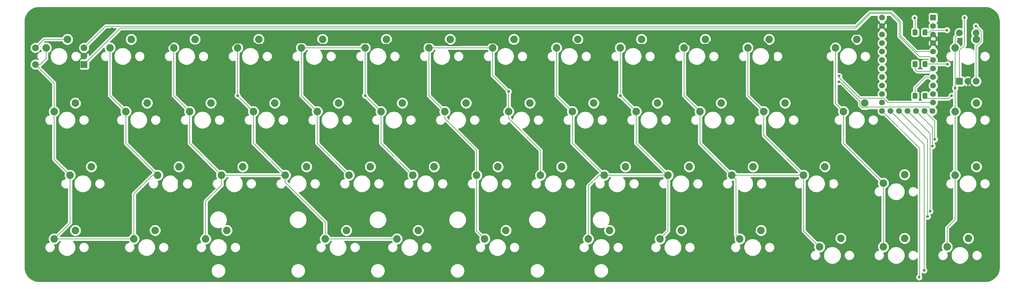
<source format=gtl>
G04 #@! TF.GenerationSoftware,KiCad,Pcbnew,(5.1.9)-1*
G04 #@! TF.CreationDate,2021-06-08T15:00:23-04:00*
G04 #@! TF.ProjectId,kastenwagen-48-pcb,6b617374-656e-4776-9167-656e2d34382d,rev?*
G04 #@! TF.SameCoordinates,Original*
G04 #@! TF.FileFunction,Copper,L1,Top*
G04 #@! TF.FilePolarity,Positive*
%FSLAX46Y46*%
G04 Gerber Fmt 4.6, Leading zero omitted, Abs format (unit mm)*
G04 Created by KiCad (PCBNEW (5.1.9)-1) date 2021-06-08 15:00:23*
%MOMM*%
%LPD*%
G01*
G04 APERTURE LIST*
G04 #@! TA.AperFunction,ComponentPad*
%ADD10R,2.000000X2.000000*%
G04 #@! TD*
G04 #@! TA.AperFunction,ComponentPad*
%ADD11C,2.000000*%
G04 #@! TD*
G04 #@! TA.AperFunction,ComponentPad*
%ADD12C,2.250000*%
G04 #@! TD*
G04 #@! TA.AperFunction,ComponentPad*
%ADD13C,1.752600*%
G04 #@! TD*
G04 #@! TA.AperFunction,ComponentPad*
%ADD14R,1.752600X1.752600*%
G04 #@! TD*
G04 #@! TA.AperFunction,ViaPad*
%ADD15C,0.800000*%
G04 #@! TD*
G04 #@! TA.AperFunction,Conductor*
%ADD16C,0.203200*%
G04 #@! TD*
G04 #@! TA.AperFunction,Conductor*
%ADD17C,0.381000*%
G04 #@! TD*
G04 #@! TA.AperFunction,Conductor*
%ADD18C,0.254000*%
G04 #@! TD*
G04 #@! TA.AperFunction,Conductor*
%ADD19C,0.020000*%
G04 #@! TD*
G04 APERTURE END LIST*
D10*
G04 #@! TO.P,RSW170,A*
G04 #@! TO.N,Rotary1A*
X294362500Y-32900000D03*
D11*
G04 #@! TO.P,RSW170,C*
G04 #@! TO.N,GND*
X296862500Y-32900000D03*
G04 #@! TO.P,RSW170,B*
G04 #@! TO.N,Rotary1B*
X299362500Y-32900000D03*
G04 #@! TO.P,RSW170,S2*
G04 #@! TO.N,Col7*
X294362500Y-18400000D03*
G04 #@! TO.P,RSW170,S1*
G04 #@! TO.N,Net-(D170-Pad1)*
X299362500Y-18400000D03*
G04 #@! TD*
D12*
G04 #@! TO.P,MX170,2*
G04 #@! TO.N,Net-(D170-Pad1)*
X299402500Y-20320000D03*
G04 #@! TO.P,MX170,1*
G04 #@! TO.N,Col7*
X293052500Y-22860000D03*
G04 #@! TD*
G04 #@! TO.P,D3,2*
G04 #@! TO.N,LED3*
G04 #@! TA.AperFunction,SMDPad,CuDef*
G36*
G01*
X281812500Y-36625000D02*
X281812500Y-37875000D01*
G75*
G02*
X281562500Y-38125000I-250000J0D01*
G01*
X280637500Y-38125000D01*
G75*
G02*
X280387500Y-37875000I0J250000D01*
G01*
X280387500Y-36625000D01*
G75*
G02*
X280637500Y-36375000I250000J0D01*
G01*
X281562500Y-36375000D01*
G75*
G02*
X281812500Y-36625000I0J-250000D01*
G01*
G37*
G04 #@! TD.AperFunction*
G04 #@! TO.P,D3,1*
G04 #@! TO.N,LED3R*
G04 #@! TA.AperFunction,SMDPad,CuDef*
G36*
G01*
X284787500Y-36625000D02*
X284787500Y-37875000D01*
G75*
G02*
X284537500Y-38125000I-250000J0D01*
G01*
X283612500Y-38125000D01*
G75*
G02*
X283362500Y-37875000I0J250000D01*
G01*
X283362500Y-36625000D01*
G75*
G02*
X283612500Y-36375000I250000J0D01*
G01*
X284537500Y-36375000D01*
G75*
G02*
X284787500Y-36625000I0J-250000D01*
G01*
G37*
G04 #@! TD.AperFunction*
G04 #@! TD*
G04 #@! TO.P,D2,2*
G04 #@! TO.N,LED2*
G04 #@! TA.AperFunction,SMDPad,CuDef*
G36*
G01*
X281812500Y-27122500D02*
X281812500Y-28372500D01*
G75*
G02*
X281562500Y-28622500I-250000J0D01*
G01*
X280637500Y-28622500D01*
G75*
G02*
X280387500Y-28372500I0J250000D01*
G01*
X280387500Y-27122500D01*
G75*
G02*
X280637500Y-26872500I250000J0D01*
G01*
X281562500Y-26872500D01*
G75*
G02*
X281812500Y-27122500I0J-250000D01*
G01*
G37*
G04 #@! TD.AperFunction*
G04 #@! TO.P,D2,1*
G04 #@! TO.N,LED2R*
G04 #@! TA.AperFunction,SMDPad,CuDef*
G36*
G01*
X284787500Y-27122500D02*
X284787500Y-28372500D01*
G75*
G02*
X284537500Y-28622500I-250000J0D01*
G01*
X283612500Y-28622500D01*
G75*
G02*
X283362500Y-28372500I0J250000D01*
G01*
X283362500Y-27122500D01*
G75*
G02*
X283612500Y-26872500I250000J0D01*
G01*
X284537500Y-26872500D01*
G75*
G02*
X284787500Y-27122500I0J-250000D01*
G01*
G37*
G04 #@! TD.AperFunction*
G04 #@! TD*
G04 #@! TO.P,D1,2*
G04 #@! TO.N,LED1*
G04 #@! TA.AperFunction,SMDPad,CuDef*
G36*
G01*
X281812500Y-17625000D02*
X281812500Y-18875000D01*
G75*
G02*
X281562500Y-19125000I-250000J0D01*
G01*
X280637500Y-19125000D01*
G75*
G02*
X280387500Y-18875000I0J250000D01*
G01*
X280387500Y-17625000D01*
G75*
G02*
X280637500Y-17375000I250000J0D01*
G01*
X281562500Y-17375000D01*
G75*
G02*
X281812500Y-17625000I0J-250000D01*
G01*
G37*
G04 #@! TD.AperFunction*
G04 #@! TO.P,D1,1*
G04 #@! TO.N,LED1R*
G04 #@! TA.AperFunction,SMDPad,CuDef*
G36*
G01*
X284787500Y-17625000D02*
X284787500Y-18875000D01*
G75*
G02*
X284537500Y-19125000I-250000J0D01*
G01*
X283612500Y-19125000D01*
G75*
G02*
X283362500Y-18875000I0J250000D01*
G01*
X283362500Y-17625000D01*
G75*
G02*
X283612500Y-17375000I250000J0D01*
G01*
X284537500Y-17375000D01*
G75*
G02*
X284787500Y-17625000I0J-250000D01*
G01*
G37*
G04 #@! TD.AperFunction*
G04 #@! TD*
G04 #@! TO.P,MX437,2*
G04 #@! TO.N,Net-(D437-Pad1)*
X158908750Y-77470000D03*
G04 #@! TO.P,MX437,1*
G04 #@! TO.N,Col3*
X152558750Y-80010000D03*
G04 #@! TD*
G04 #@! TO.P,MX417,2*
G04 #@! TO.N,Net-(D407-Pad2)*
X111283750Y-77470000D03*
G04 #@! TO.P,MX417,1*
G04 #@! TO.N,Col1*
X104933750Y-80010000D03*
G04 #@! TD*
G04 #@! TO.P,MX417.700,2*
G04 #@! TO.N,Net-(D407-Pad2)*
X132715000Y-77470000D03*
G04 #@! TO.P,MX417.700,1*
G04 #@! TO.N,Col1*
X126365000Y-80010000D03*
G04 #@! TD*
G04 #@! TO.P,MX253,2*
G04 #@! TO.N,Net-(D243-Pad2)*
X242252500Y-39370000D03*
G04 #@! TO.P,MX253,1*
G04 #@! TO.N,Col5*
X235902500Y-41910000D03*
G04 #@! TD*
D10*
G04 #@! TO.P,RSW100,A*
G04 #@! TO.N,Rotary0A*
X32900000Y-27856250D03*
D11*
G04 #@! TO.P,RSW100,C*
G04 #@! TO.N,GND*
X32900000Y-25356250D03*
G04 #@! TO.P,RSW100,B*
G04 #@! TO.N,Rotary0B*
X32900000Y-22856250D03*
G04 #@! TO.P,RSW100,S2*
G04 #@! TO.N,Col0*
X18400000Y-27856250D03*
G04 #@! TO.P,RSW100,S1*
G04 #@! TO.N,Net-(D100-Pad1)*
X18400000Y-22856250D03*
G04 #@! TD*
D13*
G04 #@! TO.P,U1,25*
G04 #@! TO.N,Row2*
X283960000Y-41780000D03*
G04 #@! TO.P,U1,26*
G04 #@! TO.N,Row3*
X281420000Y-41780000D03*
G04 #@! TO.P,U1,27*
G04 #@! TO.N,Row4*
X278880000Y-41780000D03*
G04 #@! TO.P,U1,28*
G04 #@! TO.N,Row5*
X276340000Y-41780000D03*
G04 #@! TO.P,U1,29*
G04 #@! TO.N,Row6*
X273800000Y-41780000D03*
G04 #@! TO.P,U1,24*
G04 #@! TO.N,LED1*
X271260000Y-13840000D03*
G04 #@! TO.P,U1,12*
G04 #@! TO.N,Row1*
X286271400Y-41780000D03*
G04 #@! TO.P,U1,23*
G04 #@! TO.N,GND*
X271260000Y-16380000D03*
G04 #@! TO.P,U1,22*
G04 #@! TO.N,Net-(U1-Pad22)*
X271260000Y-18920000D03*
G04 #@! TO.P,U1,21*
G04 #@! TO.N,Net-(U1-Pad21)*
X271260000Y-21460000D03*
G04 #@! TO.P,U1,20*
G04 #@! TO.N,Col0*
X271260000Y-24000000D03*
G04 #@! TO.P,U1,19*
G04 #@! TO.N,Col1*
X271260000Y-26540000D03*
G04 #@! TO.P,U1,18*
G04 #@! TO.N,Col2*
X271260000Y-29080000D03*
G04 #@! TO.P,U1,17*
G04 #@! TO.N,Col3*
X271260000Y-31620000D03*
G04 #@! TO.P,U1,16*
G04 #@! TO.N,Col4*
X271260000Y-34160000D03*
G04 #@! TO.P,U1,15*
G04 #@! TO.N,Col5*
X271260000Y-36700000D03*
G04 #@! TO.P,U1,14*
G04 #@! TO.N,Col6*
X271260000Y-39240000D03*
G04 #@! TO.P,U1,13*
G04 #@! TO.N,Row7*
X271260000Y-41780000D03*
G04 #@! TO.P,U1,11*
G04 #@! TO.N,Row0*
X286500000Y-39240000D03*
G04 #@! TO.P,U1,10*
G04 #@! TO.N,Col7*
X286500000Y-36700000D03*
G04 #@! TO.P,U1,9*
G04 #@! TO.N,Net-(U1-Pad9)*
X286500000Y-34160000D03*
G04 #@! TO.P,U1,8*
G04 #@! TO.N,LED3*
X286500000Y-31620000D03*
G04 #@! TO.P,U1,7*
G04 #@! TO.N,LED2*
X286500000Y-29080000D03*
G04 #@! TO.P,U1,6*
G04 #@! TO.N,Rotary0A*
X286500000Y-26540000D03*
G04 #@! TO.P,U1,5*
G04 #@! TO.N,Rotary0B*
X286500000Y-24000000D03*
G04 #@! TO.P,U1,4*
G04 #@! TO.N,GND*
X286500000Y-21460000D03*
G04 #@! TO.P,U1,3*
X286500000Y-18920000D03*
G04 #@! TO.P,U1,2*
G04 #@! TO.N,Rotary1B*
X286500000Y-16380000D03*
D14*
G04 #@! TO.P,U1,1*
G04 #@! TO.N,Rotary1A*
X286500000Y-13840000D03*
G04 #@! TD*
D12*
G04 #@! TO.P,MX476,2*
G04 #@! TO.N,Net-(D476-Pad1)*
X297021250Y-79851250D03*
G04 #@! TO.P,MX476,1*
G04 #@! TO.N,Col7*
X290671250Y-82391250D03*
G04 #@! TD*
G04 #@! TO.P,MX467,2*
G04 #@! TO.N,Net-(D457-Pad2)*
X277971250Y-79851250D03*
G04 #@! TO.P,MX467,1*
G04 #@! TO.N,Col6*
X271621250Y-82391250D03*
G04 #@! TD*
G04 #@! TO.P,MX457,2*
G04 #@! TO.N,Net-(D457-Pad1)*
X258921250Y-79851250D03*
G04 #@! TO.P,MX457,1*
G04 #@! TO.N,Col5*
X252571250Y-82391250D03*
G04 #@! TD*
G04 #@! TO.P,MX456,2*
G04 #@! TO.N,Net-(D446-Pad2)*
X235108750Y-77470000D03*
G04 #@! TO.P,MX456,1*
G04 #@! TO.N,Col5*
X228758750Y-80010000D03*
G04 #@! TD*
G04 #@! TO.P,MX447,2*
G04 #@! TO.N,Net-(D437-Pad2)*
X211296250Y-77470000D03*
G04 #@! TO.P,MX447,1*
G04 #@! TO.N,Col4*
X204946250Y-80010000D03*
G04 #@! TD*
G04 #@! TO.P,MX446,2*
G04 #@! TO.N,Net-(D446-Pad1)*
X189865000Y-77470000D03*
G04 #@! TO.P,MX446,1*
G04 #@! TO.N,Col4*
X183515000Y-80010000D03*
G04 #@! TD*
G04 #@! TO.P,MX416,2*
G04 #@! TO.N,Net-(D406-Pad2)*
X75565000Y-77470000D03*
G04 #@! TO.P,MX416,1*
G04 #@! TO.N,Col1*
X69215000Y-80010000D03*
G04 #@! TD*
G04 #@! TO.P,MX407,2*
G04 #@! TO.N,Net-(D407-Pad1)*
X54133750Y-77470000D03*
G04 #@! TO.P,MX407,1*
G04 #@! TO.N,Col0*
X47783750Y-80010000D03*
G04 #@! TD*
G04 #@! TO.P,MX406,2*
G04 #@! TO.N,Net-(D406-Pad1)*
X30321250Y-77470000D03*
G04 #@! TO.P,MX406,1*
G04 #@! TO.N,Col0*
X23971250Y-80010000D03*
G04 #@! TD*
G04 #@! TO.P,MX374,2*
G04 #@! TO.N,Net-(D364-Pad2)*
X299402500Y-58420000D03*
G04 #@! TO.P,MX374,1*
G04 #@! TO.N,Col7*
X293052500Y-60960000D03*
G04 #@! TD*
G04 #@! TO.P,MX364,2*
G04 #@! TO.N,Net-(D364-Pad1)*
X277971250Y-60801250D03*
G04 #@! TO.P,MX364,1*
G04 #@! TO.N,Col6*
X271621250Y-63341250D03*
G04 #@! TD*
G04 #@! TO.P,MX355,2*
G04 #@! TO.N,Net-(D345-Pad2)*
X254158750Y-58420000D03*
G04 #@! TO.P,MX355,1*
G04 #@! TO.N,Col5*
X247808750Y-60960000D03*
G04 #@! TD*
G04 #@! TO.P,MX354,2*
G04 #@! TO.N,Net-(D344-Pad2)*
X232727500Y-58420000D03*
G04 #@! TO.P,MX354,1*
G04 #@! TO.N,Col5*
X226377500Y-60960000D03*
G04 #@! TD*
G04 #@! TO.P,MX345,2*
G04 #@! TO.N,Net-(D345-Pad1)*
X213677500Y-58420000D03*
G04 #@! TO.P,MX345,1*
G04 #@! TO.N,Col4*
X207327500Y-60960000D03*
G04 #@! TD*
G04 #@! TO.P,MX344,2*
G04 #@! TO.N,Net-(D344-Pad1)*
X194627500Y-58420000D03*
G04 #@! TO.P,MX344,1*
G04 #@! TO.N,Col4*
X188277500Y-60960000D03*
G04 #@! TD*
G04 #@! TO.P,MX335,2*
G04 #@! TO.N,Net-(D325-Pad2)*
X175577500Y-58420000D03*
G04 #@! TO.P,MX335,1*
G04 #@! TO.N,Col3*
X169227500Y-60960000D03*
G04 #@! TD*
G04 #@! TO.P,MX334,2*
G04 #@! TO.N,Net-(D324-Pad2)*
X156527500Y-58420000D03*
G04 #@! TO.P,MX334,1*
G04 #@! TO.N,Col3*
X150177500Y-60960000D03*
G04 #@! TD*
G04 #@! TO.P,MX325,2*
G04 #@! TO.N,Net-(D325-Pad1)*
X137477500Y-58420000D03*
G04 #@! TO.P,MX325,1*
G04 #@! TO.N,Col2*
X131127500Y-60960000D03*
G04 #@! TD*
G04 #@! TO.P,MX324,2*
G04 #@! TO.N,Net-(D324-Pad1)*
X118427500Y-58420000D03*
G04 #@! TO.P,MX324,1*
G04 #@! TO.N,Col2*
X112077500Y-60960000D03*
G04 #@! TD*
G04 #@! TO.P,MX315,2*
G04 #@! TO.N,Net-(D305-Pad2)*
X99377500Y-58420000D03*
G04 #@! TO.P,MX315,1*
G04 #@! TO.N,Col1*
X93027500Y-60960000D03*
G04 #@! TD*
G04 #@! TO.P,MX314,2*
G04 #@! TO.N,Net-(D304-Pad2)*
X80327500Y-58420000D03*
G04 #@! TO.P,MX314,1*
G04 #@! TO.N,Col1*
X73977500Y-60960000D03*
G04 #@! TD*
G04 #@! TO.P,MX305,2*
G04 #@! TO.N,Net-(D305-Pad1)*
X61277500Y-58420000D03*
G04 #@! TO.P,MX305,1*
G04 #@! TO.N,Col0*
X54927500Y-60960000D03*
G04 #@! TD*
G04 #@! TO.P,MX304,2*
G04 #@! TO.N,Net-(D304-Pad1)*
X35083750Y-58420000D03*
G04 #@! TO.P,MX304,1*
G04 #@! TO.N,Col0*
X28733750Y-60960000D03*
G04 #@! TD*
G04 #@! TO.P,MX272,2*
G04 #@! TO.N,Net-(D262-Pad2)*
X299402500Y-39370000D03*
G04 #@! TO.P,MX272,1*
G04 #@! TO.N,Col7*
X293052500Y-41910000D03*
G04 #@! TD*
G04 #@! TO.P,MX262,2*
G04 #@! TO.N,Net-(D262-Pad1)*
X266065000Y-39370000D03*
G04 #@! TO.P,MX262,1*
G04 #@! TO.N,Col6*
X259715000Y-41910000D03*
G04 #@! TD*
G04 #@! TO.P,MX252,2*
G04 #@! TO.N,Net-(D242-Pad2)*
X223202500Y-39370000D03*
G04 #@! TO.P,MX252,1*
G04 #@! TO.N,Col5*
X216852500Y-41910000D03*
G04 #@! TD*
G04 #@! TO.P,MX243,2*
G04 #@! TO.N,Net-(D243-Pad1)*
X204152500Y-39370000D03*
G04 #@! TO.P,MX243,1*
G04 #@! TO.N,Col4*
X197802500Y-41910000D03*
G04 #@! TD*
G04 #@! TO.P,MX242,2*
G04 #@! TO.N,Net-(D242-Pad1)*
X185102500Y-39370000D03*
G04 #@! TO.P,MX242,1*
G04 #@! TO.N,Col4*
X178752500Y-41910000D03*
G04 #@! TD*
G04 #@! TO.P,MX233,2*
G04 #@! TO.N,Net-(D223-Pad2)*
X166052500Y-39370000D03*
G04 #@! TO.P,MX233,1*
G04 #@! TO.N,Col3*
X159702500Y-41910000D03*
G04 #@! TD*
G04 #@! TO.P,MX232,2*
G04 #@! TO.N,Net-(D222-Pad2)*
X147002500Y-39370000D03*
G04 #@! TO.P,MX232,1*
G04 #@! TO.N,Col3*
X140652500Y-41910000D03*
G04 #@! TD*
G04 #@! TO.P,MX223,2*
G04 #@! TO.N,Net-(D223-Pad1)*
X127952500Y-39370000D03*
G04 #@! TO.P,MX223,1*
G04 #@! TO.N,Col2*
X121602500Y-41910000D03*
G04 #@! TD*
G04 #@! TO.P,MX222,2*
G04 #@! TO.N,Net-(D222-Pad1)*
X108902500Y-39370000D03*
G04 #@! TO.P,MX222,1*
G04 #@! TO.N,Col2*
X102552500Y-41910000D03*
G04 #@! TD*
G04 #@! TO.P,MX213,2*
G04 #@! TO.N,Net-(D203-Pad2)*
X89852500Y-39370000D03*
G04 #@! TO.P,MX213,1*
G04 #@! TO.N,Col1*
X83502500Y-41910000D03*
G04 #@! TD*
G04 #@! TO.P,MX212,2*
G04 #@! TO.N,Net-(D202-Pad2)*
X70802500Y-39370000D03*
G04 #@! TO.P,MX212,1*
G04 #@! TO.N,Col1*
X64452500Y-41910000D03*
G04 #@! TD*
G04 #@! TO.P,MX203,2*
G04 #@! TO.N,Net-(D203-Pad1)*
X51752500Y-39370000D03*
G04 #@! TO.P,MX203,1*
G04 #@! TO.N,Col0*
X45402500Y-41910000D03*
G04 #@! TD*
G04 #@! TO.P,MX202,2*
G04 #@! TO.N,Net-(D202-Pad1)*
X30321250Y-39370000D03*
G04 #@! TO.P,MX202,1*
G04 #@! TO.N,Col0*
X23971250Y-41910000D03*
G04 #@! TD*
G04 #@! TO.P,MX160,2*
G04 #@! TO.N,Net-(D160-Pad1)*
X263683750Y-20320000D03*
G04 #@! TO.P,MX160,1*
G04 #@! TO.N,Col6*
X257333750Y-22860000D03*
G04 #@! TD*
G04 #@! TO.P,MX151,2*
G04 #@! TO.N,Net-(D141-Pad2)*
X237490000Y-20320000D03*
G04 #@! TO.P,MX151,1*
G04 #@! TO.N,Col5*
X231140000Y-22860000D03*
G04 #@! TD*
G04 #@! TO.P,MX150,2*
G04 #@! TO.N,Net-(D140-Pad2)*
X218440000Y-20320000D03*
G04 #@! TO.P,MX150,1*
G04 #@! TO.N,Col5*
X212090000Y-22860000D03*
G04 #@! TD*
G04 #@! TO.P,MX141,2*
G04 #@! TO.N,Net-(D141-Pad1)*
X199390000Y-20320000D03*
G04 #@! TO.P,MX141,1*
G04 #@! TO.N,Col4*
X193040000Y-22860000D03*
G04 #@! TD*
G04 #@! TO.P,MX140,2*
G04 #@! TO.N,Net-(D140-Pad1)*
X180340000Y-20320000D03*
G04 #@! TO.P,MX140,1*
G04 #@! TO.N,Col4*
X173990000Y-22860000D03*
G04 #@! TD*
G04 #@! TO.P,MX131,2*
G04 #@! TO.N,Net-(D121-Pad2)*
X161290000Y-20320000D03*
G04 #@! TO.P,MX131,1*
G04 #@! TO.N,Col3*
X154940000Y-22860000D03*
G04 #@! TD*
G04 #@! TO.P,MX130,2*
G04 #@! TO.N,Net-(D120-Pad2)*
X142240000Y-20320000D03*
G04 #@! TO.P,MX130,1*
G04 #@! TO.N,Col3*
X135890000Y-22860000D03*
G04 #@! TD*
G04 #@! TO.P,MX121,2*
G04 #@! TO.N,Net-(D121-Pad1)*
X123190000Y-20320000D03*
G04 #@! TO.P,MX121,1*
G04 #@! TO.N,Col2*
X116840000Y-22860000D03*
G04 #@! TD*
G04 #@! TO.P,MX120,2*
G04 #@! TO.N,Net-(D120-Pad1)*
X104140000Y-20320000D03*
G04 #@! TO.P,MX120,1*
G04 #@! TO.N,Col2*
X97790000Y-22860000D03*
G04 #@! TD*
G04 #@! TO.P,MX111,2*
G04 #@! TO.N,Net-(D101-Pad2)*
X85090000Y-20320000D03*
G04 #@! TO.P,MX111,1*
G04 #@! TO.N,Col1*
X78740000Y-22860000D03*
G04 #@! TD*
G04 #@! TO.P,MX110,2*
G04 #@! TO.N,Net-(D100-Pad2)*
X66040000Y-20320000D03*
G04 #@! TO.P,MX110,1*
G04 #@! TO.N,Col1*
X59690000Y-22860000D03*
G04 #@! TD*
G04 #@! TO.P,MX101,2*
G04 #@! TO.N,Net-(D101-Pad1)*
X46990000Y-20320000D03*
G04 #@! TO.P,MX101,1*
G04 #@! TO.N,Col0*
X40640000Y-22860000D03*
G04 #@! TD*
G04 #@! TO.P,MX100,2*
G04 #@! TO.N,Net-(D100-Pad1)*
X27940000Y-20320000D03*
G04 #@! TO.P,MX100,1*
G04 #@! TO.N,Col0*
X21590000Y-22860000D03*
G04 #@! TD*
D15*
G04 #@! TO.N,LED1*
X280924000Y-13868400D03*
G04 #@! TO.N,LED1R*
X290600000Y-17600000D03*
G04 #@! TO.N,LED2R*
X290800000Y-27750000D03*
G04 #@! TO.N,LED3R*
X292000000Y-37200000D03*
G04 #@! TO.N,Row0*
X258419600Y-31292800D03*
G04 #@! TO.N,Row1*
X258368800Y-33020000D03*
G04 #@! TO.N,Row2*
X287005800Y-50250000D03*
G04 #@! TO.N,Row3*
X286304200Y-52250000D03*
G04 #@! TO.N,Row4*
X285602600Y-71750000D03*
G04 #@! TO.N,Row5*
X284886400Y-73355200D03*
G04 #@! TO.N,Row6*
X283819600Y-89458800D03*
G04 #@! TO.N,Row7*
X282335599Y-91501601D03*
G04 #@! TO.N,Col1*
X78740000Y-37147500D03*
G04 #@! TO.N,Col2*
X116840000Y-37147500D03*
G04 #@! TO.N,Col3*
X159702500Y-35902821D03*
G04 #@! TO.N,Col4*
X193040000Y-37147500D03*
G04 #@! TO.N,Col7*
X293052500Y-34902500D03*
G04 #@! TO.N,GND*
X41300400Y-17119600D03*
X238750000Y-22500000D03*
X206500000Y-21000000D03*
X194250000Y-20750000D03*
X183750000Y-20750000D03*
X164750000Y-21750000D03*
X145500000Y-21750000D03*
X120000000Y-21500000D03*
X108250000Y-21250000D03*
X61500000Y-21000000D03*
X44000000Y-22250000D03*
X40500000Y-47250000D03*
X41250000Y-59250000D03*
X43000000Y-67750000D03*
X43500004Y-78750000D03*
X43500000Y-85250000D03*
X53250000Y-22250000D03*
X57750000Y-41750000D03*
X58500000Y-54500000D03*
X58750000Y-60000000D03*
X60500000Y-80750000D03*
X62750000Y-89500000D03*
X90000000Y-21250000D03*
X93500000Y-37250000D03*
X96000000Y-60000000D03*
X92750000Y-67250000D03*
X92250000Y-77750000D03*
X100250000Y-85000000D03*
X86461600Y-89611200D03*
X109321600Y-89662000D03*
X120243600Y-83362800D03*
X132537200Y-89712800D03*
X142544800Y-83108800D03*
X155143200Y-90627200D03*
X165303200Y-88442800D03*
X169418000Y-80111600D03*
X178003200Y-84378800D03*
X182880000Y-89204800D03*
X110337600Y-25450800D03*
X113741200Y-38608000D03*
X118008400Y-47396400D03*
X123698000Y-58877200D03*
X128270000Y-66802000D03*
X171805600Y-45212000D03*
X180695600Y-60147200D03*
X147980400Y-24434800D03*
X152349200Y-39471600D03*
X155143200Y-48006000D03*
X160782000Y-59029600D03*
X92202000Y-70408800D03*
X129895600Y-70358000D03*
X160782000Y-70459600D03*
X179171600Y-70358000D03*
X58521600Y-51460400D03*
X96012000Y-51358800D03*
X118008400Y-51548400D03*
X158648400Y-51460400D03*
X53238400Y-32156400D03*
X90017600Y-32105600D03*
X113690400Y-32105600D03*
X152400000Y-33782000D03*
X152400000Y-32156400D03*
X171805600Y-32004000D03*
X171805600Y-33731200D03*
X187756800Y-29667200D03*
X187807600Y-32156400D03*
X187858400Y-33791600D03*
X190449200Y-40538400D03*
X193548000Y-47853600D03*
X199491600Y-58978800D03*
X199796400Y-62687200D03*
X202488800Y-66802000D03*
X202692000Y-70408800D03*
X201371200Y-77419200D03*
X200406000Y-86817200D03*
X205892400Y-89814400D03*
X221996000Y-89458800D03*
X225044000Y-84988400D03*
X222707200Y-76301600D03*
X218287600Y-72300001D03*
X219964000Y-69799200D03*
X220573600Y-61976000D03*
X215849200Y-54610000D03*
X212598000Y-51308000D03*
X209702400Y-42367200D03*
X209042000Y-37236400D03*
X207162400Y-33782000D03*
X206197200Y-30734000D03*
X235966000Y-37846000D03*
X229616000Y-41198800D03*
X232867200Y-47599600D03*
X244246400Y-47650400D03*
X248970800Y-55676800D03*
X255270000Y-69088000D03*
X256895600Y-74625200D03*
X266903200Y-87477600D03*
X268478000Y-90678000D03*
X273608800Y-92557600D03*
X262534400Y-48768000D03*
X275183600Y-51358800D03*
X280974800Y-61823600D03*
X288899600Y-66141600D03*
X290728400Y-51206400D03*
X296570400Y-51257200D03*
X252053710Y-18938800D03*
X251358400Y-30530800D03*
X249986800Y-38658800D03*
X250596400Y-33883600D03*
X264210800Y-27838400D03*
X266750800Y-28143200D03*
X265226800Y-22758400D03*
X262280400Y-34290000D03*
X259588000Y-35102800D03*
X260350000Y-38811200D03*
X263448800Y-40995600D03*
X37338000Y-20980400D03*
X33223200Y-19354800D03*
X33782000Y-16916400D03*
X147980400Y-88493600D03*
X266250000Y-35500000D03*
X283362400Y-34442400D03*
X296750000Y-41250000D03*
X294000000Y-21000000D03*
G04 #@! TO.N,Rotary1B*
X299268870Y-16380000D03*
G04 #@! TO.N,Rotary1A*
X295850000Y-13850000D03*
G04 #@! TD*
D16*
G04 #@! TO.N,LED1*
X281100000Y-14044400D02*
X280924000Y-13868400D01*
X281100000Y-18250000D02*
X281100000Y-14044400D01*
G04 #@! TO.N,LED1R*
X285350000Y-18250000D02*
X284075000Y-18250000D01*
X286000000Y-17600000D02*
X285350000Y-18250000D01*
X290600000Y-17600000D02*
X286000000Y-17600000D01*
G04 #@! TO.N,LED2*
X281100000Y-27747500D02*
X281100000Y-29386000D01*
X281100000Y-29386000D02*
X281635200Y-29921200D01*
X285658800Y-29921200D02*
X286500000Y-29080000D01*
X281635200Y-29921200D02*
X285658800Y-29921200D01*
G04 #@! TO.N,LED2R*
X290797500Y-27747500D02*
X290800000Y-27750000D01*
X284075000Y-27747500D02*
X290797500Y-27747500D01*
G04 #@! TO.N,LED3*
X281100000Y-37250000D02*
X281100000Y-34812500D01*
X284292500Y-31620000D02*
X286500000Y-31620000D01*
X281100000Y-34812500D02*
X284292500Y-31620000D01*
G04 #@! TO.N,LED3R*
X291137901Y-38062099D02*
X292000000Y-37200000D01*
X284887099Y-38062099D02*
X291137901Y-38062099D01*
X284075000Y-37250000D02*
X284887099Y-38062099D01*
G04 #@! TO.N,Row0*
X264587599Y-37943399D02*
X258419600Y-31775400D01*
X258419600Y-31775400D02*
X258419600Y-31292800D01*
X271706693Y-37943399D02*
X264587599Y-37943399D01*
X273003294Y-39240000D02*
X271706693Y-37943399D01*
X286500000Y-39240000D02*
X273003294Y-39240000D01*
G04 #@! TO.N,Net-(D100-Pad1)*
X20936250Y-20320000D02*
X18400000Y-22856250D01*
X27940000Y-20320000D02*
X20936250Y-20320000D01*
G04 #@! TO.N,Row1*
X258724400Y-33020000D02*
X258368800Y-33020000D01*
X264638399Y-38933999D02*
X258724400Y-33020000D01*
X264638399Y-40054769D02*
X264638399Y-38933999D01*
X265380231Y-40796601D02*
X264638399Y-40054769D01*
X266749769Y-40796601D02*
X265380231Y-40796601D01*
X266944271Y-40602099D02*
X266749769Y-40796601D01*
X285093499Y-40602099D02*
X266944271Y-40602099D01*
X286271400Y-41780000D02*
X285093499Y-40602099D01*
G04 #@! TO.N,Row2*
X287005800Y-44825800D02*
X287005800Y-50250000D01*
X283960000Y-41780000D02*
X287005800Y-44825800D01*
G04 #@! TO.N,Row3*
X286304200Y-46664200D02*
X286304200Y-52250000D01*
X281420000Y-41780000D02*
X286304200Y-46664200D01*
G04 #@! TO.N,Row4*
X278880000Y-41780000D02*
X285602600Y-48502600D01*
X285602600Y-48502600D02*
X285602600Y-71750000D01*
G04 #@! TO.N,Row5*
X284886400Y-50326400D02*
X284886400Y-73355200D01*
X276340000Y-41780000D02*
X284886400Y-50326400D01*
G04 #@! TO.N,Row6*
X273800000Y-41780000D02*
X283819600Y-51799600D01*
X283819600Y-51799600D02*
X283819600Y-89458800D01*
G04 #@! TO.N,Row7*
X271260000Y-41780000D02*
X282448000Y-52968000D01*
X282448000Y-91389200D02*
X282335599Y-91501601D01*
X282448000Y-52968000D02*
X282448000Y-91389200D01*
G04 #@! TO.N,Col0*
X40640000Y-37147500D02*
X45402500Y-41910000D01*
X40640000Y-22860000D02*
X40640000Y-37147500D01*
X45402500Y-51435000D02*
X54927500Y-60960000D01*
X45402500Y-41910000D02*
X45402500Y-51435000D01*
X47783750Y-66512760D02*
X47783750Y-80010000D01*
X53336510Y-60960000D02*
X47783750Y-66512760D01*
X54927500Y-60960000D02*
X53336510Y-60960000D01*
X28733750Y-75247500D02*
X28733750Y-60960000D01*
X23971250Y-80010000D02*
X28733750Y-75247500D01*
X23971250Y-56197500D02*
X23971250Y-41910000D01*
X28733750Y-60960000D02*
X23971250Y-56197500D01*
X23971250Y-33427500D02*
X18400000Y-27856250D01*
X23971250Y-41910000D02*
X23971250Y-33427500D01*
X19814213Y-27856250D02*
X21590000Y-26080463D01*
X21590000Y-26080463D02*
X21590000Y-22860000D01*
X18400000Y-27856250D02*
X19814213Y-27856250D01*
X23971250Y-80010000D02*
X47783750Y-80010000D01*
G04 #@! TO.N,Col1*
X104933750Y-80010000D02*
X126365000Y-80010000D01*
X73977500Y-63971370D02*
X73977500Y-60960000D01*
X69215000Y-68733870D02*
X73977500Y-63971370D01*
X69215000Y-80010000D02*
X69215000Y-68733870D01*
X64452500Y-51435000D02*
X64452500Y-41910000D01*
X73977500Y-60960000D02*
X64452500Y-51435000D01*
X59690000Y-37147500D02*
X59690000Y-22860000D01*
X64452500Y-41910000D02*
X59690000Y-37147500D01*
X78740000Y-37147500D02*
X83502500Y-41910000D01*
X78740000Y-22860000D02*
X78740000Y-37147500D01*
X83502500Y-51435000D02*
X93027500Y-60960000D01*
X83502500Y-41910000D02*
X83502500Y-51435000D01*
X93027500Y-60960000D02*
X73977500Y-60960000D01*
X104933750Y-74993592D02*
X104933750Y-80010000D01*
X93027500Y-63087342D02*
X104933750Y-74993592D01*
X93027500Y-60960000D02*
X93027500Y-63087342D01*
G04 #@! TO.N,Col2*
X116840000Y-37147500D02*
X121602500Y-41910000D01*
X116840000Y-22860000D02*
X116840000Y-37147500D01*
X97790000Y-37147500D02*
X102552500Y-41910000D01*
X97790000Y-22860000D02*
X97790000Y-37147500D01*
X97790000Y-22860000D02*
X116840000Y-22860000D01*
X102552500Y-51435000D02*
X112077500Y-60960000D01*
X102552500Y-41910000D02*
X102552500Y-51435000D01*
X121602500Y-51435000D02*
X131127500Y-60960000D01*
X121602500Y-41910000D02*
X121602500Y-51435000D01*
G04 #@! TO.N,Col3*
X135890000Y-37147500D02*
X140652500Y-41910000D01*
X135890000Y-22860000D02*
X135890000Y-37147500D01*
X150177500Y-53562342D02*
X150177500Y-60960000D01*
X140652500Y-44037342D02*
X150177500Y-53562342D01*
X140652500Y-41910000D02*
X140652500Y-44037342D01*
X150177500Y-77628750D02*
X152558750Y-80010000D01*
X150177500Y-60960000D02*
X150177500Y-77628750D01*
X159702500Y-43978630D02*
X159702500Y-41910000D01*
X169227500Y-53503630D02*
X159702500Y-43978630D01*
X169227500Y-60960000D02*
X169227500Y-53503630D01*
X154940000Y-22860000D02*
X135890000Y-22860000D01*
X154940000Y-22860000D02*
X154940000Y-31140321D01*
X154940000Y-31140321D02*
X159702500Y-35902821D01*
X159702500Y-41910000D02*
X159702500Y-35902821D01*
G04 #@! TO.N,Col4*
X193040000Y-37147500D02*
X197802500Y-41910000D01*
X193040000Y-22860000D02*
X193040000Y-37147500D01*
X173990000Y-37147500D02*
X178752500Y-41910000D01*
X173990000Y-22860000D02*
X173990000Y-37147500D01*
X178752500Y-51435000D02*
X188277500Y-60960000D01*
X178752500Y-41910000D02*
X178752500Y-51435000D01*
X197802500Y-51435000D02*
X207327500Y-60960000D01*
X197802500Y-41910000D02*
X197802500Y-51435000D01*
X207327500Y-77628750D02*
X204946250Y-80010000D01*
X207327500Y-60960000D02*
X207327500Y-77628750D01*
X183515000Y-64131510D02*
X183515000Y-80010000D01*
X186686510Y-60960000D02*
X183515000Y-64131510D01*
X188277500Y-60960000D02*
X186686510Y-60960000D01*
X188277500Y-60960000D02*
X207327500Y-60960000D01*
G04 #@! TO.N,Col5*
X247808750Y-77628750D02*
X247808750Y-60960000D01*
X252571250Y-82391250D02*
X247808750Y-77628750D01*
X227633751Y-62216251D02*
X226377500Y-60960000D01*
X227633751Y-78885001D02*
X227633751Y-62216251D01*
X228758750Y-80010000D02*
X227633751Y-78885001D01*
X216852500Y-51435000D02*
X226377500Y-60960000D01*
X216852500Y-41910000D02*
X216852500Y-51435000D01*
X231140000Y-37147500D02*
X235902500Y-41910000D01*
X231140000Y-22860000D02*
X231140000Y-37147500D01*
X212090000Y-37147500D02*
X216852500Y-41910000D01*
X212090000Y-22860000D02*
X212090000Y-37147500D01*
X235902500Y-49053750D02*
X247808750Y-60960000D01*
X235902500Y-41910000D02*
X235902500Y-49053750D01*
X247808750Y-60960000D02*
X226377500Y-60960000D01*
G04 #@! TO.N,Col6*
X271621250Y-63341250D02*
X271621250Y-82391250D01*
X259715000Y-51435000D02*
X271621250Y-63341250D01*
X259715000Y-41910000D02*
X259715000Y-51435000D01*
X257333750Y-39528750D02*
X259715000Y-41910000D01*
X257333750Y-22860000D02*
X257333750Y-39528750D01*
G04 #@! TO.N,Col7*
X293052500Y-41910000D02*
X293052500Y-60960000D01*
X290671250Y-76673110D02*
X290671250Y-82391250D01*
X293052500Y-74291860D02*
X290671250Y-76673110D01*
X293052500Y-60960000D02*
X293052500Y-74291860D01*
X293052500Y-31667118D02*
X293052500Y-22860000D01*
X293052500Y-19710000D02*
X294362500Y-18400000D01*
X293052500Y-22860000D02*
X293052500Y-19710000D01*
X293052500Y-34902500D02*
X293052500Y-31667118D01*
X293052500Y-41910000D02*
X293052500Y-34902500D01*
D17*
G04 #@! TO.N,GND*
X41136650Y-17119600D02*
X41300400Y-17119600D01*
X242520690Y-18729310D02*
X238750000Y-22500000D01*
X268910690Y-18729310D02*
X242520690Y-18729310D01*
X271260000Y-16380000D02*
X268910690Y-18729310D01*
X213308443Y-21835501D02*
X212472942Y-21000000D01*
X212472942Y-21000000D02*
X206500000Y-21000000D01*
X219167441Y-21835501D02*
X213308443Y-21835501D01*
X235974499Y-21047441D02*
X219955501Y-21047441D01*
X219955501Y-21047441D02*
X219167441Y-21835501D01*
X237427058Y-22500000D02*
X235974499Y-21047441D01*
X238750000Y-22500000D02*
X237427058Y-22500000D01*
X194250000Y-20750000D02*
X183750000Y-20750000D01*
X165750000Y-20750000D02*
X164750000Y-21750000D01*
X178527058Y-20750000D02*
X165750000Y-20750000D01*
X179612559Y-21835501D02*
X178527058Y-20750000D01*
X182664499Y-21835501D02*
X179612559Y-21835501D01*
X183750000Y-20750000D02*
X182664499Y-21835501D01*
X145905501Y-21344499D02*
X145500000Y-21750000D01*
X155667441Y-21344499D02*
X145905501Y-21344499D01*
X156472941Y-22149999D02*
X155667441Y-21344499D01*
X164350001Y-22149999D02*
X156472941Y-22149999D01*
X164750000Y-21750000D02*
X164350001Y-22149999D01*
X123917441Y-21835501D02*
X120335501Y-21835501D01*
X124502942Y-21250000D02*
X123917441Y-21835501D01*
X140927058Y-21250000D02*
X124502942Y-21250000D01*
X120335501Y-21835501D02*
X120000000Y-21500000D01*
X141827057Y-22149999D02*
X140927058Y-21250000D01*
X145100001Y-22149999D02*
X141827057Y-22149999D01*
X145500000Y-21750000D02*
X145100001Y-22149999D01*
X119750000Y-21250000D02*
X108250000Y-21250000D01*
X120000000Y-21500000D02*
X119750000Y-21250000D01*
X59307058Y-21000000D02*
X58057058Y-22250000D01*
X61500000Y-21000000D02*
X59307058Y-21000000D01*
X31509499Y-38259499D02*
X40500000Y-47250000D01*
X31509499Y-26543849D02*
X31509499Y-38259499D01*
X32697098Y-25356250D02*
X31509499Y-26543849D01*
X32900000Y-25356250D02*
X32697098Y-25356250D01*
X41250000Y-48000000D02*
X41250000Y-59250000D01*
X40500000Y-47250000D02*
X41250000Y-48000000D01*
X41250000Y-66000000D02*
X43000000Y-67750000D01*
X41250000Y-59250000D02*
X41250000Y-66000000D01*
X43000000Y-67750000D02*
X43000000Y-78249996D01*
X43000000Y-78249996D02*
X43500004Y-78750000D01*
X53000000Y-22250000D02*
X53250000Y-22250000D01*
X58057058Y-22250000D02*
X53000000Y-22250000D01*
X53000000Y-22250000D02*
X44000000Y-22250000D01*
X53250000Y-37250000D02*
X57750000Y-41750000D01*
X57750000Y-41750000D02*
X58500000Y-42500000D01*
X58500000Y-59750000D02*
X58750000Y-60000000D01*
X58500000Y-54500000D02*
X58500000Y-59750000D01*
X61121901Y-62371901D02*
X61121901Y-80128099D01*
X61121901Y-80128099D02*
X60500000Y-80750000D01*
X58750000Y-60000000D02*
X61121901Y-62371901D01*
X62750000Y-83000000D02*
X62750000Y-89500000D01*
X60500000Y-80750000D02*
X62750000Y-83000000D01*
X103412559Y-21835501D02*
X102827059Y-21250001D01*
X84334314Y-21899999D02*
X89350001Y-21899999D01*
X108250000Y-21250000D02*
X107664499Y-21835501D01*
X61500000Y-21000000D02*
X62500000Y-22000000D01*
X77357058Y-22000000D02*
X78012559Y-21344499D01*
X107664499Y-21835501D02*
X103412559Y-21835501D01*
X78012559Y-21344499D02*
X83778814Y-21344499D01*
X102827059Y-21250001D02*
X90565685Y-21250000D01*
X89350001Y-21899999D02*
X90000000Y-21250000D01*
X90565685Y-21250000D02*
X90000000Y-21250000D01*
X62500000Y-22000000D02*
X77357058Y-22000000D01*
X83778814Y-21344499D02*
X84334314Y-21899999D01*
X90000000Y-33750000D02*
X93500000Y-37250000D01*
X93500000Y-37250000D02*
X96000000Y-39750000D01*
X92750000Y-67250000D02*
X92250000Y-67750000D01*
X93000000Y-77750000D02*
X100250000Y-85000000D01*
X92250000Y-77750000D02*
X93000000Y-77750000D01*
X92250000Y-83822800D02*
X86461600Y-89611200D01*
X92250000Y-77750000D02*
X92250000Y-83822800D01*
X104659600Y-85000000D02*
X109321600Y-89662000D01*
X100250000Y-85000000D02*
X104659600Y-85000000D01*
X113944400Y-89662000D02*
X120243600Y-83362800D01*
X109321600Y-89662000D02*
X113944400Y-89662000D01*
X126593600Y-89712800D02*
X132537200Y-89712800D01*
X120243600Y-83362800D02*
X126593600Y-89712800D01*
X135940800Y-89712800D02*
X142544800Y-83108800D01*
X132537200Y-89712800D02*
X135940800Y-89712800D01*
X150063200Y-90627200D02*
X155143200Y-90627200D01*
X163118800Y-90627200D02*
X165303200Y-88442800D01*
X155143200Y-90627200D02*
X163118800Y-90627200D01*
X169418000Y-84328000D02*
X169418000Y-80111600D01*
X165303200Y-88442800D02*
X169418000Y-84328000D01*
X173736000Y-80111600D02*
X178003200Y-84378800D01*
X169418000Y-80111600D02*
X173736000Y-80111600D01*
X182829200Y-89204800D02*
X182880000Y-89204800D01*
X178003200Y-84378800D02*
X182829200Y-89204800D01*
X110337600Y-25450800D02*
X113741200Y-28854400D01*
X113741200Y-43129200D02*
X118008400Y-47396400D01*
X113741200Y-38608000D02*
X113741200Y-43129200D01*
X118008400Y-53187600D02*
X123698000Y-58877200D01*
X128270000Y-63449200D02*
X128270000Y-66802000D01*
X123698000Y-58877200D02*
X128270000Y-63449200D01*
X128270000Y-66802000D02*
X128270000Y-68834000D01*
X164750000Y-21750000D02*
X171805600Y-28805600D01*
X171805600Y-51257200D02*
X180695600Y-60147200D01*
X171805600Y-45212000D02*
X171805600Y-51257200D01*
X180695600Y-60147200D02*
X180695600Y-68834000D01*
X147980400Y-24434800D02*
X152349200Y-28803600D01*
X152349200Y-45212000D02*
X155143200Y-48006000D01*
X152349200Y-39471600D02*
X152349200Y-45212000D01*
X160782000Y-53644800D02*
X160782000Y-59029600D01*
X160782000Y-71475600D02*
X169418000Y-80111600D01*
X92250000Y-70360800D02*
X92202000Y-70408800D01*
X92250000Y-67750000D02*
X92250000Y-70259200D01*
X92250000Y-70259200D02*
X92250000Y-70360800D01*
X92250000Y-70259200D02*
X92250000Y-77750000D01*
X129946400Y-70408800D02*
X129895600Y-70358000D01*
X129946400Y-70510400D02*
X129946400Y-70408800D01*
X128270000Y-68834000D02*
X129946400Y-70510400D01*
X129946400Y-70510400D02*
X142544800Y-83108800D01*
X160782000Y-59029600D02*
X160782000Y-70459600D01*
X160782000Y-70459600D02*
X160782000Y-71475600D01*
X179197000Y-70332600D02*
X179171600Y-70358000D01*
X180695600Y-68834000D02*
X179197000Y-70332600D01*
X179197000Y-70332600D02*
X169418000Y-80111600D01*
X58500000Y-51438800D02*
X58521600Y-51460400D01*
X58500000Y-42500000D02*
X58500000Y-51438800D01*
X58500000Y-51438800D02*
X58500000Y-54500000D01*
X96000000Y-51346800D02*
X96012000Y-51358800D01*
X96000000Y-51269200D02*
X96000000Y-51346800D01*
X96000000Y-39750000D02*
X96000000Y-51269200D01*
X96000000Y-51269200D02*
X96000000Y-60000000D01*
X118008400Y-51612800D02*
X118008400Y-51548400D01*
X118008400Y-47396400D02*
X118008400Y-51612800D01*
X118008400Y-51612800D02*
X118008400Y-53187600D01*
X158699200Y-51511200D02*
X158648400Y-51460400D01*
X158699200Y-51562000D02*
X158699200Y-51511200D01*
X155143200Y-48006000D02*
X158699200Y-51562000D01*
X158699200Y-51562000D02*
X160782000Y-53644800D01*
X53250000Y-32144800D02*
X53238400Y-32156400D01*
X53250000Y-22250000D02*
X53250000Y-32144800D01*
X53250000Y-32144800D02*
X53250000Y-37250000D01*
X90000000Y-32123200D02*
X90017600Y-32105600D01*
X90000000Y-32138800D02*
X90000000Y-32123200D01*
X90000000Y-21250000D02*
X90000000Y-32138800D01*
X90000000Y-32138800D02*
X90000000Y-33750000D01*
X113741200Y-32105600D02*
X113690400Y-32105600D01*
X113741200Y-28854400D02*
X113741200Y-32105600D01*
X113741200Y-32105600D02*
X113741200Y-38608000D01*
X152349200Y-33731200D02*
X152400000Y-33782000D01*
X152349200Y-33731200D02*
X152349200Y-39471600D01*
X152349200Y-32207200D02*
X152400000Y-32156400D01*
X152349200Y-32308800D02*
X152349200Y-32207200D01*
X152349200Y-28803600D02*
X152349200Y-32308800D01*
X152349200Y-32308800D02*
X152349200Y-33731200D01*
X171805600Y-28805600D02*
X171805600Y-31902400D01*
X171805600Y-31902400D02*
X171805600Y-32004000D01*
X171805600Y-31902400D02*
X171805600Y-33731200D01*
X171805600Y-33731200D02*
X171805600Y-45212000D01*
X187756800Y-24756800D02*
X187756800Y-29667200D01*
X183750000Y-20750000D02*
X187756800Y-24756800D01*
X187756800Y-32105600D02*
X187807600Y-32156400D01*
X187756800Y-29667200D02*
X187756800Y-32105600D01*
X187807600Y-33740800D02*
X187858400Y-33791600D01*
X187807600Y-32156400D02*
X187807600Y-33740800D01*
X190449200Y-36382400D02*
X190449200Y-40538400D01*
X187858400Y-33791600D02*
X190449200Y-36382400D01*
X190449200Y-44754800D02*
X193548000Y-47853600D01*
X190449200Y-40538400D02*
X190449200Y-44754800D01*
X193548000Y-53035200D02*
X199491600Y-58978800D01*
X193548000Y-47853600D02*
X193548000Y-53035200D01*
X202488800Y-65379600D02*
X202488800Y-66802000D01*
X199796400Y-62687200D02*
X202488800Y-65379600D01*
X202488800Y-70205600D02*
X202692000Y-70408800D01*
X202488800Y-66802000D02*
X202488800Y-70205600D01*
X201371200Y-71729600D02*
X201371200Y-77419200D01*
X202692000Y-70408800D02*
X201371200Y-71729600D01*
X201371200Y-85852000D02*
X200406000Y-86817200D01*
X201371200Y-77419200D02*
X201371200Y-85852000D01*
X203403200Y-89814400D02*
X205892400Y-89814400D01*
X200406000Y-86817200D02*
X203403200Y-89814400D01*
X221640400Y-89814400D02*
X221996000Y-89458800D01*
X205892400Y-89814400D02*
X221640400Y-89814400D01*
X225044000Y-86410800D02*
X225044000Y-84988400D01*
X221996000Y-89458800D02*
X225044000Y-86410800D01*
X225044000Y-78638400D02*
X222707200Y-76301600D01*
X225044000Y-84988400D02*
X225044000Y-78638400D01*
X218705601Y-72300001D02*
X218287600Y-72300001D01*
X222707200Y-76301600D02*
X218705601Y-72300001D01*
X218287600Y-71475600D02*
X219964000Y-69799200D01*
X218287600Y-72300001D02*
X218287600Y-71475600D01*
X220573600Y-69189600D02*
X220573600Y-61976000D01*
X219964000Y-69799200D02*
X220573600Y-69189600D01*
X220573600Y-59334400D02*
X215849200Y-54610000D01*
X220573600Y-61976000D02*
X220573600Y-59334400D01*
X212598000Y-51358800D02*
X212598000Y-51308000D01*
X215849200Y-54610000D02*
X212598000Y-51358800D01*
X212598000Y-45262800D02*
X209702400Y-42367200D01*
X212598000Y-51308000D02*
X212598000Y-45262800D01*
X209042000Y-41706800D02*
X209042000Y-37236400D01*
X209702400Y-42367200D02*
X209042000Y-41706800D01*
X209042000Y-35661600D02*
X207162400Y-33782000D01*
X209042000Y-37236400D02*
X209042000Y-35661600D01*
X207162400Y-31699200D02*
X206197200Y-30734000D01*
X207162400Y-33782000D02*
X207162400Y-31699200D01*
X195335501Y-21835501D02*
X194250000Y-20750000D01*
X204122899Y-21835501D02*
X195335501Y-21835501D01*
X204958400Y-21000000D02*
X204122899Y-21835501D01*
X206500000Y-21000000D02*
X204958400Y-21000000D01*
X206502000Y-22250400D02*
X206502000Y-21002000D01*
X206502000Y-21002000D02*
X206500000Y-21000000D01*
X206197200Y-22555200D02*
X206502000Y-22250400D01*
X206197200Y-30734000D02*
X206197200Y-22555200D01*
X238750000Y-35062000D02*
X235966000Y-37846000D01*
X238750000Y-22500000D02*
X238750000Y-35062000D01*
X232867200Y-44450000D02*
X232867200Y-47599600D01*
X229616000Y-41198800D02*
X232867200Y-44450000D01*
X244246400Y-50952400D02*
X248970800Y-55676800D01*
X244246400Y-47650400D02*
X244246400Y-50952400D01*
X255270000Y-61976000D02*
X255270000Y-69088000D01*
X248970800Y-55676800D02*
X255270000Y-61976000D01*
X255270000Y-72999600D02*
X256895600Y-74625200D01*
X255270000Y-69088000D02*
X255270000Y-72999600D01*
X266903200Y-84632800D02*
X266903200Y-87477600D01*
X256895600Y-74625200D02*
X266903200Y-84632800D01*
X266903200Y-89103200D02*
X268478000Y-90678000D01*
X266903200Y-87477600D02*
X266903200Y-89103200D01*
X271729200Y-90678000D02*
X273608800Y-92557600D01*
X268478000Y-90678000D02*
X271729200Y-90678000D01*
X272542000Y-48768000D02*
X272694400Y-48615600D01*
X262534400Y-48768000D02*
X272542000Y-48768000D01*
X272694400Y-48869600D02*
X275183600Y-51358800D01*
X272694400Y-48615600D02*
X272694400Y-48869600D01*
X280974800Y-57150000D02*
X280974800Y-61823600D01*
X275183600Y-51358800D02*
X280974800Y-57150000D01*
X288899600Y-53035200D02*
X290728400Y-51206400D01*
X288899600Y-66141600D02*
X288899600Y-53035200D01*
X263879208Y-22758400D02*
X265226800Y-22758400D01*
X264210800Y-27838400D02*
X266446000Y-27838400D01*
X265226800Y-22758400D02*
X264210800Y-23774400D01*
X264210800Y-23774400D02*
X264210800Y-27838400D01*
X252053710Y-18938800D02*
X260059608Y-18938800D01*
X260059608Y-18938800D02*
X263879208Y-22758400D01*
X266446000Y-27838400D02*
X266750800Y-28143200D01*
X244246400Y-47650400D02*
X249986800Y-41910000D01*
X250596400Y-33883600D02*
X250596400Y-31292800D01*
X252053710Y-29835490D02*
X252053710Y-18938800D01*
X249986800Y-41910000D02*
X249986800Y-38658800D01*
X249986800Y-34493200D02*
X250596400Y-33883600D01*
X249986800Y-38658800D02*
X249986800Y-34493200D01*
X250596400Y-31292800D02*
X251358400Y-30530800D01*
X251358400Y-30530800D02*
X252053710Y-29835490D01*
X266750800Y-28143200D02*
X262280400Y-32613600D01*
X262280400Y-32613600D02*
X262280400Y-34290000D01*
X260350000Y-35864800D02*
X260350000Y-38811200D01*
X259588000Y-35102800D02*
X260350000Y-35864800D01*
X261264400Y-38811200D02*
X263448800Y-40995600D01*
X260350000Y-38811200D02*
X261264400Y-38811200D01*
X261140599Y-47374199D02*
X262534400Y-48768000D01*
X261140599Y-43303801D02*
X261140599Y-47374199D01*
X263448800Y-40995600D02*
X261140599Y-43303801D01*
X37306925Y-20949325D02*
X37338000Y-20980400D01*
X32900000Y-25356250D02*
X37306925Y-20949325D01*
X37306925Y-20949325D02*
X41136650Y-17119600D01*
X33223200Y-17475200D02*
X33782000Y-16916400D01*
X33223200Y-19354800D02*
X33223200Y-17475200D01*
X142544800Y-83108800D02*
X147980400Y-88544400D01*
X147980400Y-88544400D02*
X147980400Y-88493600D01*
X147980400Y-88544400D02*
X150063200Y-90627200D01*
X265040000Y-34290000D02*
X266250000Y-35500000D01*
X262280400Y-34290000D02*
X265040000Y-34290000D01*
X296862500Y-41137500D02*
X296750000Y-41250000D01*
X296862500Y-32900000D02*
X296862500Y-41137500D01*
D16*
G04 #@! TO.N,Rotary0B*
X39338251Y-16417999D02*
X32900000Y-22856250D01*
X263424609Y-16417999D02*
X39338251Y-16417999D01*
X267583719Y-12258889D02*
X263424609Y-16417999D01*
X276799999Y-19299999D02*
X276799999Y-15029773D01*
X274029114Y-12258888D02*
X267583719Y-12258889D01*
X281500000Y-24000000D02*
X276799999Y-19299999D01*
X276799999Y-15029773D02*
X274029114Y-12258888D01*
X286500000Y-24000000D02*
X281500000Y-24000000D01*
G04 #@! TO.N,Rotary0A*
X286500000Y-26540000D02*
X285452149Y-25492149D01*
X263445634Y-16967200D02*
X43789050Y-16967200D01*
X267750735Y-12662099D02*
X263445634Y-16967200D01*
X43789050Y-16967200D02*
X32900000Y-27856250D01*
X276396788Y-19467014D02*
X276396788Y-15196788D01*
X276396788Y-15196788D02*
X273862099Y-12662099D01*
X285452149Y-25492149D02*
X282421923Y-25492149D01*
X282421923Y-25492149D02*
X276396788Y-19467014D01*
X273862099Y-12662099D02*
X267750735Y-12662099D01*
G04 #@! TO.N,Rotary1B*
X300829101Y-17940231D02*
X299268870Y-16380000D01*
X299362500Y-22471370D02*
X300829101Y-21004769D01*
X300829101Y-21004769D02*
X300829101Y-17940231D01*
X299362500Y-32900000D02*
X299362500Y-22471370D01*
G04 #@! TO.N,Rotary1A*
X294362500Y-23661370D02*
X294362500Y-32900000D01*
X295850000Y-22173870D02*
X294362500Y-23661370D01*
X295850000Y-13850000D02*
X295850000Y-22173870D01*
G04 #@! TD*
D18*
G04 #@! TO.N,GND*
X302754747Y-10805281D02*
X303485643Y-11005231D01*
X304169575Y-11331450D01*
X304784928Y-11773626D01*
X305312259Y-12317789D01*
X305734886Y-12946726D01*
X306039463Y-13640570D01*
X306217715Y-14383039D01*
X306265000Y-15026949D01*
X306265001Y-88467258D01*
X306194719Y-89254748D01*
X305994769Y-89985643D01*
X305668550Y-90669575D01*
X305226374Y-91284928D01*
X304682211Y-91812259D01*
X304053274Y-92234886D01*
X303359429Y-92539464D01*
X302616961Y-92717714D01*
X301973051Y-92765000D01*
X19532731Y-92765000D01*
X18745252Y-92694719D01*
X18014357Y-92494769D01*
X17330425Y-92168550D01*
X16715072Y-91726374D01*
X16187741Y-91182211D01*
X15765114Y-90553274D01*
X15460536Y-89859429D01*
X15331597Y-89322357D01*
X70866000Y-89322357D01*
X70866000Y-89747643D01*
X70948970Y-90164757D01*
X71111719Y-90557670D01*
X71347996Y-90911282D01*
X71648718Y-91212004D01*
X72002330Y-91448281D01*
X72395243Y-91611030D01*
X72812357Y-91694000D01*
X73237643Y-91694000D01*
X73654757Y-91611030D01*
X74047670Y-91448281D01*
X74401282Y-91212004D01*
X74702004Y-90911282D01*
X74938281Y-90557670D01*
X75101030Y-90164757D01*
X75184000Y-89747643D01*
X75184000Y-89322357D01*
X94678500Y-89322357D01*
X94678500Y-89747643D01*
X94761470Y-90164757D01*
X94924219Y-90557670D01*
X95160496Y-90911282D01*
X95461218Y-91212004D01*
X95814830Y-91448281D01*
X96207743Y-91611030D01*
X96624857Y-91694000D01*
X97050143Y-91694000D01*
X97467257Y-91611030D01*
X97860170Y-91448281D01*
X98213782Y-91212004D01*
X98514504Y-90911282D01*
X98750781Y-90557670D01*
X98913530Y-90164757D01*
X98996500Y-89747643D01*
X98996500Y-89322357D01*
X118491000Y-89322357D01*
X118491000Y-89747643D01*
X118573970Y-90164757D01*
X118736719Y-90557670D01*
X118972996Y-90911282D01*
X119273718Y-91212004D01*
X119627330Y-91448281D01*
X120020243Y-91611030D01*
X120437357Y-91694000D01*
X120862643Y-91694000D01*
X121279757Y-91611030D01*
X121672670Y-91448281D01*
X122026282Y-91212004D01*
X122327004Y-90911282D01*
X122563281Y-90557670D01*
X122726030Y-90164757D01*
X122809000Y-89747643D01*
X122809000Y-89322357D01*
X142303500Y-89322357D01*
X142303500Y-89747643D01*
X142386470Y-90164757D01*
X142549219Y-90557670D01*
X142785496Y-90911282D01*
X143086218Y-91212004D01*
X143439830Y-91448281D01*
X143832743Y-91611030D01*
X144249857Y-91694000D01*
X144675143Y-91694000D01*
X145092257Y-91611030D01*
X145485170Y-91448281D01*
X145838782Y-91212004D01*
X146139504Y-90911282D01*
X146375781Y-90557670D01*
X146538530Y-90164757D01*
X146621500Y-89747643D01*
X146621500Y-89322357D01*
X166116000Y-89322357D01*
X166116000Y-89747643D01*
X166198970Y-90164757D01*
X166361719Y-90557670D01*
X166597996Y-90911282D01*
X166898718Y-91212004D01*
X167252330Y-91448281D01*
X167645243Y-91611030D01*
X168062357Y-91694000D01*
X168487643Y-91694000D01*
X168904757Y-91611030D01*
X169297670Y-91448281D01*
X169651282Y-91212004D01*
X169952004Y-90911282D01*
X170188281Y-90557670D01*
X170351030Y-90164757D01*
X170434000Y-89747643D01*
X170434000Y-89322357D01*
X185166000Y-89322357D01*
X185166000Y-89747643D01*
X185248970Y-90164757D01*
X185411719Y-90557670D01*
X185647996Y-90911282D01*
X185948718Y-91212004D01*
X186302330Y-91448281D01*
X186695243Y-91611030D01*
X187112357Y-91694000D01*
X187537643Y-91694000D01*
X187954757Y-91611030D01*
X188347670Y-91448281D01*
X188701282Y-91212004D01*
X189002004Y-90911282D01*
X189238281Y-90557670D01*
X189401030Y-90164757D01*
X189484000Y-89747643D01*
X189484000Y-89322357D01*
X189401030Y-88905243D01*
X189238281Y-88512330D01*
X189002004Y-88158718D01*
X188701282Y-87857996D01*
X188347670Y-87621719D01*
X187954757Y-87458970D01*
X187537643Y-87376000D01*
X187112357Y-87376000D01*
X186695243Y-87458970D01*
X186302330Y-87621719D01*
X185948718Y-87857996D01*
X185647996Y-88158718D01*
X185411719Y-88512330D01*
X185248970Y-88905243D01*
X185166000Y-89322357D01*
X170434000Y-89322357D01*
X170351030Y-88905243D01*
X170188281Y-88512330D01*
X169952004Y-88158718D01*
X169651282Y-87857996D01*
X169297670Y-87621719D01*
X168904757Y-87458970D01*
X168487643Y-87376000D01*
X168062357Y-87376000D01*
X167645243Y-87458970D01*
X167252330Y-87621719D01*
X166898718Y-87857996D01*
X166597996Y-88158718D01*
X166361719Y-88512330D01*
X166198970Y-88905243D01*
X166116000Y-89322357D01*
X146621500Y-89322357D01*
X146538530Y-88905243D01*
X146375781Y-88512330D01*
X146139504Y-88158718D01*
X145838782Y-87857996D01*
X145485170Y-87621719D01*
X145092257Y-87458970D01*
X144675143Y-87376000D01*
X144249857Y-87376000D01*
X143832743Y-87458970D01*
X143439830Y-87621719D01*
X143086218Y-87857996D01*
X142785496Y-88158718D01*
X142549219Y-88512330D01*
X142386470Y-88905243D01*
X142303500Y-89322357D01*
X122809000Y-89322357D01*
X122726030Y-88905243D01*
X122563281Y-88512330D01*
X122327004Y-88158718D01*
X122026282Y-87857996D01*
X121672670Y-87621719D01*
X121279757Y-87458970D01*
X120862643Y-87376000D01*
X120437357Y-87376000D01*
X120020243Y-87458970D01*
X119627330Y-87621719D01*
X119273718Y-87857996D01*
X118972996Y-88158718D01*
X118736719Y-88512330D01*
X118573970Y-88905243D01*
X118491000Y-89322357D01*
X98996500Y-89322357D01*
X98913530Y-88905243D01*
X98750781Y-88512330D01*
X98514504Y-88158718D01*
X98213782Y-87857996D01*
X97860170Y-87621719D01*
X97467257Y-87458970D01*
X97050143Y-87376000D01*
X96624857Y-87376000D01*
X96207743Y-87458970D01*
X95814830Y-87621719D01*
X95461218Y-87857996D01*
X95160496Y-88158718D01*
X94924219Y-88512330D01*
X94761470Y-88905243D01*
X94678500Y-89322357D01*
X75184000Y-89322357D01*
X75101030Y-88905243D01*
X74938281Y-88512330D01*
X74702004Y-88158718D01*
X74401282Y-87857996D01*
X74047670Y-87621719D01*
X73654757Y-87458970D01*
X73237643Y-87376000D01*
X72812357Y-87376000D01*
X72395243Y-87458970D01*
X72002330Y-87621719D01*
X71648718Y-87857996D01*
X71347996Y-88158718D01*
X71111719Y-88512330D01*
X70948970Y-88905243D01*
X70866000Y-89322357D01*
X15331597Y-89322357D01*
X15282286Y-89116961D01*
X15235000Y-88473051D01*
X15235000Y-22695217D01*
X16765000Y-22695217D01*
X16765000Y-23017283D01*
X16827832Y-23333162D01*
X16951082Y-23630713D01*
X17130013Y-23898502D01*
X17357748Y-24126237D01*
X17625537Y-24305168D01*
X17923088Y-24428418D01*
X18238967Y-24491250D01*
X18561033Y-24491250D01*
X18876912Y-24428418D01*
X19174463Y-24305168D01*
X19442252Y-24126237D01*
X19669987Y-23898502D01*
X19848918Y-23630713D01*
X19926574Y-23443236D01*
X20030308Y-23693673D01*
X20162638Y-23891719D01*
X19879549Y-23948029D01*
X19604747Y-24061856D01*
X19357431Y-24227107D01*
X19147107Y-24437431D01*
X18981856Y-24684747D01*
X18868029Y-24959549D01*
X18810000Y-25251278D01*
X18810000Y-25548722D01*
X18868029Y-25840451D01*
X18981856Y-26115253D01*
X19147107Y-26362569D01*
X19226922Y-26442384D01*
X19174463Y-26407332D01*
X18876912Y-26284082D01*
X18561033Y-26221250D01*
X18238967Y-26221250D01*
X17923088Y-26284082D01*
X17625537Y-26407332D01*
X17357748Y-26586263D01*
X17130013Y-26813998D01*
X16951082Y-27081787D01*
X16827832Y-27379338D01*
X16765000Y-27695217D01*
X16765000Y-28017283D01*
X16827832Y-28333162D01*
X16951082Y-28630713D01*
X17130013Y-28898502D01*
X17357748Y-29126237D01*
X17625537Y-29305168D01*
X17923088Y-29428418D01*
X18238967Y-29491250D01*
X18561033Y-29491250D01*
X18876912Y-29428418D01*
X18914775Y-29412734D01*
X23234651Y-33732611D01*
X23234650Y-40310099D01*
X23137577Y-40350308D01*
X22849315Y-40542919D01*
X22604169Y-40788065D01*
X22411558Y-41076327D01*
X22278886Y-41396627D01*
X22211250Y-41736655D01*
X22211250Y-42083345D01*
X22278886Y-42423373D01*
X22411558Y-42743673D01*
X22543888Y-42941719D01*
X22260799Y-42998029D01*
X21985997Y-43111856D01*
X21738681Y-43277107D01*
X21528357Y-43487431D01*
X21363106Y-43734747D01*
X21249279Y-44009549D01*
X21191250Y-44301278D01*
X21191250Y-44598722D01*
X21249279Y-44890451D01*
X21363106Y-45165253D01*
X21528357Y-45412569D01*
X21738681Y-45622893D01*
X21985997Y-45788144D01*
X22260799Y-45901971D01*
X22552528Y-45960000D01*
X22849972Y-45960000D01*
X23141701Y-45901971D01*
X23234651Y-45863470D01*
X23234650Y-56161317D01*
X23231086Y-56197500D01*
X23234650Y-56233683D01*
X23234650Y-56233685D01*
X23245308Y-56341898D01*
X23287428Y-56480748D01*
X23355826Y-56608712D01*
X23447875Y-56720874D01*
X23475982Y-56743941D01*
X27081595Y-60349554D01*
X27041386Y-60446627D01*
X26973750Y-60786655D01*
X26973750Y-61133345D01*
X27041386Y-61473373D01*
X27174058Y-61793673D01*
X27306388Y-61991719D01*
X27023299Y-62048029D01*
X26748497Y-62161856D01*
X26501181Y-62327107D01*
X26290857Y-62537431D01*
X26125606Y-62784747D01*
X26011779Y-63059549D01*
X25953750Y-63351278D01*
X25953750Y-63648722D01*
X26011779Y-63940451D01*
X26125606Y-64215253D01*
X26290857Y-64462569D01*
X26501181Y-64672893D01*
X26748497Y-64838144D01*
X27023299Y-64951971D01*
X27315028Y-65010000D01*
X27612472Y-65010000D01*
X27904201Y-64951971D01*
X27997151Y-64913470D01*
X27997150Y-74942390D01*
X24581696Y-78357845D01*
X24484623Y-78317636D01*
X24144595Y-78250000D01*
X23797905Y-78250000D01*
X23457877Y-78317636D01*
X23137577Y-78450308D01*
X22849315Y-78642919D01*
X22604169Y-78888065D01*
X22411558Y-79176327D01*
X22278886Y-79496627D01*
X22211250Y-79836655D01*
X22211250Y-80183345D01*
X22278886Y-80523373D01*
X22411558Y-80843673D01*
X22543888Y-81041719D01*
X22260799Y-81098029D01*
X21985997Y-81211856D01*
X21738681Y-81377107D01*
X21528357Y-81587431D01*
X21363106Y-81834747D01*
X21249279Y-82109549D01*
X21191250Y-82401278D01*
X21191250Y-82698722D01*
X21249279Y-82990451D01*
X21363106Y-83265253D01*
X21528357Y-83512569D01*
X21738681Y-83722893D01*
X21985997Y-83888144D01*
X22260799Y-84001971D01*
X22552528Y-84060000D01*
X22849972Y-84060000D01*
X23141701Y-84001971D01*
X23416503Y-83888144D01*
X23663819Y-83722893D01*
X23874143Y-83512569D01*
X24039394Y-83265253D01*
X24153221Y-82990451D01*
X24211250Y-82698722D01*
X24211250Y-82401278D01*
X24153221Y-82109549D01*
X24039394Y-81834747D01*
X23996132Y-81770000D01*
X24144595Y-81770000D01*
X24484623Y-81702364D01*
X24804923Y-81569692D01*
X25093185Y-81377081D01*
X25338331Y-81131935D01*
X25530942Y-80843673D01*
X25571151Y-80746600D01*
X25866824Y-80746600D01*
X25739250Y-80874174D01*
X25451549Y-81304749D01*
X25253377Y-81783178D01*
X25152350Y-82291076D01*
X25152350Y-82808924D01*
X25253377Y-83316822D01*
X25451549Y-83795251D01*
X25739250Y-84225826D01*
X26105424Y-84592000D01*
X26535999Y-84879701D01*
X27014428Y-85077873D01*
X27522326Y-85178900D01*
X28040174Y-85178900D01*
X28548072Y-85077873D01*
X29026501Y-84879701D01*
X29457076Y-84592000D01*
X29823250Y-84225826D01*
X30110951Y-83795251D01*
X30309123Y-83316822D01*
X30410150Y-82808924D01*
X30410150Y-82401278D01*
X31351250Y-82401278D01*
X31351250Y-82698722D01*
X31409279Y-82990451D01*
X31523106Y-83265253D01*
X31688357Y-83512569D01*
X31898681Y-83722893D01*
X32145997Y-83888144D01*
X32420799Y-84001971D01*
X32712528Y-84060000D01*
X33009972Y-84060000D01*
X33301701Y-84001971D01*
X33576503Y-83888144D01*
X33823819Y-83722893D01*
X34034143Y-83512569D01*
X34199394Y-83265253D01*
X34313221Y-82990451D01*
X34371250Y-82698722D01*
X34371250Y-82401278D01*
X34313221Y-82109549D01*
X34199394Y-81834747D01*
X34034143Y-81587431D01*
X33823819Y-81377107D01*
X33576503Y-81211856D01*
X33301701Y-81098029D01*
X33009972Y-81040000D01*
X32712528Y-81040000D01*
X32420799Y-81098029D01*
X32145997Y-81211856D01*
X31898681Y-81377107D01*
X31688357Y-81587431D01*
X31523106Y-81834747D01*
X31409279Y-82109549D01*
X31351250Y-82401278D01*
X30410150Y-82401278D01*
X30410150Y-82291076D01*
X30309123Y-81783178D01*
X30110951Y-81304749D01*
X29823250Y-80874174D01*
X29695676Y-80746600D01*
X46183849Y-80746600D01*
X46224058Y-80843673D01*
X46356388Y-81041719D01*
X46073299Y-81098029D01*
X45798497Y-81211856D01*
X45551181Y-81377107D01*
X45340857Y-81587431D01*
X45175606Y-81834747D01*
X45061779Y-82109549D01*
X45003750Y-82401278D01*
X45003750Y-82698722D01*
X45061779Y-82990451D01*
X45175606Y-83265253D01*
X45340857Y-83512569D01*
X45551181Y-83722893D01*
X45798497Y-83888144D01*
X46073299Y-84001971D01*
X46365028Y-84060000D01*
X46662472Y-84060000D01*
X46954201Y-84001971D01*
X47229003Y-83888144D01*
X47476319Y-83722893D01*
X47686643Y-83512569D01*
X47851894Y-83265253D01*
X47965721Y-82990451D01*
X48023750Y-82698722D01*
X48023750Y-82401278D01*
X48001830Y-82291076D01*
X48964850Y-82291076D01*
X48964850Y-82808924D01*
X49065877Y-83316822D01*
X49264049Y-83795251D01*
X49551750Y-84225826D01*
X49917924Y-84592000D01*
X50348499Y-84879701D01*
X50826928Y-85077873D01*
X51334826Y-85178900D01*
X51852674Y-85178900D01*
X52360572Y-85077873D01*
X52839001Y-84879701D01*
X53269576Y-84592000D01*
X53635750Y-84225826D01*
X53923451Y-83795251D01*
X54121623Y-83316822D01*
X54222650Y-82808924D01*
X54222650Y-82401278D01*
X55163750Y-82401278D01*
X55163750Y-82698722D01*
X55221779Y-82990451D01*
X55335606Y-83265253D01*
X55500857Y-83512569D01*
X55711181Y-83722893D01*
X55958497Y-83888144D01*
X56233299Y-84001971D01*
X56525028Y-84060000D01*
X56822472Y-84060000D01*
X57114201Y-84001971D01*
X57389003Y-83888144D01*
X57636319Y-83722893D01*
X57846643Y-83512569D01*
X58011894Y-83265253D01*
X58125721Y-82990451D01*
X58183750Y-82698722D01*
X58183750Y-82401278D01*
X58125721Y-82109549D01*
X58011894Y-81834747D01*
X57846643Y-81587431D01*
X57636319Y-81377107D01*
X57389003Y-81211856D01*
X57114201Y-81098029D01*
X56822472Y-81040000D01*
X56525028Y-81040000D01*
X56233299Y-81098029D01*
X55958497Y-81211856D01*
X55711181Y-81377107D01*
X55500857Y-81587431D01*
X55335606Y-81834747D01*
X55221779Y-82109549D01*
X55163750Y-82401278D01*
X54222650Y-82401278D01*
X54222650Y-82291076D01*
X54121623Y-81783178D01*
X53923451Y-81304749D01*
X53635750Y-80874174D01*
X53269576Y-80508000D01*
X52839001Y-80220299D01*
X52360572Y-80022127D01*
X51852674Y-79921100D01*
X51334826Y-79921100D01*
X50826928Y-80022127D01*
X50348499Y-80220299D01*
X49917924Y-80508000D01*
X49551750Y-80874174D01*
X49264049Y-81304749D01*
X49065877Y-81783178D01*
X48964850Y-82291076D01*
X48001830Y-82291076D01*
X47965721Y-82109549D01*
X47851894Y-81834747D01*
X47808632Y-81770000D01*
X47957095Y-81770000D01*
X48297123Y-81702364D01*
X48617423Y-81569692D01*
X48905685Y-81377081D01*
X49150831Y-81131935D01*
X49343442Y-80843673D01*
X49476114Y-80523373D01*
X49543750Y-80183345D01*
X49543750Y-79836655D01*
X49476114Y-79496627D01*
X49343442Y-79176327D01*
X49150831Y-78888065D01*
X48905685Y-78642919D01*
X48617423Y-78450308D01*
X48520350Y-78410099D01*
X48520350Y-77296655D01*
X52373750Y-77296655D01*
X52373750Y-77643345D01*
X52441386Y-77983373D01*
X52574058Y-78303673D01*
X52766669Y-78591935D01*
X53011815Y-78837081D01*
X53300077Y-79029692D01*
X53620377Y-79162364D01*
X53960405Y-79230000D01*
X54307095Y-79230000D01*
X54647123Y-79162364D01*
X54967423Y-79029692D01*
X55255685Y-78837081D01*
X55500831Y-78591935D01*
X55693442Y-78303673D01*
X55826114Y-77983373D01*
X55893750Y-77643345D01*
X55893750Y-77296655D01*
X55826114Y-76956627D01*
X55693442Y-76636327D01*
X55500831Y-76348065D01*
X55255685Y-76102919D01*
X54967423Y-75910308D01*
X54647123Y-75777636D01*
X54307095Y-75710000D01*
X53960405Y-75710000D01*
X53620377Y-75777636D01*
X53300077Y-75910308D01*
X53011815Y-76102919D01*
X52766669Y-76348065D01*
X52574058Y-76636327D01*
X52441386Y-76956627D01*
X52373750Y-77296655D01*
X48520350Y-77296655D01*
X48520350Y-66817869D01*
X52187368Y-63150852D01*
X52147500Y-63351278D01*
X52147500Y-63648722D01*
X52205529Y-63940451D01*
X52319356Y-64215253D01*
X52484607Y-64462569D01*
X52694931Y-64672893D01*
X52942247Y-64838144D01*
X53217049Y-64951971D01*
X53508778Y-65010000D01*
X53806222Y-65010000D01*
X54097951Y-64951971D01*
X54372753Y-64838144D01*
X54620069Y-64672893D01*
X54830393Y-64462569D01*
X54995644Y-64215253D01*
X55109471Y-63940451D01*
X55167500Y-63648722D01*
X55167500Y-63351278D01*
X55145580Y-63241076D01*
X56108600Y-63241076D01*
X56108600Y-63758924D01*
X56209627Y-64266822D01*
X56407799Y-64745251D01*
X56695500Y-65175826D01*
X57061674Y-65542000D01*
X57492249Y-65829701D01*
X57970678Y-66027873D01*
X58478576Y-66128900D01*
X58996424Y-66128900D01*
X59504322Y-66027873D01*
X59982751Y-65829701D01*
X60413326Y-65542000D01*
X60779500Y-65175826D01*
X61067201Y-64745251D01*
X61265373Y-64266822D01*
X61366400Y-63758924D01*
X61366400Y-63351278D01*
X62307500Y-63351278D01*
X62307500Y-63648722D01*
X62365529Y-63940451D01*
X62479356Y-64215253D01*
X62644607Y-64462569D01*
X62854931Y-64672893D01*
X63102247Y-64838144D01*
X63377049Y-64951971D01*
X63668778Y-65010000D01*
X63966222Y-65010000D01*
X64257951Y-64951971D01*
X64532753Y-64838144D01*
X64780069Y-64672893D01*
X64990393Y-64462569D01*
X65155644Y-64215253D01*
X65269471Y-63940451D01*
X65327500Y-63648722D01*
X65327500Y-63351278D01*
X65269471Y-63059549D01*
X65155644Y-62784747D01*
X64990393Y-62537431D01*
X64780069Y-62327107D01*
X64532753Y-62161856D01*
X64257951Y-62048029D01*
X63966222Y-61990000D01*
X63668778Y-61990000D01*
X63377049Y-62048029D01*
X63102247Y-62161856D01*
X62854931Y-62327107D01*
X62644607Y-62537431D01*
X62479356Y-62784747D01*
X62365529Y-63059549D01*
X62307500Y-63351278D01*
X61366400Y-63351278D01*
X61366400Y-63241076D01*
X61265373Y-62733178D01*
X61067201Y-62254749D01*
X60779500Y-61824174D01*
X60413326Y-61458000D01*
X59982751Y-61170299D01*
X59504322Y-60972127D01*
X58996424Y-60871100D01*
X58478576Y-60871100D01*
X57970678Y-60972127D01*
X57492249Y-61170299D01*
X57061674Y-61458000D01*
X56695500Y-61824174D01*
X56407799Y-62254749D01*
X56209627Y-62733178D01*
X56108600Y-63241076D01*
X55145580Y-63241076D01*
X55109471Y-63059549D01*
X54995644Y-62784747D01*
X54952382Y-62720000D01*
X55100845Y-62720000D01*
X55440873Y-62652364D01*
X55761173Y-62519692D01*
X56049435Y-62327081D01*
X56294581Y-62081935D01*
X56487192Y-61793673D01*
X56619864Y-61473373D01*
X56687500Y-61133345D01*
X56687500Y-60786655D01*
X56619864Y-60446627D01*
X56487192Y-60126327D01*
X56294581Y-59838065D01*
X56049435Y-59592919D01*
X55761173Y-59400308D01*
X55440873Y-59267636D01*
X55100845Y-59200000D01*
X54754155Y-59200000D01*
X54414127Y-59267636D01*
X54317054Y-59307845D01*
X53255864Y-58246655D01*
X59517500Y-58246655D01*
X59517500Y-58593345D01*
X59585136Y-58933373D01*
X59717808Y-59253673D01*
X59910419Y-59541935D01*
X60155565Y-59787081D01*
X60443827Y-59979692D01*
X60764127Y-60112364D01*
X61104155Y-60180000D01*
X61450845Y-60180000D01*
X61790873Y-60112364D01*
X62111173Y-59979692D01*
X62399435Y-59787081D01*
X62644581Y-59541935D01*
X62837192Y-59253673D01*
X62969864Y-58933373D01*
X63037500Y-58593345D01*
X63037500Y-58246655D01*
X62969864Y-57906627D01*
X62837192Y-57586327D01*
X62644581Y-57298065D01*
X62399435Y-57052919D01*
X62111173Y-56860308D01*
X61790873Y-56727636D01*
X61450845Y-56660000D01*
X61104155Y-56660000D01*
X60764127Y-56727636D01*
X60443827Y-56860308D01*
X60155565Y-57052919D01*
X59910419Y-57298065D01*
X59717808Y-57586327D01*
X59585136Y-57906627D01*
X59517500Y-58246655D01*
X53255864Y-58246655D01*
X46139100Y-51129891D01*
X46139100Y-44191076D01*
X46583600Y-44191076D01*
X46583600Y-44708924D01*
X46684627Y-45216822D01*
X46882799Y-45695251D01*
X47170500Y-46125826D01*
X47536674Y-46492000D01*
X47967249Y-46779701D01*
X48445678Y-46977873D01*
X48953576Y-47078900D01*
X49471424Y-47078900D01*
X49979322Y-46977873D01*
X50457751Y-46779701D01*
X50888326Y-46492000D01*
X51254500Y-46125826D01*
X51542201Y-45695251D01*
X51740373Y-45216822D01*
X51841400Y-44708924D01*
X51841400Y-44301278D01*
X52782500Y-44301278D01*
X52782500Y-44598722D01*
X52840529Y-44890451D01*
X52954356Y-45165253D01*
X53119607Y-45412569D01*
X53329931Y-45622893D01*
X53577247Y-45788144D01*
X53852049Y-45901971D01*
X54143778Y-45960000D01*
X54441222Y-45960000D01*
X54732951Y-45901971D01*
X55007753Y-45788144D01*
X55255069Y-45622893D01*
X55465393Y-45412569D01*
X55630644Y-45165253D01*
X55744471Y-44890451D01*
X55802500Y-44598722D01*
X55802500Y-44301278D01*
X55744471Y-44009549D01*
X55630644Y-43734747D01*
X55465393Y-43487431D01*
X55255069Y-43277107D01*
X55007753Y-43111856D01*
X54732951Y-42998029D01*
X54441222Y-42940000D01*
X54143778Y-42940000D01*
X53852049Y-42998029D01*
X53577247Y-43111856D01*
X53329931Y-43277107D01*
X53119607Y-43487431D01*
X52954356Y-43734747D01*
X52840529Y-44009549D01*
X52782500Y-44301278D01*
X51841400Y-44301278D01*
X51841400Y-44191076D01*
X51740373Y-43683178D01*
X51542201Y-43204749D01*
X51254500Y-42774174D01*
X50888326Y-42408000D01*
X50457751Y-42120299D01*
X49979322Y-41922127D01*
X49471424Y-41821100D01*
X48953576Y-41821100D01*
X48445678Y-41922127D01*
X47967249Y-42120299D01*
X47536674Y-42408000D01*
X47170500Y-42774174D01*
X46882799Y-43204749D01*
X46684627Y-43683178D01*
X46583600Y-44191076D01*
X46139100Y-44191076D01*
X46139100Y-43509901D01*
X46236173Y-43469692D01*
X46524435Y-43277081D01*
X46769581Y-43031935D01*
X46962192Y-42743673D01*
X47094864Y-42423373D01*
X47162500Y-42083345D01*
X47162500Y-41736655D01*
X47094864Y-41396627D01*
X46962192Y-41076327D01*
X46769581Y-40788065D01*
X46524435Y-40542919D01*
X46236173Y-40350308D01*
X45915873Y-40217636D01*
X45575845Y-40150000D01*
X45229155Y-40150000D01*
X44889127Y-40217636D01*
X44792054Y-40257845D01*
X43730864Y-39196655D01*
X49992500Y-39196655D01*
X49992500Y-39543345D01*
X50060136Y-39883373D01*
X50192808Y-40203673D01*
X50385419Y-40491935D01*
X50630565Y-40737081D01*
X50918827Y-40929692D01*
X51239127Y-41062364D01*
X51579155Y-41130000D01*
X51925845Y-41130000D01*
X52265873Y-41062364D01*
X52586173Y-40929692D01*
X52874435Y-40737081D01*
X53119581Y-40491935D01*
X53312192Y-40203673D01*
X53444864Y-39883373D01*
X53512500Y-39543345D01*
X53512500Y-39196655D01*
X53444864Y-38856627D01*
X53312192Y-38536327D01*
X53119581Y-38248065D01*
X52874435Y-38002919D01*
X52586173Y-37810308D01*
X52265873Y-37677636D01*
X51925845Y-37610000D01*
X51579155Y-37610000D01*
X51239127Y-37677636D01*
X50918827Y-37810308D01*
X50630565Y-38002919D01*
X50385419Y-38248065D01*
X50192808Y-38536327D01*
X50060136Y-38856627D01*
X49992500Y-39196655D01*
X43730864Y-39196655D01*
X41376600Y-36842391D01*
X41376600Y-25141076D01*
X41821100Y-25141076D01*
X41821100Y-25658924D01*
X41922127Y-26166822D01*
X42120299Y-26645251D01*
X42408000Y-27075826D01*
X42774174Y-27442000D01*
X43204749Y-27729701D01*
X43683178Y-27927873D01*
X44191076Y-28028900D01*
X44708924Y-28028900D01*
X45216822Y-27927873D01*
X45695251Y-27729701D01*
X46125826Y-27442000D01*
X46492000Y-27075826D01*
X46779701Y-26645251D01*
X46977873Y-26166822D01*
X47078900Y-25658924D01*
X47078900Y-25251278D01*
X48020000Y-25251278D01*
X48020000Y-25548722D01*
X48078029Y-25840451D01*
X48191856Y-26115253D01*
X48357107Y-26362569D01*
X48567431Y-26572893D01*
X48814747Y-26738144D01*
X49089549Y-26851971D01*
X49381278Y-26910000D01*
X49678722Y-26910000D01*
X49970451Y-26851971D01*
X50245253Y-26738144D01*
X50492569Y-26572893D01*
X50702893Y-26362569D01*
X50868144Y-26115253D01*
X50981971Y-25840451D01*
X51040000Y-25548722D01*
X51040000Y-25251278D01*
X56910000Y-25251278D01*
X56910000Y-25548722D01*
X56968029Y-25840451D01*
X57081856Y-26115253D01*
X57247107Y-26362569D01*
X57457431Y-26572893D01*
X57704747Y-26738144D01*
X57979549Y-26851971D01*
X58271278Y-26910000D01*
X58568722Y-26910000D01*
X58860451Y-26851971D01*
X58953401Y-26813470D01*
X58953400Y-37111317D01*
X58949836Y-37147500D01*
X58953400Y-37183683D01*
X58953400Y-37183685D01*
X58964058Y-37291898D01*
X59006178Y-37430748D01*
X59074576Y-37558712D01*
X59166625Y-37670874D01*
X59194732Y-37693941D01*
X62800345Y-41299554D01*
X62760136Y-41396627D01*
X62692500Y-41736655D01*
X62692500Y-42083345D01*
X62760136Y-42423373D01*
X62892808Y-42743673D01*
X63025138Y-42941719D01*
X62742049Y-42998029D01*
X62467247Y-43111856D01*
X62219931Y-43277107D01*
X62009607Y-43487431D01*
X61844356Y-43734747D01*
X61730529Y-44009549D01*
X61672500Y-44301278D01*
X61672500Y-44598722D01*
X61730529Y-44890451D01*
X61844356Y-45165253D01*
X62009607Y-45412569D01*
X62219931Y-45622893D01*
X62467247Y-45788144D01*
X62742049Y-45901971D01*
X63033778Y-45960000D01*
X63331222Y-45960000D01*
X63622951Y-45901971D01*
X63715901Y-45863470D01*
X63715900Y-51398817D01*
X63712336Y-51435000D01*
X63715900Y-51471183D01*
X63715900Y-51471185D01*
X63726558Y-51579398D01*
X63768678Y-51718248D01*
X63837076Y-51846212D01*
X63929125Y-51958374D01*
X63957232Y-51981441D01*
X72325345Y-60349554D01*
X72285136Y-60446627D01*
X72217500Y-60786655D01*
X72217500Y-61133345D01*
X72285136Y-61473373D01*
X72417808Y-61793673D01*
X72550138Y-61991719D01*
X72267049Y-62048029D01*
X71992247Y-62161856D01*
X71744931Y-62327107D01*
X71534607Y-62537431D01*
X71369356Y-62784747D01*
X71255529Y-63059549D01*
X71197500Y-63351278D01*
X71197500Y-63648722D01*
X71255529Y-63940451D01*
X71369356Y-64215253D01*
X71534607Y-64462569D01*
X71744931Y-64672893D01*
X71992247Y-64838144D01*
X72046531Y-64860629D01*
X68719732Y-68187429D01*
X68691626Y-68210495D01*
X68668560Y-68238601D01*
X68668558Y-68238603D01*
X68599576Y-68322658D01*
X68531178Y-68450623D01*
X68489059Y-68589472D01*
X68474836Y-68733870D01*
X68478401Y-68770063D01*
X68478400Y-78410099D01*
X68381327Y-78450308D01*
X68093065Y-78642919D01*
X67847919Y-78888065D01*
X67655308Y-79176327D01*
X67522636Y-79496627D01*
X67455000Y-79836655D01*
X67455000Y-80183345D01*
X67522636Y-80523373D01*
X67655308Y-80843673D01*
X67787638Y-81041719D01*
X67504549Y-81098029D01*
X67229747Y-81211856D01*
X66982431Y-81377107D01*
X66772107Y-81587431D01*
X66606856Y-81834747D01*
X66493029Y-82109549D01*
X66435000Y-82401278D01*
X66435000Y-82698722D01*
X66493029Y-82990451D01*
X66606856Y-83265253D01*
X66772107Y-83512569D01*
X66982431Y-83722893D01*
X67229747Y-83888144D01*
X67504549Y-84001971D01*
X67796278Y-84060000D01*
X68093722Y-84060000D01*
X68385451Y-84001971D01*
X68660253Y-83888144D01*
X68907569Y-83722893D01*
X69117893Y-83512569D01*
X69283144Y-83265253D01*
X69396971Y-82990451D01*
X69455000Y-82698722D01*
X69455000Y-82401278D01*
X69433080Y-82291076D01*
X70396100Y-82291076D01*
X70396100Y-82808924D01*
X70497127Y-83316822D01*
X70695299Y-83795251D01*
X70983000Y-84225826D01*
X71349174Y-84592000D01*
X71779749Y-84879701D01*
X72258178Y-85077873D01*
X72766076Y-85178900D01*
X73283924Y-85178900D01*
X73791822Y-85077873D01*
X74270251Y-84879701D01*
X74700826Y-84592000D01*
X75067000Y-84225826D01*
X75354701Y-83795251D01*
X75552873Y-83316822D01*
X75653900Y-82808924D01*
X75653900Y-82401278D01*
X76595000Y-82401278D01*
X76595000Y-82698722D01*
X76653029Y-82990451D01*
X76766856Y-83265253D01*
X76932107Y-83512569D01*
X77142431Y-83722893D01*
X77389747Y-83888144D01*
X77664549Y-84001971D01*
X77956278Y-84060000D01*
X78253722Y-84060000D01*
X78545451Y-84001971D01*
X78820253Y-83888144D01*
X79067569Y-83722893D01*
X79277893Y-83512569D01*
X79443144Y-83265253D01*
X79556971Y-82990451D01*
X79615000Y-82698722D01*
X79615000Y-82401278D01*
X79556971Y-82109549D01*
X79443144Y-81834747D01*
X79277893Y-81587431D01*
X79067569Y-81377107D01*
X78820253Y-81211856D01*
X78545451Y-81098029D01*
X78253722Y-81040000D01*
X77956278Y-81040000D01*
X77664549Y-81098029D01*
X77389747Y-81211856D01*
X77142431Y-81377107D01*
X76932107Y-81587431D01*
X76766856Y-81834747D01*
X76653029Y-82109549D01*
X76595000Y-82401278D01*
X75653900Y-82401278D01*
X75653900Y-82291076D01*
X75552873Y-81783178D01*
X75354701Y-81304749D01*
X75067000Y-80874174D01*
X74700826Y-80508000D01*
X74270251Y-80220299D01*
X73791822Y-80022127D01*
X73283924Y-79921100D01*
X72766076Y-79921100D01*
X72258178Y-80022127D01*
X71779749Y-80220299D01*
X71349174Y-80508000D01*
X70983000Y-80874174D01*
X70695299Y-81304749D01*
X70497127Y-81783178D01*
X70396100Y-82291076D01*
X69433080Y-82291076D01*
X69396971Y-82109549D01*
X69283144Y-81834747D01*
X69239882Y-81770000D01*
X69388345Y-81770000D01*
X69728373Y-81702364D01*
X70048673Y-81569692D01*
X70336935Y-81377081D01*
X70582081Y-81131935D01*
X70774692Y-80843673D01*
X70907364Y-80523373D01*
X70975000Y-80183345D01*
X70975000Y-79836655D01*
X70907364Y-79496627D01*
X70774692Y-79176327D01*
X70582081Y-78888065D01*
X70336935Y-78642919D01*
X70048673Y-78450308D01*
X69951600Y-78410099D01*
X69951600Y-74036076D01*
X70396100Y-74036076D01*
X70396100Y-74553924D01*
X70497127Y-75061822D01*
X70695299Y-75540251D01*
X70983000Y-75970826D01*
X71349174Y-76337000D01*
X71779749Y-76624701D01*
X72258178Y-76822873D01*
X72766076Y-76923900D01*
X73283924Y-76923900D01*
X73791822Y-76822873D01*
X73956250Y-76754765D01*
X73872636Y-76956627D01*
X73805000Y-77296655D01*
X73805000Y-77643345D01*
X73872636Y-77983373D01*
X74005308Y-78303673D01*
X74197919Y-78591935D01*
X74443065Y-78837081D01*
X74731327Y-79029692D01*
X75051627Y-79162364D01*
X75391655Y-79230000D01*
X75738345Y-79230000D01*
X76078373Y-79162364D01*
X76398673Y-79029692D01*
X76686935Y-78837081D01*
X76932081Y-78591935D01*
X77124692Y-78303673D01*
X77257364Y-77983373D01*
X77325000Y-77643345D01*
X77325000Y-77296655D01*
X77257364Y-76956627D01*
X77124692Y-76636327D01*
X76932081Y-76348065D01*
X76686935Y-76102919D01*
X76398673Y-75910308D01*
X76078373Y-75777636D01*
X75738345Y-75710000D01*
X75391655Y-75710000D01*
X75218228Y-75744497D01*
X75354701Y-75540251D01*
X75552873Y-75061822D01*
X75653900Y-74553924D01*
X75653900Y-74036076D01*
X94208600Y-74036076D01*
X94208600Y-74553924D01*
X94309627Y-75061822D01*
X94507799Y-75540251D01*
X94795500Y-75970826D01*
X95161674Y-76337000D01*
X95592249Y-76624701D01*
X96070678Y-76822873D01*
X96578576Y-76923900D01*
X97096424Y-76923900D01*
X97604322Y-76822873D01*
X98082751Y-76624701D01*
X98513326Y-76337000D01*
X98879500Y-75970826D01*
X99167201Y-75540251D01*
X99365373Y-75061822D01*
X99466400Y-74553924D01*
X99466400Y-74036076D01*
X99365373Y-73528178D01*
X99167201Y-73049749D01*
X98879500Y-72619174D01*
X98513326Y-72253000D01*
X98082751Y-71965299D01*
X97604322Y-71767127D01*
X97096424Y-71666100D01*
X96578576Y-71666100D01*
X96070678Y-71767127D01*
X95592249Y-71965299D01*
X95161674Y-72253000D01*
X94795500Y-72619174D01*
X94507799Y-73049749D01*
X94309627Y-73528178D01*
X94208600Y-74036076D01*
X75653900Y-74036076D01*
X75552873Y-73528178D01*
X75354701Y-73049749D01*
X75067000Y-72619174D01*
X74700826Y-72253000D01*
X74270251Y-71965299D01*
X73791822Y-71767127D01*
X73283924Y-71666100D01*
X72766076Y-71666100D01*
X72258178Y-71767127D01*
X71779749Y-71965299D01*
X71349174Y-72253000D01*
X70983000Y-72619174D01*
X70695299Y-73049749D01*
X70497127Y-73528178D01*
X70396100Y-74036076D01*
X69951600Y-74036076D01*
X69951600Y-69038979D01*
X74472773Y-64517806D01*
X74500874Y-64494745D01*
X74523937Y-64466643D01*
X74523942Y-64466638D01*
X74592923Y-64382584D01*
X74592924Y-64382583D01*
X74661322Y-64254619D01*
X74703442Y-64115769D01*
X74714100Y-64007556D01*
X74714100Y-64007547D01*
X74717663Y-63971371D01*
X74714100Y-63935195D01*
X74714100Y-62559901D01*
X74811173Y-62519692D01*
X75099435Y-62327081D01*
X75344581Y-62081935D01*
X75537192Y-61793673D01*
X75577401Y-61696600D01*
X75873074Y-61696600D01*
X75745500Y-61824174D01*
X75457799Y-62254749D01*
X75259627Y-62733178D01*
X75158600Y-63241076D01*
X75158600Y-63758924D01*
X75259627Y-64266822D01*
X75457799Y-64745251D01*
X75745500Y-65175826D01*
X76111674Y-65542000D01*
X76542249Y-65829701D01*
X77020678Y-66027873D01*
X77528576Y-66128900D01*
X78046424Y-66128900D01*
X78554322Y-66027873D01*
X79032751Y-65829701D01*
X79463326Y-65542000D01*
X79829500Y-65175826D01*
X80117201Y-64745251D01*
X80315373Y-64266822D01*
X80416400Y-63758924D01*
X80416400Y-63351278D01*
X81357500Y-63351278D01*
X81357500Y-63648722D01*
X81415529Y-63940451D01*
X81529356Y-64215253D01*
X81694607Y-64462569D01*
X81904931Y-64672893D01*
X82152247Y-64838144D01*
X82427049Y-64951971D01*
X82718778Y-65010000D01*
X83016222Y-65010000D01*
X83307951Y-64951971D01*
X83582753Y-64838144D01*
X83830069Y-64672893D01*
X84040393Y-64462569D01*
X84205644Y-64215253D01*
X84319471Y-63940451D01*
X84377500Y-63648722D01*
X84377500Y-63351278D01*
X84319471Y-63059549D01*
X84205644Y-62784747D01*
X84040393Y-62537431D01*
X83830069Y-62327107D01*
X83582753Y-62161856D01*
X83307951Y-62048029D01*
X83016222Y-61990000D01*
X82718778Y-61990000D01*
X82427049Y-62048029D01*
X82152247Y-62161856D01*
X81904931Y-62327107D01*
X81694607Y-62537431D01*
X81529356Y-62784747D01*
X81415529Y-63059549D01*
X81357500Y-63351278D01*
X80416400Y-63351278D01*
X80416400Y-63241076D01*
X80315373Y-62733178D01*
X80117201Y-62254749D01*
X79829500Y-61824174D01*
X79701926Y-61696600D01*
X91427599Y-61696600D01*
X91467808Y-61793673D01*
X91600138Y-61991719D01*
X91317049Y-62048029D01*
X91042247Y-62161856D01*
X90794931Y-62327107D01*
X90584607Y-62537431D01*
X90419356Y-62784747D01*
X90305529Y-63059549D01*
X90247500Y-63351278D01*
X90247500Y-63648722D01*
X90305529Y-63940451D01*
X90419356Y-64215253D01*
X90584607Y-64462569D01*
X90794931Y-64672893D01*
X91042247Y-64838144D01*
X91317049Y-64951971D01*
X91608778Y-65010000D01*
X91906222Y-65010000D01*
X92197951Y-64951971D01*
X92472753Y-64838144D01*
X92720069Y-64672893D01*
X92930393Y-64462569D01*
X93095644Y-64215253D01*
X93100933Y-64202484D01*
X104197150Y-75298702D01*
X104197151Y-78410099D01*
X104100077Y-78450308D01*
X103811815Y-78642919D01*
X103566669Y-78888065D01*
X103374058Y-79176327D01*
X103241386Y-79496627D01*
X103173750Y-79836655D01*
X103173750Y-80183345D01*
X103241386Y-80523373D01*
X103374058Y-80843673D01*
X103506388Y-81041719D01*
X103223299Y-81098029D01*
X102948497Y-81211856D01*
X102701181Y-81377107D01*
X102490857Y-81587431D01*
X102325606Y-81834747D01*
X102211779Y-82109549D01*
X102153750Y-82401278D01*
X102153750Y-82698722D01*
X102211779Y-82990451D01*
X102325606Y-83265253D01*
X102490857Y-83512569D01*
X102701181Y-83722893D01*
X102948497Y-83888144D01*
X103223299Y-84001971D01*
X103515028Y-84060000D01*
X103812472Y-84060000D01*
X104104201Y-84001971D01*
X104379003Y-83888144D01*
X104626319Y-83722893D01*
X104836643Y-83512569D01*
X105001894Y-83265253D01*
X105115721Y-82990451D01*
X105173750Y-82698722D01*
X105173750Y-82401278D01*
X105115721Y-82109549D01*
X105001894Y-81834747D01*
X104958632Y-81770000D01*
X105107095Y-81770000D01*
X105447123Y-81702364D01*
X105767423Y-81569692D01*
X106055685Y-81377081D01*
X106300831Y-81131935D01*
X106493442Y-80843673D01*
X106533651Y-80746600D01*
X106829324Y-80746600D01*
X106701750Y-80874174D01*
X106414049Y-81304749D01*
X106215877Y-81783178D01*
X106114850Y-82291076D01*
X106114850Y-82808924D01*
X106215877Y-83316822D01*
X106414049Y-83795251D01*
X106701750Y-84225826D01*
X107067924Y-84592000D01*
X107498499Y-84879701D01*
X107976928Y-85077873D01*
X108484826Y-85178900D01*
X109002674Y-85178900D01*
X109510572Y-85077873D01*
X109989001Y-84879701D01*
X110419576Y-84592000D01*
X110785750Y-84225826D01*
X111073451Y-83795251D01*
X111271623Y-83316822D01*
X111372650Y-82808924D01*
X111372650Y-82401278D01*
X112313750Y-82401278D01*
X112313750Y-82698722D01*
X112371779Y-82990451D01*
X112485606Y-83265253D01*
X112650857Y-83512569D01*
X112861181Y-83722893D01*
X113108497Y-83888144D01*
X113383299Y-84001971D01*
X113675028Y-84060000D01*
X113972472Y-84060000D01*
X114264201Y-84001971D01*
X114539003Y-83888144D01*
X114786319Y-83722893D01*
X114996643Y-83512569D01*
X115161894Y-83265253D01*
X115275721Y-82990451D01*
X115333750Y-82698722D01*
X115333750Y-82401278D01*
X115275721Y-82109549D01*
X115161894Y-81834747D01*
X114996643Y-81587431D01*
X114786319Y-81377107D01*
X114539003Y-81211856D01*
X114264201Y-81098029D01*
X113972472Y-81040000D01*
X113675028Y-81040000D01*
X113383299Y-81098029D01*
X113108497Y-81211856D01*
X112861181Y-81377107D01*
X112650857Y-81587431D01*
X112485606Y-81834747D01*
X112371779Y-82109549D01*
X112313750Y-82401278D01*
X111372650Y-82401278D01*
X111372650Y-82291076D01*
X111271623Y-81783178D01*
X111073451Y-81304749D01*
X110785750Y-80874174D01*
X110658176Y-80746600D01*
X124765099Y-80746600D01*
X124805308Y-80843673D01*
X124937638Y-81041719D01*
X124654549Y-81098029D01*
X124379747Y-81211856D01*
X124132431Y-81377107D01*
X123922107Y-81587431D01*
X123756856Y-81834747D01*
X123643029Y-82109549D01*
X123585000Y-82401278D01*
X123585000Y-82698722D01*
X123643029Y-82990451D01*
X123756856Y-83265253D01*
X123922107Y-83512569D01*
X124132431Y-83722893D01*
X124379747Y-83888144D01*
X124654549Y-84001971D01*
X124946278Y-84060000D01*
X125243722Y-84060000D01*
X125535451Y-84001971D01*
X125810253Y-83888144D01*
X126057569Y-83722893D01*
X126267893Y-83512569D01*
X126433144Y-83265253D01*
X126546971Y-82990451D01*
X126605000Y-82698722D01*
X126605000Y-82401278D01*
X126583080Y-82291076D01*
X127546100Y-82291076D01*
X127546100Y-82808924D01*
X127647127Y-83316822D01*
X127845299Y-83795251D01*
X128133000Y-84225826D01*
X128499174Y-84592000D01*
X128929749Y-84879701D01*
X129408178Y-85077873D01*
X129916076Y-85178900D01*
X130433924Y-85178900D01*
X130941822Y-85077873D01*
X131420251Y-84879701D01*
X131850826Y-84592000D01*
X132217000Y-84225826D01*
X132504701Y-83795251D01*
X132702873Y-83316822D01*
X132803900Y-82808924D01*
X132803900Y-82401278D01*
X133745000Y-82401278D01*
X133745000Y-82698722D01*
X133803029Y-82990451D01*
X133916856Y-83265253D01*
X134082107Y-83512569D01*
X134292431Y-83722893D01*
X134539747Y-83888144D01*
X134814549Y-84001971D01*
X135106278Y-84060000D01*
X135403722Y-84060000D01*
X135695451Y-84001971D01*
X135970253Y-83888144D01*
X136217569Y-83722893D01*
X136427893Y-83512569D01*
X136593144Y-83265253D01*
X136706971Y-82990451D01*
X136765000Y-82698722D01*
X136765000Y-82401278D01*
X136706971Y-82109549D01*
X136593144Y-81834747D01*
X136427893Y-81587431D01*
X136217569Y-81377107D01*
X135970253Y-81211856D01*
X135695451Y-81098029D01*
X135403722Y-81040000D01*
X135106278Y-81040000D01*
X134814549Y-81098029D01*
X134539747Y-81211856D01*
X134292431Y-81377107D01*
X134082107Y-81587431D01*
X133916856Y-81834747D01*
X133803029Y-82109549D01*
X133745000Y-82401278D01*
X132803900Y-82401278D01*
X132803900Y-82291076D01*
X132702873Y-81783178D01*
X132504701Y-81304749D01*
X132217000Y-80874174D01*
X131850826Y-80508000D01*
X131420251Y-80220299D01*
X130941822Y-80022127D01*
X130433924Y-79921100D01*
X129916076Y-79921100D01*
X129408178Y-80022127D01*
X128929749Y-80220299D01*
X128499174Y-80508000D01*
X128133000Y-80874174D01*
X127845299Y-81304749D01*
X127647127Y-81783178D01*
X127546100Y-82291076D01*
X126583080Y-82291076D01*
X126546971Y-82109549D01*
X126433144Y-81834747D01*
X126389882Y-81770000D01*
X126538345Y-81770000D01*
X126878373Y-81702364D01*
X127198673Y-81569692D01*
X127486935Y-81377081D01*
X127732081Y-81131935D01*
X127924692Y-80843673D01*
X128057364Y-80523373D01*
X128125000Y-80183345D01*
X128125000Y-79836655D01*
X128057364Y-79496627D01*
X127924692Y-79176327D01*
X127732081Y-78888065D01*
X127486935Y-78642919D01*
X127198673Y-78450308D01*
X126878373Y-78317636D01*
X126538345Y-78250000D01*
X126191655Y-78250000D01*
X125851627Y-78317636D01*
X125531327Y-78450308D01*
X125243065Y-78642919D01*
X124997919Y-78888065D01*
X124805308Y-79176327D01*
X124765099Y-79273400D01*
X106533651Y-79273400D01*
X106493442Y-79176327D01*
X106300831Y-78888065D01*
X106055685Y-78642919D01*
X105767423Y-78450308D01*
X105670350Y-78410099D01*
X105670350Y-77296655D01*
X109523750Y-77296655D01*
X109523750Y-77643345D01*
X109591386Y-77983373D01*
X109724058Y-78303673D01*
X109916669Y-78591935D01*
X110161815Y-78837081D01*
X110450077Y-79029692D01*
X110770377Y-79162364D01*
X111110405Y-79230000D01*
X111457095Y-79230000D01*
X111797123Y-79162364D01*
X112117423Y-79029692D01*
X112405685Y-78837081D01*
X112650831Y-78591935D01*
X112843442Y-78303673D01*
X112976114Y-77983373D01*
X113043750Y-77643345D01*
X113043750Y-77296655D01*
X130955000Y-77296655D01*
X130955000Y-77643345D01*
X131022636Y-77983373D01*
X131155308Y-78303673D01*
X131347919Y-78591935D01*
X131593065Y-78837081D01*
X131881327Y-79029692D01*
X132201627Y-79162364D01*
X132541655Y-79230000D01*
X132888345Y-79230000D01*
X133228373Y-79162364D01*
X133548673Y-79029692D01*
X133836935Y-78837081D01*
X134082081Y-78591935D01*
X134274692Y-78303673D01*
X134407364Y-77983373D01*
X134475000Y-77643345D01*
X134475000Y-77296655D01*
X134407364Y-76956627D01*
X134274692Y-76636327D01*
X134082081Y-76348065D01*
X133836935Y-76102919D01*
X133548673Y-75910308D01*
X133228373Y-75777636D01*
X132888345Y-75710000D01*
X132541655Y-75710000D01*
X132201627Y-75777636D01*
X131881327Y-75910308D01*
X131593065Y-76102919D01*
X131347919Y-76348065D01*
X131155308Y-76636327D01*
X131022636Y-76956627D01*
X130955000Y-77296655D01*
X113043750Y-77296655D01*
X112976114Y-76956627D01*
X112843442Y-76636327D01*
X112650831Y-76348065D01*
X112405685Y-76102919D01*
X112117423Y-75910308D01*
X111797123Y-75777636D01*
X111457095Y-75710000D01*
X111110405Y-75710000D01*
X110770377Y-75777636D01*
X110450077Y-75910308D01*
X110161815Y-76102919D01*
X109916669Y-76348065D01*
X109724058Y-76636327D01*
X109591386Y-76956627D01*
X109523750Y-77296655D01*
X105670350Y-77296655D01*
X105670350Y-75029767D01*
X105673913Y-74993591D01*
X105670350Y-74957415D01*
X105670350Y-74957406D01*
X105659692Y-74849193D01*
X105617572Y-74710343D01*
X105549174Y-74582379D01*
X105533826Y-74563678D01*
X105480192Y-74498324D01*
X105480187Y-74498319D01*
X105457124Y-74470217D01*
X105429024Y-74447156D01*
X105017944Y-74036076D01*
X118021100Y-74036076D01*
X118021100Y-74553924D01*
X118122127Y-75061822D01*
X118320299Y-75540251D01*
X118608000Y-75970826D01*
X118974174Y-76337000D01*
X119404749Y-76624701D01*
X119883178Y-76822873D01*
X120391076Y-76923900D01*
X120908924Y-76923900D01*
X121416822Y-76822873D01*
X121895251Y-76624701D01*
X122325826Y-76337000D01*
X122692000Y-75970826D01*
X122979701Y-75540251D01*
X123177873Y-75061822D01*
X123278900Y-74553924D01*
X123278900Y-74036076D01*
X141833600Y-74036076D01*
X141833600Y-74553924D01*
X141934627Y-75061822D01*
X142132799Y-75540251D01*
X142420500Y-75970826D01*
X142786674Y-76337000D01*
X143217249Y-76624701D01*
X143695678Y-76822873D01*
X144203576Y-76923900D01*
X144721424Y-76923900D01*
X145229322Y-76822873D01*
X145707751Y-76624701D01*
X146138326Y-76337000D01*
X146504500Y-75970826D01*
X146792201Y-75540251D01*
X146990373Y-75061822D01*
X147091400Y-74553924D01*
X147091400Y-74036076D01*
X146990373Y-73528178D01*
X146792201Y-73049749D01*
X146504500Y-72619174D01*
X146138326Y-72253000D01*
X145707751Y-71965299D01*
X145229322Y-71767127D01*
X144721424Y-71666100D01*
X144203576Y-71666100D01*
X143695678Y-71767127D01*
X143217249Y-71965299D01*
X142786674Y-72253000D01*
X142420500Y-72619174D01*
X142132799Y-73049749D01*
X141934627Y-73528178D01*
X141833600Y-74036076D01*
X123278900Y-74036076D01*
X123177873Y-73528178D01*
X122979701Y-73049749D01*
X122692000Y-72619174D01*
X122325826Y-72253000D01*
X121895251Y-71965299D01*
X121416822Y-71767127D01*
X120908924Y-71666100D01*
X120391076Y-71666100D01*
X119883178Y-71767127D01*
X119404749Y-71965299D01*
X118974174Y-72253000D01*
X118608000Y-72619174D01*
X118320299Y-73049749D01*
X118122127Y-73528178D01*
X118021100Y-74036076D01*
X105017944Y-74036076D01*
X97108388Y-66126520D01*
X97604322Y-66027873D01*
X98082751Y-65829701D01*
X98513326Y-65542000D01*
X98879500Y-65175826D01*
X99167201Y-64745251D01*
X99365373Y-64266822D01*
X99466400Y-63758924D01*
X99466400Y-63351278D01*
X100407500Y-63351278D01*
X100407500Y-63648722D01*
X100465529Y-63940451D01*
X100579356Y-64215253D01*
X100744607Y-64462569D01*
X100954931Y-64672893D01*
X101202247Y-64838144D01*
X101477049Y-64951971D01*
X101768778Y-65010000D01*
X102066222Y-65010000D01*
X102357951Y-64951971D01*
X102632753Y-64838144D01*
X102880069Y-64672893D01*
X103090393Y-64462569D01*
X103255644Y-64215253D01*
X103369471Y-63940451D01*
X103427500Y-63648722D01*
X103427500Y-63351278D01*
X103369471Y-63059549D01*
X103255644Y-62784747D01*
X103090393Y-62537431D01*
X102880069Y-62327107D01*
X102632753Y-62161856D01*
X102357951Y-62048029D01*
X102066222Y-61990000D01*
X101768778Y-61990000D01*
X101477049Y-62048029D01*
X101202247Y-62161856D01*
X100954931Y-62327107D01*
X100744607Y-62537431D01*
X100579356Y-62784747D01*
X100465529Y-63059549D01*
X100407500Y-63351278D01*
X99466400Y-63351278D01*
X99466400Y-63241076D01*
X99365373Y-62733178D01*
X99167201Y-62254749D01*
X98879500Y-61824174D01*
X98513326Y-61458000D01*
X98082751Y-61170299D01*
X97604322Y-60972127D01*
X97096424Y-60871100D01*
X96578576Y-60871100D01*
X96070678Y-60972127D01*
X95592249Y-61170299D01*
X95161674Y-61458000D01*
X94795500Y-61824174D01*
X94507799Y-62254749D01*
X94309627Y-62733178D01*
X94210980Y-63229113D01*
X93764100Y-62782233D01*
X93764100Y-62559901D01*
X93861173Y-62519692D01*
X94149435Y-62327081D01*
X94394581Y-62081935D01*
X94587192Y-61793673D01*
X94719864Y-61473373D01*
X94787500Y-61133345D01*
X94787500Y-60786655D01*
X94719864Y-60446627D01*
X94587192Y-60126327D01*
X94394581Y-59838065D01*
X94149435Y-59592919D01*
X93861173Y-59400308D01*
X93540873Y-59267636D01*
X93200845Y-59200000D01*
X92854155Y-59200000D01*
X92514127Y-59267636D01*
X92417054Y-59307845D01*
X91355864Y-58246655D01*
X97617500Y-58246655D01*
X97617500Y-58593345D01*
X97685136Y-58933373D01*
X97817808Y-59253673D01*
X98010419Y-59541935D01*
X98255565Y-59787081D01*
X98543827Y-59979692D01*
X98864127Y-60112364D01*
X99204155Y-60180000D01*
X99550845Y-60180000D01*
X99890873Y-60112364D01*
X100211173Y-59979692D01*
X100499435Y-59787081D01*
X100744581Y-59541935D01*
X100937192Y-59253673D01*
X101069864Y-58933373D01*
X101137500Y-58593345D01*
X101137500Y-58246655D01*
X101069864Y-57906627D01*
X100937192Y-57586327D01*
X100744581Y-57298065D01*
X100499435Y-57052919D01*
X100211173Y-56860308D01*
X99890873Y-56727636D01*
X99550845Y-56660000D01*
X99204155Y-56660000D01*
X98864127Y-56727636D01*
X98543827Y-56860308D01*
X98255565Y-57052919D01*
X98010419Y-57298065D01*
X97817808Y-57586327D01*
X97685136Y-57906627D01*
X97617500Y-58246655D01*
X91355864Y-58246655D01*
X84239100Y-51129891D01*
X84239100Y-44191076D01*
X84683600Y-44191076D01*
X84683600Y-44708924D01*
X84784627Y-45216822D01*
X84982799Y-45695251D01*
X85270500Y-46125826D01*
X85636674Y-46492000D01*
X86067249Y-46779701D01*
X86545678Y-46977873D01*
X87053576Y-47078900D01*
X87571424Y-47078900D01*
X88079322Y-46977873D01*
X88557751Y-46779701D01*
X88988326Y-46492000D01*
X89354500Y-46125826D01*
X89642201Y-45695251D01*
X89840373Y-45216822D01*
X89941400Y-44708924D01*
X89941400Y-44301278D01*
X90882500Y-44301278D01*
X90882500Y-44598722D01*
X90940529Y-44890451D01*
X91054356Y-45165253D01*
X91219607Y-45412569D01*
X91429931Y-45622893D01*
X91677247Y-45788144D01*
X91952049Y-45901971D01*
X92243778Y-45960000D01*
X92541222Y-45960000D01*
X92832951Y-45901971D01*
X93107753Y-45788144D01*
X93355069Y-45622893D01*
X93565393Y-45412569D01*
X93730644Y-45165253D01*
X93844471Y-44890451D01*
X93902500Y-44598722D01*
X93902500Y-44301278D01*
X93844471Y-44009549D01*
X93730644Y-43734747D01*
X93565393Y-43487431D01*
X93355069Y-43277107D01*
X93107753Y-43111856D01*
X92832951Y-42998029D01*
X92541222Y-42940000D01*
X92243778Y-42940000D01*
X91952049Y-42998029D01*
X91677247Y-43111856D01*
X91429931Y-43277107D01*
X91219607Y-43487431D01*
X91054356Y-43734747D01*
X90940529Y-44009549D01*
X90882500Y-44301278D01*
X89941400Y-44301278D01*
X89941400Y-44191076D01*
X89840373Y-43683178D01*
X89642201Y-43204749D01*
X89354500Y-42774174D01*
X88988326Y-42408000D01*
X88557751Y-42120299D01*
X88079322Y-41922127D01*
X87571424Y-41821100D01*
X87053576Y-41821100D01*
X86545678Y-41922127D01*
X86067249Y-42120299D01*
X85636674Y-42408000D01*
X85270500Y-42774174D01*
X84982799Y-43204749D01*
X84784627Y-43683178D01*
X84683600Y-44191076D01*
X84239100Y-44191076D01*
X84239100Y-43509901D01*
X84336173Y-43469692D01*
X84624435Y-43277081D01*
X84869581Y-43031935D01*
X85062192Y-42743673D01*
X85194864Y-42423373D01*
X85262500Y-42083345D01*
X85262500Y-41736655D01*
X85194864Y-41396627D01*
X85062192Y-41076327D01*
X84869581Y-40788065D01*
X84624435Y-40542919D01*
X84336173Y-40350308D01*
X84015873Y-40217636D01*
X83675845Y-40150000D01*
X83329155Y-40150000D01*
X82989127Y-40217636D01*
X82892054Y-40257845D01*
X81830864Y-39196655D01*
X88092500Y-39196655D01*
X88092500Y-39543345D01*
X88160136Y-39883373D01*
X88292808Y-40203673D01*
X88485419Y-40491935D01*
X88730565Y-40737081D01*
X89018827Y-40929692D01*
X89339127Y-41062364D01*
X89679155Y-41130000D01*
X90025845Y-41130000D01*
X90365873Y-41062364D01*
X90686173Y-40929692D01*
X90974435Y-40737081D01*
X91219581Y-40491935D01*
X91412192Y-40203673D01*
X91544864Y-39883373D01*
X91612500Y-39543345D01*
X91612500Y-39196655D01*
X91544864Y-38856627D01*
X91412192Y-38536327D01*
X91219581Y-38248065D01*
X90974435Y-38002919D01*
X90686173Y-37810308D01*
X90365873Y-37677636D01*
X90025845Y-37610000D01*
X89679155Y-37610000D01*
X89339127Y-37677636D01*
X89018827Y-37810308D01*
X88730565Y-38002919D01*
X88485419Y-38248065D01*
X88292808Y-38536327D01*
X88160136Y-38856627D01*
X88092500Y-39196655D01*
X81830864Y-39196655D01*
X79775000Y-37140791D01*
X79775000Y-37045561D01*
X79735226Y-36845602D01*
X79657205Y-36657244D01*
X79543937Y-36487726D01*
X79476600Y-36420389D01*
X79476600Y-25141076D01*
X79921100Y-25141076D01*
X79921100Y-25658924D01*
X80022127Y-26166822D01*
X80220299Y-26645251D01*
X80508000Y-27075826D01*
X80874174Y-27442000D01*
X81304749Y-27729701D01*
X81783178Y-27927873D01*
X82291076Y-28028900D01*
X82808924Y-28028900D01*
X83316822Y-27927873D01*
X83795251Y-27729701D01*
X84225826Y-27442000D01*
X84592000Y-27075826D01*
X84879701Y-26645251D01*
X85077873Y-26166822D01*
X85178900Y-25658924D01*
X85178900Y-25251278D01*
X86120000Y-25251278D01*
X86120000Y-25548722D01*
X86178029Y-25840451D01*
X86291856Y-26115253D01*
X86457107Y-26362569D01*
X86667431Y-26572893D01*
X86914747Y-26738144D01*
X87189549Y-26851971D01*
X87481278Y-26910000D01*
X87778722Y-26910000D01*
X88070451Y-26851971D01*
X88345253Y-26738144D01*
X88592569Y-26572893D01*
X88802893Y-26362569D01*
X88968144Y-26115253D01*
X89081971Y-25840451D01*
X89140000Y-25548722D01*
X89140000Y-25251278D01*
X95010000Y-25251278D01*
X95010000Y-25548722D01*
X95068029Y-25840451D01*
X95181856Y-26115253D01*
X95347107Y-26362569D01*
X95557431Y-26572893D01*
X95804747Y-26738144D01*
X96079549Y-26851971D01*
X96371278Y-26910000D01*
X96668722Y-26910000D01*
X96960451Y-26851971D01*
X97053400Y-26813470D01*
X97053401Y-37111307D01*
X97049836Y-37147500D01*
X97064059Y-37291898D01*
X97106178Y-37430747D01*
X97163893Y-37538724D01*
X97174577Y-37558713D01*
X97266626Y-37670875D01*
X97294732Y-37693941D01*
X100900345Y-41299554D01*
X100860136Y-41396627D01*
X100792500Y-41736655D01*
X100792500Y-42083345D01*
X100860136Y-42423373D01*
X100992808Y-42743673D01*
X101125138Y-42941719D01*
X100842049Y-42998029D01*
X100567247Y-43111856D01*
X100319931Y-43277107D01*
X100109607Y-43487431D01*
X99944356Y-43734747D01*
X99830529Y-44009549D01*
X99772500Y-44301278D01*
X99772500Y-44598722D01*
X99830529Y-44890451D01*
X99944356Y-45165253D01*
X100109607Y-45412569D01*
X100319931Y-45622893D01*
X100567247Y-45788144D01*
X100842049Y-45901971D01*
X101133778Y-45960000D01*
X101431222Y-45960000D01*
X101722951Y-45901971D01*
X101815900Y-45863470D01*
X101815901Y-51398807D01*
X101812336Y-51435000D01*
X101820349Y-51516351D01*
X101826559Y-51579399D01*
X101868679Y-51718249D01*
X101937077Y-51846213D01*
X102029126Y-51958375D01*
X102057232Y-51981441D01*
X110425345Y-60349554D01*
X110385136Y-60446627D01*
X110317500Y-60786655D01*
X110317500Y-61133345D01*
X110385136Y-61473373D01*
X110517808Y-61793673D01*
X110650138Y-61991719D01*
X110367049Y-62048029D01*
X110092247Y-62161856D01*
X109844931Y-62327107D01*
X109634607Y-62537431D01*
X109469356Y-62784747D01*
X109355529Y-63059549D01*
X109297500Y-63351278D01*
X109297500Y-63648722D01*
X109355529Y-63940451D01*
X109469356Y-64215253D01*
X109634607Y-64462569D01*
X109844931Y-64672893D01*
X110092247Y-64838144D01*
X110367049Y-64951971D01*
X110658778Y-65010000D01*
X110956222Y-65010000D01*
X111247951Y-64951971D01*
X111522753Y-64838144D01*
X111770069Y-64672893D01*
X111980393Y-64462569D01*
X112145644Y-64215253D01*
X112259471Y-63940451D01*
X112317500Y-63648722D01*
X112317500Y-63351278D01*
X112295580Y-63241076D01*
X113258600Y-63241076D01*
X113258600Y-63758924D01*
X113359627Y-64266822D01*
X113557799Y-64745251D01*
X113845500Y-65175826D01*
X114211674Y-65542000D01*
X114642249Y-65829701D01*
X115120678Y-66027873D01*
X115628576Y-66128900D01*
X116146424Y-66128900D01*
X116654322Y-66027873D01*
X117132751Y-65829701D01*
X117563326Y-65542000D01*
X117929500Y-65175826D01*
X118217201Y-64745251D01*
X118415373Y-64266822D01*
X118516400Y-63758924D01*
X118516400Y-63351278D01*
X119457500Y-63351278D01*
X119457500Y-63648722D01*
X119515529Y-63940451D01*
X119629356Y-64215253D01*
X119794607Y-64462569D01*
X120004931Y-64672893D01*
X120252247Y-64838144D01*
X120527049Y-64951971D01*
X120818778Y-65010000D01*
X121116222Y-65010000D01*
X121407951Y-64951971D01*
X121682753Y-64838144D01*
X121930069Y-64672893D01*
X122140393Y-64462569D01*
X122305644Y-64215253D01*
X122419471Y-63940451D01*
X122477500Y-63648722D01*
X122477500Y-63351278D01*
X122419471Y-63059549D01*
X122305644Y-62784747D01*
X122140393Y-62537431D01*
X121930069Y-62327107D01*
X121682753Y-62161856D01*
X121407951Y-62048029D01*
X121116222Y-61990000D01*
X120818778Y-61990000D01*
X120527049Y-62048029D01*
X120252247Y-62161856D01*
X120004931Y-62327107D01*
X119794607Y-62537431D01*
X119629356Y-62784747D01*
X119515529Y-63059549D01*
X119457500Y-63351278D01*
X118516400Y-63351278D01*
X118516400Y-63241076D01*
X118415373Y-62733178D01*
X118217201Y-62254749D01*
X117929500Y-61824174D01*
X117563326Y-61458000D01*
X117132751Y-61170299D01*
X116654322Y-60972127D01*
X116146424Y-60871100D01*
X115628576Y-60871100D01*
X115120678Y-60972127D01*
X114642249Y-61170299D01*
X114211674Y-61458000D01*
X113845500Y-61824174D01*
X113557799Y-62254749D01*
X113359627Y-62733178D01*
X113258600Y-63241076D01*
X112295580Y-63241076D01*
X112259471Y-63059549D01*
X112145644Y-62784747D01*
X112102382Y-62720000D01*
X112250845Y-62720000D01*
X112590873Y-62652364D01*
X112911173Y-62519692D01*
X113199435Y-62327081D01*
X113444581Y-62081935D01*
X113637192Y-61793673D01*
X113769864Y-61473373D01*
X113837500Y-61133345D01*
X113837500Y-60786655D01*
X113769864Y-60446627D01*
X113637192Y-60126327D01*
X113444581Y-59838065D01*
X113199435Y-59592919D01*
X112911173Y-59400308D01*
X112590873Y-59267636D01*
X112250845Y-59200000D01*
X111904155Y-59200000D01*
X111564127Y-59267636D01*
X111467054Y-59307845D01*
X110405864Y-58246655D01*
X116667500Y-58246655D01*
X116667500Y-58593345D01*
X116735136Y-58933373D01*
X116867808Y-59253673D01*
X117060419Y-59541935D01*
X117305565Y-59787081D01*
X117593827Y-59979692D01*
X117914127Y-60112364D01*
X118254155Y-60180000D01*
X118600845Y-60180000D01*
X118940873Y-60112364D01*
X119261173Y-59979692D01*
X119549435Y-59787081D01*
X119794581Y-59541935D01*
X119987192Y-59253673D01*
X120119864Y-58933373D01*
X120187500Y-58593345D01*
X120187500Y-58246655D01*
X120119864Y-57906627D01*
X119987192Y-57586327D01*
X119794581Y-57298065D01*
X119549435Y-57052919D01*
X119261173Y-56860308D01*
X118940873Y-56727636D01*
X118600845Y-56660000D01*
X118254155Y-56660000D01*
X117914127Y-56727636D01*
X117593827Y-56860308D01*
X117305565Y-57052919D01*
X117060419Y-57298065D01*
X116867808Y-57586327D01*
X116735136Y-57906627D01*
X116667500Y-58246655D01*
X110405864Y-58246655D01*
X103289100Y-51129891D01*
X103289100Y-44191076D01*
X103733600Y-44191076D01*
X103733600Y-44708924D01*
X103834627Y-45216822D01*
X104032799Y-45695251D01*
X104320500Y-46125826D01*
X104686674Y-46492000D01*
X105117249Y-46779701D01*
X105595678Y-46977873D01*
X106103576Y-47078900D01*
X106621424Y-47078900D01*
X107129322Y-46977873D01*
X107607751Y-46779701D01*
X108038326Y-46492000D01*
X108404500Y-46125826D01*
X108692201Y-45695251D01*
X108890373Y-45216822D01*
X108991400Y-44708924D01*
X108991400Y-44301278D01*
X109932500Y-44301278D01*
X109932500Y-44598722D01*
X109990529Y-44890451D01*
X110104356Y-45165253D01*
X110269607Y-45412569D01*
X110479931Y-45622893D01*
X110727247Y-45788144D01*
X111002049Y-45901971D01*
X111293778Y-45960000D01*
X111591222Y-45960000D01*
X111882951Y-45901971D01*
X112157753Y-45788144D01*
X112405069Y-45622893D01*
X112615393Y-45412569D01*
X112780644Y-45165253D01*
X112894471Y-44890451D01*
X112952500Y-44598722D01*
X112952500Y-44301278D01*
X112894471Y-44009549D01*
X112780644Y-43734747D01*
X112615393Y-43487431D01*
X112405069Y-43277107D01*
X112157753Y-43111856D01*
X111882951Y-42998029D01*
X111591222Y-42940000D01*
X111293778Y-42940000D01*
X111002049Y-42998029D01*
X110727247Y-43111856D01*
X110479931Y-43277107D01*
X110269607Y-43487431D01*
X110104356Y-43734747D01*
X109990529Y-44009549D01*
X109932500Y-44301278D01*
X108991400Y-44301278D01*
X108991400Y-44191076D01*
X108890373Y-43683178D01*
X108692201Y-43204749D01*
X108404500Y-42774174D01*
X108038326Y-42408000D01*
X107607751Y-42120299D01*
X107129322Y-41922127D01*
X106621424Y-41821100D01*
X106103576Y-41821100D01*
X105595678Y-41922127D01*
X105117249Y-42120299D01*
X104686674Y-42408000D01*
X104320500Y-42774174D01*
X104032799Y-43204749D01*
X103834627Y-43683178D01*
X103733600Y-44191076D01*
X103289100Y-44191076D01*
X103289100Y-43509901D01*
X103386173Y-43469692D01*
X103674435Y-43277081D01*
X103919581Y-43031935D01*
X104112192Y-42743673D01*
X104244864Y-42423373D01*
X104312500Y-42083345D01*
X104312500Y-41736655D01*
X104244864Y-41396627D01*
X104112192Y-41076327D01*
X103919581Y-40788065D01*
X103674435Y-40542919D01*
X103386173Y-40350308D01*
X103065873Y-40217636D01*
X102725845Y-40150000D01*
X102379155Y-40150000D01*
X102039127Y-40217636D01*
X101942054Y-40257845D01*
X100880864Y-39196655D01*
X107142500Y-39196655D01*
X107142500Y-39543345D01*
X107210136Y-39883373D01*
X107342808Y-40203673D01*
X107535419Y-40491935D01*
X107780565Y-40737081D01*
X108068827Y-40929692D01*
X108389127Y-41062364D01*
X108729155Y-41130000D01*
X109075845Y-41130000D01*
X109415873Y-41062364D01*
X109736173Y-40929692D01*
X110024435Y-40737081D01*
X110269581Y-40491935D01*
X110462192Y-40203673D01*
X110594864Y-39883373D01*
X110662500Y-39543345D01*
X110662500Y-39196655D01*
X110594864Y-38856627D01*
X110462192Y-38536327D01*
X110269581Y-38248065D01*
X110024435Y-38002919D01*
X109736173Y-37810308D01*
X109415873Y-37677636D01*
X109075845Y-37610000D01*
X108729155Y-37610000D01*
X108389127Y-37677636D01*
X108068827Y-37810308D01*
X107780565Y-38002919D01*
X107535419Y-38248065D01*
X107342808Y-38536327D01*
X107210136Y-38856627D01*
X107142500Y-39196655D01*
X100880864Y-39196655D01*
X98526600Y-36842391D01*
X98526600Y-24459901D01*
X98623673Y-24419692D01*
X98911935Y-24227081D01*
X99157081Y-23981935D01*
X99349692Y-23693673D01*
X99389901Y-23596600D01*
X99685574Y-23596600D01*
X99558000Y-23724174D01*
X99270299Y-24154749D01*
X99072127Y-24633178D01*
X98971100Y-25141076D01*
X98971100Y-25658924D01*
X99072127Y-26166822D01*
X99270299Y-26645251D01*
X99558000Y-27075826D01*
X99924174Y-27442000D01*
X100354749Y-27729701D01*
X100833178Y-27927873D01*
X101341076Y-28028900D01*
X101858924Y-28028900D01*
X102366822Y-27927873D01*
X102845251Y-27729701D01*
X103275826Y-27442000D01*
X103642000Y-27075826D01*
X103929701Y-26645251D01*
X104127873Y-26166822D01*
X104228900Y-25658924D01*
X104228900Y-25251278D01*
X105170000Y-25251278D01*
X105170000Y-25548722D01*
X105228029Y-25840451D01*
X105341856Y-26115253D01*
X105507107Y-26362569D01*
X105717431Y-26572893D01*
X105964747Y-26738144D01*
X106239549Y-26851971D01*
X106531278Y-26910000D01*
X106828722Y-26910000D01*
X107120451Y-26851971D01*
X107395253Y-26738144D01*
X107642569Y-26572893D01*
X107852893Y-26362569D01*
X108018144Y-26115253D01*
X108131971Y-25840451D01*
X108190000Y-25548722D01*
X108190000Y-25251278D01*
X108131971Y-24959549D01*
X108018144Y-24684747D01*
X107852893Y-24437431D01*
X107642569Y-24227107D01*
X107395253Y-24061856D01*
X107120451Y-23948029D01*
X106828722Y-23890000D01*
X106531278Y-23890000D01*
X106239549Y-23948029D01*
X105964747Y-24061856D01*
X105717431Y-24227107D01*
X105507107Y-24437431D01*
X105341856Y-24684747D01*
X105228029Y-24959549D01*
X105170000Y-25251278D01*
X104228900Y-25251278D01*
X104228900Y-25141076D01*
X104127873Y-24633178D01*
X103929701Y-24154749D01*
X103642000Y-23724174D01*
X103514426Y-23596600D01*
X115240099Y-23596600D01*
X115280308Y-23693673D01*
X115412638Y-23891719D01*
X115129549Y-23948029D01*
X114854747Y-24061856D01*
X114607431Y-24227107D01*
X114397107Y-24437431D01*
X114231856Y-24684747D01*
X114118029Y-24959549D01*
X114060000Y-25251278D01*
X114060000Y-25548722D01*
X114118029Y-25840451D01*
X114231856Y-26115253D01*
X114397107Y-26362569D01*
X114607431Y-26572893D01*
X114854747Y-26738144D01*
X115129549Y-26851971D01*
X115421278Y-26910000D01*
X115718722Y-26910000D01*
X116010451Y-26851971D01*
X116103400Y-26813470D01*
X116103401Y-36420388D01*
X116036063Y-36487726D01*
X115922795Y-36657244D01*
X115844774Y-36845602D01*
X115805000Y-37045561D01*
X115805000Y-37249439D01*
X115844774Y-37449398D01*
X115922795Y-37637756D01*
X116036063Y-37807274D01*
X116180226Y-37951437D01*
X116349744Y-38064705D01*
X116538102Y-38142726D01*
X116738061Y-38182500D01*
X116833291Y-38182500D01*
X119950345Y-41299554D01*
X119910136Y-41396627D01*
X119842500Y-41736655D01*
X119842500Y-42083345D01*
X119910136Y-42423373D01*
X120042808Y-42743673D01*
X120175138Y-42941719D01*
X119892049Y-42998029D01*
X119617247Y-43111856D01*
X119369931Y-43277107D01*
X119159607Y-43487431D01*
X118994356Y-43734747D01*
X118880529Y-44009549D01*
X118822500Y-44301278D01*
X118822500Y-44598722D01*
X118880529Y-44890451D01*
X118994356Y-45165253D01*
X119159607Y-45412569D01*
X119369931Y-45622893D01*
X119617247Y-45788144D01*
X119892049Y-45901971D01*
X120183778Y-45960000D01*
X120481222Y-45960000D01*
X120772951Y-45901971D01*
X120865900Y-45863470D01*
X120865901Y-51398807D01*
X120862336Y-51435000D01*
X120870349Y-51516351D01*
X120876559Y-51579399D01*
X120918679Y-51718249D01*
X120987077Y-51846213D01*
X121079126Y-51958375D01*
X121107232Y-51981441D01*
X129475345Y-60349554D01*
X129435136Y-60446627D01*
X129367500Y-60786655D01*
X129367500Y-61133345D01*
X129435136Y-61473373D01*
X129567808Y-61793673D01*
X129700138Y-61991719D01*
X129417049Y-62048029D01*
X129142247Y-62161856D01*
X128894931Y-62327107D01*
X128684607Y-62537431D01*
X128519356Y-62784747D01*
X128405529Y-63059549D01*
X128347500Y-63351278D01*
X128347500Y-63648722D01*
X128405529Y-63940451D01*
X128519356Y-64215253D01*
X128684607Y-64462569D01*
X128894931Y-64672893D01*
X129142247Y-64838144D01*
X129417049Y-64951971D01*
X129708778Y-65010000D01*
X130006222Y-65010000D01*
X130297951Y-64951971D01*
X130572753Y-64838144D01*
X130820069Y-64672893D01*
X131030393Y-64462569D01*
X131195644Y-64215253D01*
X131309471Y-63940451D01*
X131367500Y-63648722D01*
X131367500Y-63351278D01*
X131345580Y-63241076D01*
X132308600Y-63241076D01*
X132308600Y-63758924D01*
X132409627Y-64266822D01*
X132607799Y-64745251D01*
X132895500Y-65175826D01*
X133261674Y-65542000D01*
X133692249Y-65829701D01*
X134170678Y-66027873D01*
X134678576Y-66128900D01*
X135196424Y-66128900D01*
X135704322Y-66027873D01*
X136182751Y-65829701D01*
X136613326Y-65542000D01*
X136979500Y-65175826D01*
X137267201Y-64745251D01*
X137465373Y-64266822D01*
X137566400Y-63758924D01*
X137566400Y-63351278D01*
X138507500Y-63351278D01*
X138507500Y-63648722D01*
X138565529Y-63940451D01*
X138679356Y-64215253D01*
X138844607Y-64462569D01*
X139054931Y-64672893D01*
X139302247Y-64838144D01*
X139577049Y-64951971D01*
X139868778Y-65010000D01*
X140166222Y-65010000D01*
X140457951Y-64951971D01*
X140732753Y-64838144D01*
X140980069Y-64672893D01*
X141190393Y-64462569D01*
X141355644Y-64215253D01*
X141469471Y-63940451D01*
X141527500Y-63648722D01*
X141527500Y-63351278D01*
X141469471Y-63059549D01*
X141355644Y-62784747D01*
X141190393Y-62537431D01*
X140980069Y-62327107D01*
X140732753Y-62161856D01*
X140457951Y-62048029D01*
X140166222Y-61990000D01*
X139868778Y-61990000D01*
X139577049Y-62048029D01*
X139302247Y-62161856D01*
X139054931Y-62327107D01*
X138844607Y-62537431D01*
X138679356Y-62784747D01*
X138565529Y-63059549D01*
X138507500Y-63351278D01*
X137566400Y-63351278D01*
X137566400Y-63241076D01*
X137465373Y-62733178D01*
X137267201Y-62254749D01*
X136979500Y-61824174D01*
X136613326Y-61458000D01*
X136182751Y-61170299D01*
X135704322Y-60972127D01*
X135196424Y-60871100D01*
X134678576Y-60871100D01*
X134170678Y-60972127D01*
X133692249Y-61170299D01*
X133261674Y-61458000D01*
X132895500Y-61824174D01*
X132607799Y-62254749D01*
X132409627Y-62733178D01*
X132308600Y-63241076D01*
X131345580Y-63241076D01*
X131309471Y-63059549D01*
X131195644Y-62784747D01*
X131152382Y-62720000D01*
X131300845Y-62720000D01*
X131640873Y-62652364D01*
X131961173Y-62519692D01*
X132249435Y-62327081D01*
X132494581Y-62081935D01*
X132687192Y-61793673D01*
X132819864Y-61473373D01*
X132887500Y-61133345D01*
X132887500Y-60786655D01*
X132819864Y-60446627D01*
X132687192Y-60126327D01*
X132494581Y-59838065D01*
X132249435Y-59592919D01*
X131961173Y-59400308D01*
X131640873Y-59267636D01*
X131300845Y-59200000D01*
X130954155Y-59200000D01*
X130614127Y-59267636D01*
X130517054Y-59307845D01*
X129455864Y-58246655D01*
X135717500Y-58246655D01*
X135717500Y-58593345D01*
X135785136Y-58933373D01*
X135917808Y-59253673D01*
X136110419Y-59541935D01*
X136355565Y-59787081D01*
X136643827Y-59979692D01*
X136964127Y-60112364D01*
X137304155Y-60180000D01*
X137650845Y-60180000D01*
X137990873Y-60112364D01*
X138311173Y-59979692D01*
X138599435Y-59787081D01*
X138844581Y-59541935D01*
X139037192Y-59253673D01*
X139169864Y-58933373D01*
X139237500Y-58593345D01*
X139237500Y-58246655D01*
X139169864Y-57906627D01*
X139037192Y-57586327D01*
X138844581Y-57298065D01*
X138599435Y-57052919D01*
X138311173Y-56860308D01*
X137990873Y-56727636D01*
X137650845Y-56660000D01*
X137304155Y-56660000D01*
X136964127Y-56727636D01*
X136643827Y-56860308D01*
X136355565Y-57052919D01*
X136110419Y-57298065D01*
X135917808Y-57586327D01*
X135785136Y-57906627D01*
X135717500Y-58246655D01*
X129455864Y-58246655D01*
X122339100Y-51129891D01*
X122339100Y-44191076D01*
X122783600Y-44191076D01*
X122783600Y-44708924D01*
X122884627Y-45216822D01*
X123082799Y-45695251D01*
X123370500Y-46125826D01*
X123736674Y-46492000D01*
X124167249Y-46779701D01*
X124645678Y-46977873D01*
X125153576Y-47078900D01*
X125671424Y-47078900D01*
X126179322Y-46977873D01*
X126657751Y-46779701D01*
X127088326Y-46492000D01*
X127454500Y-46125826D01*
X127742201Y-45695251D01*
X127940373Y-45216822D01*
X128041400Y-44708924D01*
X128041400Y-44301278D01*
X128982500Y-44301278D01*
X128982500Y-44598722D01*
X129040529Y-44890451D01*
X129154356Y-45165253D01*
X129319607Y-45412569D01*
X129529931Y-45622893D01*
X129777247Y-45788144D01*
X130052049Y-45901971D01*
X130343778Y-45960000D01*
X130641222Y-45960000D01*
X130932951Y-45901971D01*
X131207753Y-45788144D01*
X131455069Y-45622893D01*
X131665393Y-45412569D01*
X131830644Y-45165253D01*
X131944471Y-44890451D01*
X132002500Y-44598722D01*
X132002500Y-44301278D01*
X131944471Y-44009549D01*
X131830644Y-43734747D01*
X131665393Y-43487431D01*
X131455069Y-43277107D01*
X131207753Y-43111856D01*
X130932951Y-42998029D01*
X130641222Y-42940000D01*
X130343778Y-42940000D01*
X130052049Y-42998029D01*
X129777247Y-43111856D01*
X129529931Y-43277107D01*
X129319607Y-43487431D01*
X129154356Y-43734747D01*
X129040529Y-44009549D01*
X128982500Y-44301278D01*
X128041400Y-44301278D01*
X128041400Y-44191076D01*
X127940373Y-43683178D01*
X127742201Y-43204749D01*
X127454500Y-42774174D01*
X127088326Y-42408000D01*
X126657751Y-42120299D01*
X126179322Y-41922127D01*
X125671424Y-41821100D01*
X125153576Y-41821100D01*
X124645678Y-41922127D01*
X124167249Y-42120299D01*
X123736674Y-42408000D01*
X123370500Y-42774174D01*
X123082799Y-43204749D01*
X122884627Y-43683178D01*
X122783600Y-44191076D01*
X122339100Y-44191076D01*
X122339100Y-43509901D01*
X122436173Y-43469692D01*
X122724435Y-43277081D01*
X122969581Y-43031935D01*
X123162192Y-42743673D01*
X123294864Y-42423373D01*
X123362500Y-42083345D01*
X123362500Y-41736655D01*
X123294864Y-41396627D01*
X123162192Y-41076327D01*
X122969581Y-40788065D01*
X122724435Y-40542919D01*
X122436173Y-40350308D01*
X122115873Y-40217636D01*
X121775845Y-40150000D01*
X121429155Y-40150000D01*
X121089127Y-40217636D01*
X120992054Y-40257845D01*
X119930864Y-39196655D01*
X126192500Y-39196655D01*
X126192500Y-39543345D01*
X126260136Y-39883373D01*
X126392808Y-40203673D01*
X126585419Y-40491935D01*
X126830565Y-40737081D01*
X127118827Y-40929692D01*
X127439127Y-41062364D01*
X127779155Y-41130000D01*
X128125845Y-41130000D01*
X128465873Y-41062364D01*
X128786173Y-40929692D01*
X129074435Y-40737081D01*
X129319581Y-40491935D01*
X129512192Y-40203673D01*
X129644864Y-39883373D01*
X129712500Y-39543345D01*
X129712500Y-39196655D01*
X129644864Y-38856627D01*
X129512192Y-38536327D01*
X129319581Y-38248065D01*
X129074435Y-38002919D01*
X128786173Y-37810308D01*
X128465873Y-37677636D01*
X128125845Y-37610000D01*
X127779155Y-37610000D01*
X127439127Y-37677636D01*
X127118827Y-37810308D01*
X126830565Y-38002919D01*
X126585419Y-38248065D01*
X126392808Y-38536327D01*
X126260136Y-38856627D01*
X126192500Y-39196655D01*
X119930864Y-39196655D01*
X117875000Y-37140791D01*
X117875000Y-37045561D01*
X117835226Y-36845602D01*
X117757205Y-36657244D01*
X117643937Y-36487726D01*
X117576600Y-36420389D01*
X117576600Y-25141076D01*
X118021100Y-25141076D01*
X118021100Y-25658924D01*
X118122127Y-26166822D01*
X118320299Y-26645251D01*
X118608000Y-27075826D01*
X118974174Y-27442000D01*
X119404749Y-27729701D01*
X119883178Y-27927873D01*
X120391076Y-28028900D01*
X120908924Y-28028900D01*
X121416822Y-27927873D01*
X121895251Y-27729701D01*
X122325826Y-27442000D01*
X122692000Y-27075826D01*
X122979701Y-26645251D01*
X123177873Y-26166822D01*
X123278900Y-25658924D01*
X123278900Y-25251278D01*
X124220000Y-25251278D01*
X124220000Y-25548722D01*
X124278029Y-25840451D01*
X124391856Y-26115253D01*
X124557107Y-26362569D01*
X124767431Y-26572893D01*
X125014747Y-26738144D01*
X125289549Y-26851971D01*
X125581278Y-26910000D01*
X125878722Y-26910000D01*
X126170451Y-26851971D01*
X126445253Y-26738144D01*
X126692569Y-26572893D01*
X126902893Y-26362569D01*
X127068144Y-26115253D01*
X127181971Y-25840451D01*
X127240000Y-25548722D01*
X127240000Y-25251278D01*
X133110000Y-25251278D01*
X133110000Y-25548722D01*
X133168029Y-25840451D01*
X133281856Y-26115253D01*
X133447107Y-26362569D01*
X133657431Y-26572893D01*
X133904747Y-26738144D01*
X134179549Y-26851971D01*
X134471278Y-26910000D01*
X134768722Y-26910000D01*
X135060451Y-26851971D01*
X135153400Y-26813470D01*
X135153401Y-37111307D01*
X135149836Y-37147500D01*
X135164059Y-37291898D01*
X135206178Y-37430747D01*
X135263893Y-37538724D01*
X135274577Y-37558713D01*
X135366626Y-37670875D01*
X135394732Y-37693941D01*
X139000345Y-41299554D01*
X138960136Y-41396627D01*
X138892500Y-41736655D01*
X138892500Y-42083345D01*
X138960136Y-42423373D01*
X139092808Y-42743673D01*
X139225138Y-42941719D01*
X138942049Y-42998029D01*
X138667247Y-43111856D01*
X138419931Y-43277107D01*
X138209607Y-43487431D01*
X138044356Y-43734747D01*
X137930529Y-44009549D01*
X137872500Y-44301278D01*
X137872500Y-44598722D01*
X137930529Y-44890451D01*
X138044356Y-45165253D01*
X138209607Y-45412569D01*
X138419931Y-45622893D01*
X138667247Y-45788144D01*
X138942049Y-45901971D01*
X139233778Y-45960000D01*
X139531222Y-45960000D01*
X139822951Y-45901971D01*
X140097753Y-45788144D01*
X140345069Y-45622893D01*
X140555393Y-45412569D01*
X140720644Y-45165253D01*
X140725933Y-45152484D01*
X149440900Y-53867452D01*
X149440901Y-59360099D01*
X149343827Y-59400308D01*
X149055565Y-59592919D01*
X148810419Y-59838065D01*
X148617808Y-60126327D01*
X148485136Y-60446627D01*
X148417500Y-60786655D01*
X148417500Y-61133345D01*
X148485136Y-61473373D01*
X148617808Y-61793673D01*
X148750138Y-61991719D01*
X148467049Y-62048029D01*
X148192247Y-62161856D01*
X147944931Y-62327107D01*
X147734607Y-62537431D01*
X147569356Y-62784747D01*
X147455529Y-63059549D01*
X147397500Y-63351278D01*
X147397500Y-63648722D01*
X147455529Y-63940451D01*
X147569356Y-64215253D01*
X147734607Y-64462569D01*
X147944931Y-64672893D01*
X148192247Y-64838144D01*
X148467049Y-64951971D01*
X148758778Y-65010000D01*
X149056222Y-65010000D01*
X149347951Y-64951971D01*
X149440900Y-64913470D01*
X149440901Y-77592557D01*
X149437336Y-77628750D01*
X149450292Y-77760282D01*
X149451559Y-77773149D01*
X149493679Y-77911999D01*
X149562077Y-78039963D01*
X149654126Y-78152125D01*
X149682232Y-78175191D01*
X150906595Y-79399554D01*
X150866386Y-79496627D01*
X150798750Y-79836655D01*
X150798750Y-80183345D01*
X150866386Y-80523373D01*
X150999058Y-80843673D01*
X151131388Y-81041719D01*
X150848299Y-81098029D01*
X150573497Y-81211856D01*
X150326181Y-81377107D01*
X150115857Y-81587431D01*
X149950606Y-81834747D01*
X149836779Y-82109549D01*
X149778750Y-82401278D01*
X149778750Y-82698722D01*
X149836779Y-82990451D01*
X149950606Y-83265253D01*
X150115857Y-83512569D01*
X150326181Y-83722893D01*
X150573497Y-83888144D01*
X150848299Y-84001971D01*
X151140028Y-84060000D01*
X151437472Y-84060000D01*
X151729201Y-84001971D01*
X152004003Y-83888144D01*
X152251319Y-83722893D01*
X152461643Y-83512569D01*
X152626894Y-83265253D01*
X152740721Y-82990451D01*
X152798750Y-82698722D01*
X152798750Y-82401278D01*
X152776830Y-82291076D01*
X153739850Y-82291076D01*
X153739850Y-82808924D01*
X153840877Y-83316822D01*
X154039049Y-83795251D01*
X154326750Y-84225826D01*
X154692924Y-84592000D01*
X155123499Y-84879701D01*
X155601928Y-85077873D01*
X156109826Y-85178900D01*
X156627674Y-85178900D01*
X157135572Y-85077873D01*
X157614001Y-84879701D01*
X158044576Y-84592000D01*
X158410750Y-84225826D01*
X158698451Y-83795251D01*
X158896623Y-83316822D01*
X158997650Y-82808924D01*
X158997650Y-82401278D01*
X159938750Y-82401278D01*
X159938750Y-82698722D01*
X159996779Y-82990451D01*
X160110606Y-83265253D01*
X160275857Y-83512569D01*
X160486181Y-83722893D01*
X160733497Y-83888144D01*
X161008299Y-84001971D01*
X161300028Y-84060000D01*
X161597472Y-84060000D01*
X161889201Y-84001971D01*
X162164003Y-83888144D01*
X162411319Y-83722893D01*
X162621643Y-83512569D01*
X162786894Y-83265253D01*
X162900721Y-82990451D01*
X162958750Y-82698722D01*
X162958750Y-82401278D01*
X162900721Y-82109549D01*
X162786894Y-81834747D01*
X162621643Y-81587431D01*
X162411319Y-81377107D01*
X162164003Y-81211856D01*
X161889201Y-81098029D01*
X161597472Y-81040000D01*
X161300028Y-81040000D01*
X161008299Y-81098029D01*
X160733497Y-81211856D01*
X160486181Y-81377107D01*
X160275857Y-81587431D01*
X160110606Y-81834747D01*
X159996779Y-82109549D01*
X159938750Y-82401278D01*
X158997650Y-82401278D01*
X158997650Y-82291076D01*
X158896623Y-81783178D01*
X158698451Y-81304749D01*
X158410750Y-80874174D01*
X158044576Y-80508000D01*
X157614001Y-80220299D01*
X157135572Y-80022127D01*
X156627674Y-79921100D01*
X156109826Y-79921100D01*
X155601928Y-80022127D01*
X155123499Y-80220299D01*
X154692924Y-80508000D01*
X154326750Y-80874174D01*
X154039049Y-81304749D01*
X153840877Y-81783178D01*
X153739850Y-82291076D01*
X152776830Y-82291076D01*
X152740721Y-82109549D01*
X152626894Y-81834747D01*
X152583632Y-81770000D01*
X152732095Y-81770000D01*
X153072123Y-81702364D01*
X153392423Y-81569692D01*
X153680685Y-81377081D01*
X153925831Y-81131935D01*
X154118442Y-80843673D01*
X154251114Y-80523373D01*
X154318750Y-80183345D01*
X154318750Y-79836655D01*
X154251114Y-79496627D01*
X154118442Y-79176327D01*
X153925831Y-78888065D01*
X153680685Y-78642919D01*
X153392423Y-78450308D01*
X153072123Y-78317636D01*
X152732095Y-78250000D01*
X152385405Y-78250000D01*
X152045377Y-78317636D01*
X151948304Y-78357845D01*
X150914100Y-77323641D01*
X150914100Y-77296655D01*
X157148750Y-77296655D01*
X157148750Y-77643345D01*
X157216386Y-77983373D01*
X157349058Y-78303673D01*
X157541669Y-78591935D01*
X157786815Y-78837081D01*
X158075077Y-79029692D01*
X158395377Y-79162364D01*
X158735405Y-79230000D01*
X159082095Y-79230000D01*
X159422123Y-79162364D01*
X159742423Y-79029692D01*
X160030685Y-78837081D01*
X160275831Y-78591935D01*
X160468442Y-78303673D01*
X160601114Y-77983373D01*
X160668750Y-77643345D01*
X160668750Y-77296655D01*
X160601114Y-76956627D01*
X160468442Y-76636327D01*
X160275831Y-76348065D01*
X160030685Y-76102919D01*
X159742423Y-75910308D01*
X159422123Y-75777636D01*
X159082095Y-75710000D01*
X158735405Y-75710000D01*
X158395377Y-75777636D01*
X158075077Y-75910308D01*
X157786815Y-76102919D01*
X157541669Y-76348065D01*
X157349058Y-76636327D01*
X157216386Y-76956627D01*
X157148750Y-77296655D01*
X150914100Y-77296655D01*
X150914100Y-74036076D01*
X165646100Y-74036076D01*
X165646100Y-74553924D01*
X165747127Y-75061822D01*
X165945299Y-75540251D01*
X166233000Y-75970826D01*
X166599174Y-76337000D01*
X167029749Y-76624701D01*
X167508178Y-76822873D01*
X168016076Y-76923900D01*
X168533924Y-76923900D01*
X169041822Y-76822873D01*
X169520251Y-76624701D01*
X169950826Y-76337000D01*
X170317000Y-75970826D01*
X170604701Y-75540251D01*
X170802873Y-75061822D01*
X170903900Y-74553924D01*
X170903900Y-74036076D01*
X170802873Y-73528178D01*
X170604701Y-73049749D01*
X170317000Y-72619174D01*
X169950826Y-72253000D01*
X169520251Y-71965299D01*
X169041822Y-71767127D01*
X168533924Y-71666100D01*
X168016076Y-71666100D01*
X167508178Y-71767127D01*
X167029749Y-71965299D01*
X166599174Y-72253000D01*
X166233000Y-72619174D01*
X165945299Y-73049749D01*
X165747127Y-73528178D01*
X165646100Y-74036076D01*
X150914100Y-74036076D01*
X150914100Y-63241076D01*
X151358600Y-63241076D01*
X151358600Y-63758924D01*
X151459627Y-64266822D01*
X151657799Y-64745251D01*
X151945500Y-65175826D01*
X152311674Y-65542000D01*
X152742249Y-65829701D01*
X153220678Y-66027873D01*
X153728576Y-66128900D01*
X154246424Y-66128900D01*
X154754322Y-66027873D01*
X155232751Y-65829701D01*
X155663326Y-65542000D01*
X156029500Y-65175826D01*
X156317201Y-64745251D01*
X156515373Y-64266822D01*
X156616400Y-63758924D01*
X156616400Y-63351278D01*
X157557500Y-63351278D01*
X157557500Y-63648722D01*
X157615529Y-63940451D01*
X157729356Y-64215253D01*
X157894607Y-64462569D01*
X158104931Y-64672893D01*
X158352247Y-64838144D01*
X158627049Y-64951971D01*
X158918778Y-65010000D01*
X159216222Y-65010000D01*
X159507951Y-64951971D01*
X159782753Y-64838144D01*
X160030069Y-64672893D01*
X160240393Y-64462569D01*
X160405644Y-64215253D01*
X160519471Y-63940451D01*
X160577500Y-63648722D01*
X160577500Y-63351278D01*
X160519471Y-63059549D01*
X160405644Y-62784747D01*
X160240393Y-62537431D01*
X160030069Y-62327107D01*
X159782753Y-62161856D01*
X159507951Y-62048029D01*
X159216222Y-61990000D01*
X158918778Y-61990000D01*
X158627049Y-62048029D01*
X158352247Y-62161856D01*
X158104931Y-62327107D01*
X157894607Y-62537431D01*
X157729356Y-62784747D01*
X157615529Y-63059549D01*
X157557500Y-63351278D01*
X156616400Y-63351278D01*
X156616400Y-63241076D01*
X156515373Y-62733178D01*
X156317201Y-62254749D01*
X156029500Y-61824174D01*
X155663326Y-61458000D01*
X155232751Y-61170299D01*
X154754322Y-60972127D01*
X154246424Y-60871100D01*
X153728576Y-60871100D01*
X153220678Y-60972127D01*
X152742249Y-61170299D01*
X152311674Y-61458000D01*
X151945500Y-61824174D01*
X151657799Y-62254749D01*
X151459627Y-62733178D01*
X151358600Y-63241076D01*
X150914100Y-63241076D01*
X150914100Y-62559901D01*
X151011173Y-62519692D01*
X151299435Y-62327081D01*
X151544581Y-62081935D01*
X151737192Y-61793673D01*
X151869864Y-61473373D01*
X151937500Y-61133345D01*
X151937500Y-60786655D01*
X151869864Y-60446627D01*
X151737192Y-60126327D01*
X151544581Y-59838065D01*
X151299435Y-59592919D01*
X151011173Y-59400308D01*
X150914100Y-59360099D01*
X150914100Y-58246655D01*
X154767500Y-58246655D01*
X154767500Y-58593345D01*
X154835136Y-58933373D01*
X154967808Y-59253673D01*
X155160419Y-59541935D01*
X155405565Y-59787081D01*
X155693827Y-59979692D01*
X156014127Y-60112364D01*
X156354155Y-60180000D01*
X156700845Y-60180000D01*
X157040873Y-60112364D01*
X157361173Y-59979692D01*
X157649435Y-59787081D01*
X157894581Y-59541935D01*
X158087192Y-59253673D01*
X158219864Y-58933373D01*
X158287500Y-58593345D01*
X158287500Y-58246655D01*
X158219864Y-57906627D01*
X158087192Y-57586327D01*
X157894581Y-57298065D01*
X157649435Y-57052919D01*
X157361173Y-56860308D01*
X157040873Y-56727636D01*
X156700845Y-56660000D01*
X156354155Y-56660000D01*
X156014127Y-56727636D01*
X155693827Y-56860308D01*
X155405565Y-57052919D01*
X155160419Y-57298065D01*
X154967808Y-57586327D01*
X154835136Y-57906627D01*
X154767500Y-58246655D01*
X150914100Y-58246655D01*
X150914100Y-53598517D01*
X150917663Y-53562341D01*
X150914100Y-53526165D01*
X150914100Y-53526156D01*
X150903442Y-53417943D01*
X150861322Y-53279093D01*
X150792924Y-53151129D01*
X150744740Y-53092417D01*
X150723942Y-53067074D01*
X150723937Y-53067069D01*
X150700874Y-53038967D01*
X150672774Y-53015906D01*
X144733388Y-47076520D01*
X145229322Y-46977873D01*
X145707751Y-46779701D01*
X146138326Y-46492000D01*
X146504500Y-46125826D01*
X146792201Y-45695251D01*
X146990373Y-45216822D01*
X147091400Y-44708924D01*
X147091400Y-44301278D01*
X148032500Y-44301278D01*
X148032500Y-44598722D01*
X148090529Y-44890451D01*
X148204356Y-45165253D01*
X148369607Y-45412569D01*
X148579931Y-45622893D01*
X148827247Y-45788144D01*
X149102049Y-45901971D01*
X149393778Y-45960000D01*
X149691222Y-45960000D01*
X149982951Y-45901971D01*
X150257753Y-45788144D01*
X150505069Y-45622893D01*
X150715393Y-45412569D01*
X150880644Y-45165253D01*
X150994471Y-44890451D01*
X151052500Y-44598722D01*
X151052500Y-44301278D01*
X150994471Y-44009549D01*
X150880644Y-43734747D01*
X150715393Y-43487431D01*
X150505069Y-43277107D01*
X150257753Y-43111856D01*
X149982951Y-42998029D01*
X149691222Y-42940000D01*
X149393778Y-42940000D01*
X149102049Y-42998029D01*
X148827247Y-43111856D01*
X148579931Y-43277107D01*
X148369607Y-43487431D01*
X148204356Y-43734747D01*
X148090529Y-44009549D01*
X148032500Y-44301278D01*
X147091400Y-44301278D01*
X147091400Y-44191076D01*
X146990373Y-43683178D01*
X146792201Y-43204749D01*
X146504500Y-42774174D01*
X146138326Y-42408000D01*
X145707751Y-42120299D01*
X145229322Y-41922127D01*
X144721424Y-41821100D01*
X144203576Y-41821100D01*
X143695678Y-41922127D01*
X143217249Y-42120299D01*
X142786674Y-42408000D01*
X142420500Y-42774174D01*
X142132799Y-43204749D01*
X141934627Y-43683178D01*
X141835980Y-44179113D01*
X141389100Y-43732233D01*
X141389100Y-43509901D01*
X141486173Y-43469692D01*
X141774435Y-43277081D01*
X142019581Y-43031935D01*
X142212192Y-42743673D01*
X142344864Y-42423373D01*
X142412500Y-42083345D01*
X142412500Y-41736655D01*
X142344864Y-41396627D01*
X142212192Y-41076327D01*
X142019581Y-40788065D01*
X141774435Y-40542919D01*
X141486173Y-40350308D01*
X141165873Y-40217636D01*
X140825845Y-40150000D01*
X140479155Y-40150000D01*
X140139127Y-40217636D01*
X140042054Y-40257845D01*
X138980864Y-39196655D01*
X145242500Y-39196655D01*
X145242500Y-39543345D01*
X145310136Y-39883373D01*
X145442808Y-40203673D01*
X145635419Y-40491935D01*
X145880565Y-40737081D01*
X146168827Y-40929692D01*
X146489127Y-41062364D01*
X146829155Y-41130000D01*
X147175845Y-41130000D01*
X147515873Y-41062364D01*
X147836173Y-40929692D01*
X148124435Y-40737081D01*
X148369581Y-40491935D01*
X148562192Y-40203673D01*
X148694864Y-39883373D01*
X148762500Y-39543345D01*
X148762500Y-39196655D01*
X148694864Y-38856627D01*
X148562192Y-38536327D01*
X148369581Y-38248065D01*
X148124435Y-38002919D01*
X147836173Y-37810308D01*
X147515873Y-37677636D01*
X147175845Y-37610000D01*
X146829155Y-37610000D01*
X146489127Y-37677636D01*
X146168827Y-37810308D01*
X145880565Y-38002919D01*
X145635419Y-38248065D01*
X145442808Y-38536327D01*
X145310136Y-38856627D01*
X145242500Y-39196655D01*
X138980864Y-39196655D01*
X136626600Y-36842391D01*
X136626600Y-24459901D01*
X136723673Y-24419692D01*
X137011935Y-24227081D01*
X137257081Y-23981935D01*
X137449692Y-23693673D01*
X137489901Y-23596600D01*
X137785574Y-23596600D01*
X137658000Y-23724174D01*
X137370299Y-24154749D01*
X137172127Y-24633178D01*
X137071100Y-25141076D01*
X137071100Y-25658924D01*
X137172127Y-26166822D01*
X137370299Y-26645251D01*
X137658000Y-27075826D01*
X138024174Y-27442000D01*
X138454749Y-27729701D01*
X138933178Y-27927873D01*
X139441076Y-28028900D01*
X139958924Y-28028900D01*
X140466822Y-27927873D01*
X140945251Y-27729701D01*
X141375826Y-27442000D01*
X141742000Y-27075826D01*
X142029701Y-26645251D01*
X142227873Y-26166822D01*
X142328900Y-25658924D01*
X142328900Y-25251278D01*
X143270000Y-25251278D01*
X143270000Y-25548722D01*
X143328029Y-25840451D01*
X143441856Y-26115253D01*
X143607107Y-26362569D01*
X143817431Y-26572893D01*
X144064747Y-26738144D01*
X144339549Y-26851971D01*
X144631278Y-26910000D01*
X144928722Y-26910000D01*
X145220451Y-26851971D01*
X145495253Y-26738144D01*
X145742569Y-26572893D01*
X145952893Y-26362569D01*
X146118144Y-26115253D01*
X146231971Y-25840451D01*
X146290000Y-25548722D01*
X146290000Y-25251278D01*
X146231971Y-24959549D01*
X146118144Y-24684747D01*
X145952893Y-24437431D01*
X145742569Y-24227107D01*
X145495253Y-24061856D01*
X145220451Y-23948029D01*
X144928722Y-23890000D01*
X144631278Y-23890000D01*
X144339549Y-23948029D01*
X144064747Y-24061856D01*
X143817431Y-24227107D01*
X143607107Y-24437431D01*
X143441856Y-24684747D01*
X143328029Y-24959549D01*
X143270000Y-25251278D01*
X142328900Y-25251278D01*
X142328900Y-25141076D01*
X142227873Y-24633178D01*
X142029701Y-24154749D01*
X141742000Y-23724174D01*
X141614426Y-23596600D01*
X153340099Y-23596600D01*
X153380308Y-23693673D01*
X153512638Y-23891719D01*
X153229549Y-23948029D01*
X152954747Y-24061856D01*
X152707431Y-24227107D01*
X152497107Y-24437431D01*
X152331856Y-24684747D01*
X152218029Y-24959549D01*
X152160000Y-25251278D01*
X152160000Y-25548722D01*
X152218029Y-25840451D01*
X152331856Y-26115253D01*
X152497107Y-26362569D01*
X152707431Y-26572893D01*
X152954747Y-26738144D01*
X153229549Y-26851971D01*
X153521278Y-26910000D01*
X153818722Y-26910000D01*
X154110451Y-26851971D01*
X154203400Y-26813470D01*
X154203401Y-31104128D01*
X154199836Y-31140321D01*
X154214059Y-31284719D01*
X154256178Y-31423568D01*
X154324576Y-31551533D01*
X154389795Y-31631002D01*
X154416626Y-31663696D01*
X154444732Y-31686762D01*
X158667500Y-35909531D01*
X158667500Y-36004760D01*
X158707274Y-36204719D01*
X158785295Y-36393077D01*
X158898563Y-36562595D01*
X158965901Y-36629933D01*
X158965900Y-40310099D01*
X158868827Y-40350308D01*
X158580565Y-40542919D01*
X158335419Y-40788065D01*
X158142808Y-41076327D01*
X158010136Y-41396627D01*
X157942500Y-41736655D01*
X157942500Y-42083345D01*
X158010136Y-42423373D01*
X158142808Y-42743673D01*
X158275138Y-42941719D01*
X157992049Y-42998029D01*
X157717247Y-43111856D01*
X157469931Y-43277107D01*
X157259607Y-43487431D01*
X157094356Y-43734747D01*
X156980529Y-44009549D01*
X156922500Y-44301278D01*
X156922500Y-44598722D01*
X156980529Y-44890451D01*
X157094356Y-45165253D01*
X157259607Y-45412569D01*
X157469931Y-45622893D01*
X157717247Y-45788144D01*
X157992049Y-45901971D01*
X158283778Y-45960000D01*
X158581222Y-45960000D01*
X158872951Y-45901971D01*
X159147753Y-45788144D01*
X159395069Y-45622893D01*
X159605393Y-45412569D01*
X159770644Y-45165253D01*
X159793129Y-45110968D01*
X168490901Y-53808741D01*
X168490900Y-59360099D01*
X168393827Y-59400308D01*
X168105565Y-59592919D01*
X167860419Y-59838065D01*
X167667808Y-60126327D01*
X167535136Y-60446627D01*
X167467500Y-60786655D01*
X167467500Y-61133345D01*
X167535136Y-61473373D01*
X167667808Y-61793673D01*
X167800138Y-61991719D01*
X167517049Y-62048029D01*
X167242247Y-62161856D01*
X166994931Y-62327107D01*
X166784607Y-62537431D01*
X166619356Y-62784747D01*
X166505529Y-63059549D01*
X166447500Y-63351278D01*
X166447500Y-63648722D01*
X166505529Y-63940451D01*
X166619356Y-64215253D01*
X166784607Y-64462569D01*
X166994931Y-64672893D01*
X167242247Y-64838144D01*
X167517049Y-64951971D01*
X167808778Y-65010000D01*
X168106222Y-65010000D01*
X168397951Y-64951971D01*
X168672753Y-64838144D01*
X168920069Y-64672893D01*
X169130393Y-64462569D01*
X169295644Y-64215253D01*
X169409471Y-63940451D01*
X169467500Y-63648722D01*
X169467500Y-63351278D01*
X169445580Y-63241076D01*
X170408600Y-63241076D01*
X170408600Y-63758924D01*
X170509627Y-64266822D01*
X170707799Y-64745251D01*
X170995500Y-65175826D01*
X171361674Y-65542000D01*
X171792249Y-65829701D01*
X172270678Y-66027873D01*
X172778576Y-66128900D01*
X173296424Y-66128900D01*
X173804322Y-66027873D01*
X174282751Y-65829701D01*
X174713326Y-65542000D01*
X175079500Y-65175826D01*
X175367201Y-64745251D01*
X175565373Y-64266822D01*
X175666400Y-63758924D01*
X175666400Y-63351278D01*
X176607500Y-63351278D01*
X176607500Y-63648722D01*
X176665529Y-63940451D01*
X176779356Y-64215253D01*
X176944607Y-64462569D01*
X177154931Y-64672893D01*
X177402247Y-64838144D01*
X177677049Y-64951971D01*
X177968778Y-65010000D01*
X178266222Y-65010000D01*
X178557951Y-64951971D01*
X178832753Y-64838144D01*
X179080069Y-64672893D01*
X179290393Y-64462569D01*
X179455644Y-64215253D01*
X179569471Y-63940451D01*
X179627500Y-63648722D01*
X179627500Y-63351278D01*
X179569471Y-63059549D01*
X179455644Y-62784747D01*
X179290393Y-62537431D01*
X179080069Y-62327107D01*
X178832753Y-62161856D01*
X178557951Y-62048029D01*
X178266222Y-61990000D01*
X177968778Y-61990000D01*
X177677049Y-62048029D01*
X177402247Y-62161856D01*
X177154931Y-62327107D01*
X176944607Y-62537431D01*
X176779356Y-62784747D01*
X176665529Y-63059549D01*
X176607500Y-63351278D01*
X175666400Y-63351278D01*
X175666400Y-63241076D01*
X175565373Y-62733178D01*
X175367201Y-62254749D01*
X175079500Y-61824174D01*
X174713326Y-61458000D01*
X174282751Y-61170299D01*
X173804322Y-60972127D01*
X173296424Y-60871100D01*
X172778576Y-60871100D01*
X172270678Y-60972127D01*
X171792249Y-61170299D01*
X171361674Y-61458000D01*
X170995500Y-61824174D01*
X170707799Y-62254749D01*
X170509627Y-62733178D01*
X170408600Y-63241076D01*
X169445580Y-63241076D01*
X169409471Y-63059549D01*
X169295644Y-62784747D01*
X169252382Y-62720000D01*
X169400845Y-62720000D01*
X169740873Y-62652364D01*
X170061173Y-62519692D01*
X170349435Y-62327081D01*
X170594581Y-62081935D01*
X170787192Y-61793673D01*
X170919864Y-61473373D01*
X170987500Y-61133345D01*
X170987500Y-60786655D01*
X170919864Y-60446627D01*
X170787192Y-60126327D01*
X170594581Y-59838065D01*
X170349435Y-59592919D01*
X170061173Y-59400308D01*
X169964100Y-59360099D01*
X169964100Y-58246655D01*
X173817500Y-58246655D01*
X173817500Y-58593345D01*
X173885136Y-58933373D01*
X174017808Y-59253673D01*
X174210419Y-59541935D01*
X174455565Y-59787081D01*
X174743827Y-59979692D01*
X175064127Y-60112364D01*
X175404155Y-60180000D01*
X175750845Y-60180000D01*
X176090873Y-60112364D01*
X176411173Y-59979692D01*
X176699435Y-59787081D01*
X176944581Y-59541935D01*
X177137192Y-59253673D01*
X177269864Y-58933373D01*
X177337500Y-58593345D01*
X177337500Y-58246655D01*
X177269864Y-57906627D01*
X177137192Y-57586327D01*
X176944581Y-57298065D01*
X176699435Y-57052919D01*
X176411173Y-56860308D01*
X176090873Y-56727636D01*
X175750845Y-56660000D01*
X175404155Y-56660000D01*
X175064127Y-56727636D01*
X174743827Y-56860308D01*
X174455565Y-57052919D01*
X174210419Y-57298065D01*
X174017808Y-57586327D01*
X173885136Y-57906627D01*
X173817500Y-58246655D01*
X169964100Y-58246655D01*
X169964100Y-53539805D01*
X169967663Y-53503629D01*
X169964100Y-53467453D01*
X169964100Y-53467444D01*
X169953442Y-53359231D01*
X169911322Y-53220381D01*
X169842924Y-53092417D01*
X169750875Y-52980255D01*
X169722769Y-52957189D01*
X163832359Y-47066779D01*
X164279322Y-46977873D01*
X164757751Y-46779701D01*
X165188326Y-46492000D01*
X165554500Y-46125826D01*
X165842201Y-45695251D01*
X166040373Y-45216822D01*
X166141400Y-44708924D01*
X166141400Y-44301278D01*
X167082500Y-44301278D01*
X167082500Y-44598722D01*
X167140529Y-44890451D01*
X167254356Y-45165253D01*
X167419607Y-45412569D01*
X167629931Y-45622893D01*
X167877247Y-45788144D01*
X168152049Y-45901971D01*
X168443778Y-45960000D01*
X168741222Y-45960000D01*
X169032951Y-45901971D01*
X169307753Y-45788144D01*
X169555069Y-45622893D01*
X169765393Y-45412569D01*
X169930644Y-45165253D01*
X170044471Y-44890451D01*
X170102500Y-44598722D01*
X170102500Y-44301278D01*
X170044471Y-44009549D01*
X169930644Y-43734747D01*
X169765393Y-43487431D01*
X169555069Y-43277107D01*
X169307753Y-43111856D01*
X169032951Y-42998029D01*
X168741222Y-42940000D01*
X168443778Y-42940000D01*
X168152049Y-42998029D01*
X167877247Y-43111856D01*
X167629931Y-43277107D01*
X167419607Y-43487431D01*
X167254356Y-43734747D01*
X167140529Y-44009549D01*
X167082500Y-44301278D01*
X166141400Y-44301278D01*
X166141400Y-44191076D01*
X166040373Y-43683178D01*
X165842201Y-43204749D01*
X165554500Y-42774174D01*
X165188326Y-42408000D01*
X164757751Y-42120299D01*
X164279322Y-41922127D01*
X163771424Y-41821100D01*
X163253576Y-41821100D01*
X162745678Y-41922127D01*
X162267249Y-42120299D01*
X161836674Y-42408000D01*
X161470500Y-42774174D01*
X161182799Y-43204749D01*
X160984627Y-43683178D01*
X160895721Y-44130142D01*
X160439100Y-43673521D01*
X160439100Y-43509901D01*
X160536173Y-43469692D01*
X160824435Y-43277081D01*
X161069581Y-43031935D01*
X161262192Y-42743673D01*
X161394864Y-42423373D01*
X161462500Y-42083345D01*
X161462500Y-41736655D01*
X161394864Y-41396627D01*
X161262192Y-41076327D01*
X161069581Y-40788065D01*
X160824435Y-40542919D01*
X160536173Y-40350308D01*
X160439100Y-40310099D01*
X160439100Y-39196655D01*
X164292500Y-39196655D01*
X164292500Y-39543345D01*
X164360136Y-39883373D01*
X164492808Y-40203673D01*
X164685419Y-40491935D01*
X164930565Y-40737081D01*
X165218827Y-40929692D01*
X165539127Y-41062364D01*
X165879155Y-41130000D01*
X166225845Y-41130000D01*
X166565873Y-41062364D01*
X166886173Y-40929692D01*
X167174435Y-40737081D01*
X167419581Y-40491935D01*
X167612192Y-40203673D01*
X167744864Y-39883373D01*
X167812500Y-39543345D01*
X167812500Y-39196655D01*
X167744864Y-38856627D01*
X167612192Y-38536327D01*
X167419581Y-38248065D01*
X167174435Y-38002919D01*
X166886173Y-37810308D01*
X166565873Y-37677636D01*
X166225845Y-37610000D01*
X165879155Y-37610000D01*
X165539127Y-37677636D01*
X165218827Y-37810308D01*
X164930565Y-38002919D01*
X164685419Y-38248065D01*
X164492808Y-38536327D01*
X164360136Y-38856627D01*
X164292500Y-39196655D01*
X160439100Y-39196655D01*
X160439100Y-36629932D01*
X160506437Y-36562595D01*
X160619705Y-36393077D01*
X160697726Y-36204719D01*
X160737500Y-36004760D01*
X160737500Y-35800882D01*
X160697726Y-35600923D01*
X160619705Y-35412565D01*
X160506437Y-35243047D01*
X160362274Y-35098884D01*
X160192756Y-34985616D01*
X160004398Y-34907595D01*
X159804439Y-34867821D01*
X159709210Y-34867821D01*
X155676600Y-30835212D01*
X155676600Y-25141076D01*
X156121100Y-25141076D01*
X156121100Y-25658924D01*
X156222127Y-26166822D01*
X156420299Y-26645251D01*
X156708000Y-27075826D01*
X157074174Y-27442000D01*
X157504749Y-27729701D01*
X157983178Y-27927873D01*
X158491076Y-28028900D01*
X159008924Y-28028900D01*
X159516822Y-27927873D01*
X159995251Y-27729701D01*
X160425826Y-27442000D01*
X160792000Y-27075826D01*
X161079701Y-26645251D01*
X161277873Y-26166822D01*
X161378900Y-25658924D01*
X161378900Y-25251278D01*
X162320000Y-25251278D01*
X162320000Y-25548722D01*
X162378029Y-25840451D01*
X162491856Y-26115253D01*
X162657107Y-26362569D01*
X162867431Y-26572893D01*
X163114747Y-26738144D01*
X163389549Y-26851971D01*
X163681278Y-26910000D01*
X163978722Y-26910000D01*
X164270451Y-26851971D01*
X164545253Y-26738144D01*
X164792569Y-26572893D01*
X165002893Y-26362569D01*
X165168144Y-26115253D01*
X165281971Y-25840451D01*
X165340000Y-25548722D01*
X165340000Y-25251278D01*
X171210000Y-25251278D01*
X171210000Y-25548722D01*
X171268029Y-25840451D01*
X171381856Y-26115253D01*
X171547107Y-26362569D01*
X171757431Y-26572893D01*
X172004747Y-26738144D01*
X172279549Y-26851971D01*
X172571278Y-26910000D01*
X172868722Y-26910000D01*
X173160451Y-26851971D01*
X173253400Y-26813470D01*
X173253401Y-37111307D01*
X173249836Y-37147500D01*
X173264059Y-37291898D01*
X173306178Y-37430747D01*
X173363893Y-37538724D01*
X173374577Y-37558713D01*
X173466626Y-37670875D01*
X173494732Y-37693941D01*
X177100345Y-41299554D01*
X177060136Y-41396627D01*
X176992500Y-41736655D01*
X176992500Y-42083345D01*
X177060136Y-42423373D01*
X177192808Y-42743673D01*
X177325138Y-42941719D01*
X177042049Y-42998029D01*
X176767247Y-43111856D01*
X176519931Y-43277107D01*
X176309607Y-43487431D01*
X176144356Y-43734747D01*
X176030529Y-44009549D01*
X175972500Y-44301278D01*
X175972500Y-44598722D01*
X176030529Y-44890451D01*
X176144356Y-45165253D01*
X176309607Y-45412569D01*
X176519931Y-45622893D01*
X176767247Y-45788144D01*
X177042049Y-45901971D01*
X177333778Y-45960000D01*
X177631222Y-45960000D01*
X177922951Y-45901971D01*
X178015900Y-45863470D01*
X178015901Y-51398807D01*
X178012336Y-51435000D01*
X178020349Y-51516351D01*
X178026559Y-51579399D01*
X178068679Y-51718249D01*
X178137077Y-51846213D01*
X178229126Y-51958375D01*
X178257232Y-51981441D01*
X186517357Y-60241567D01*
X186403261Y-60276178D01*
X186275297Y-60344576D01*
X186163135Y-60436625D01*
X186140064Y-60464737D01*
X183019732Y-63585069D01*
X182991625Y-63608136D01*
X182899576Y-63720298D01*
X182831178Y-63848262D01*
X182789058Y-63987112D01*
X182781171Y-64067191D01*
X182774836Y-64131510D01*
X182778400Y-64167693D01*
X182778401Y-78410099D01*
X182681327Y-78450308D01*
X182393065Y-78642919D01*
X182147919Y-78888065D01*
X181955308Y-79176327D01*
X181822636Y-79496627D01*
X181755000Y-79836655D01*
X181755000Y-80183345D01*
X181822636Y-80523373D01*
X181955308Y-80843673D01*
X182087638Y-81041719D01*
X181804549Y-81098029D01*
X181529747Y-81211856D01*
X181282431Y-81377107D01*
X181072107Y-81587431D01*
X180906856Y-81834747D01*
X180793029Y-82109549D01*
X180735000Y-82401278D01*
X180735000Y-82698722D01*
X180793029Y-82990451D01*
X180906856Y-83265253D01*
X181072107Y-83512569D01*
X181282431Y-83722893D01*
X181529747Y-83888144D01*
X181804549Y-84001971D01*
X182096278Y-84060000D01*
X182393722Y-84060000D01*
X182685451Y-84001971D01*
X182960253Y-83888144D01*
X183207569Y-83722893D01*
X183417893Y-83512569D01*
X183583144Y-83265253D01*
X183696971Y-82990451D01*
X183755000Y-82698722D01*
X183755000Y-82401278D01*
X183733080Y-82291076D01*
X184696100Y-82291076D01*
X184696100Y-82808924D01*
X184797127Y-83316822D01*
X184995299Y-83795251D01*
X185283000Y-84225826D01*
X185649174Y-84592000D01*
X186079749Y-84879701D01*
X186558178Y-85077873D01*
X187066076Y-85178900D01*
X187583924Y-85178900D01*
X188091822Y-85077873D01*
X188570251Y-84879701D01*
X189000826Y-84592000D01*
X189367000Y-84225826D01*
X189654701Y-83795251D01*
X189852873Y-83316822D01*
X189953900Y-82808924D01*
X189953900Y-82401278D01*
X190895000Y-82401278D01*
X190895000Y-82698722D01*
X190953029Y-82990451D01*
X191066856Y-83265253D01*
X191232107Y-83512569D01*
X191442431Y-83722893D01*
X191689747Y-83888144D01*
X191964549Y-84001971D01*
X192256278Y-84060000D01*
X192553722Y-84060000D01*
X192845451Y-84001971D01*
X193120253Y-83888144D01*
X193367569Y-83722893D01*
X193577893Y-83512569D01*
X193743144Y-83265253D01*
X193856971Y-82990451D01*
X193915000Y-82698722D01*
X193915000Y-82401278D01*
X193856971Y-82109549D01*
X193743144Y-81834747D01*
X193577893Y-81587431D01*
X193367569Y-81377107D01*
X193120253Y-81211856D01*
X192845451Y-81098029D01*
X192553722Y-81040000D01*
X192256278Y-81040000D01*
X191964549Y-81098029D01*
X191689747Y-81211856D01*
X191442431Y-81377107D01*
X191232107Y-81587431D01*
X191066856Y-81834747D01*
X190953029Y-82109549D01*
X190895000Y-82401278D01*
X189953900Y-82401278D01*
X189953900Y-82291076D01*
X189852873Y-81783178D01*
X189654701Y-81304749D01*
X189367000Y-80874174D01*
X189000826Y-80508000D01*
X188570251Y-80220299D01*
X188091822Y-80022127D01*
X187583924Y-79921100D01*
X187066076Y-79921100D01*
X186558178Y-80022127D01*
X186079749Y-80220299D01*
X185649174Y-80508000D01*
X185283000Y-80874174D01*
X184995299Y-81304749D01*
X184797127Y-81783178D01*
X184696100Y-82291076D01*
X183733080Y-82291076D01*
X183696971Y-82109549D01*
X183583144Y-81834747D01*
X183539882Y-81770000D01*
X183688345Y-81770000D01*
X184028373Y-81702364D01*
X184348673Y-81569692D01*
X184636935Y-81377081D01*
X184882081Y-81131935D01*
X185074692Y-80843673D01*
X185207364Y-80523373D01*
X185275000Y-80183345D01*
X185275000Y-79836655D01*
X185207364Y-79496627D01*
X185074692Y-79176327D01*
X184882081Y-78888065D01*
X184636935Y-78642919D01*
X184348673Y-78450308D01*
X184251600Y-78410099D01*
X184251600Y-74036076D01*
X184696100Y-74036076D01*
X184696100Y-74553924D01*
X184797127Y-75061822D01*
X184995299Y-75540251D01*
X185283000Y-75970826D01*
X185649174Y-76337000D01*
X186079749Y-76624701D01*
X186558178Y-76822873D01*
X187066076Y-76923900D01*
X187583924Y-76923900D01*
X188091822Y-76822873D01*
X188256250Y-76754765D01*
X188172636Y-76956627D01*
X188105000Y-77296655D01*
X188105000Y-77643345D01*
X188172636Y-77983373D01*
X188305308Y-78303673D01*
X188497919Y-78591935D01*
X188743065Y-78837081D01*
X189031327Y-79029692D01*
X189351627Y-79162364D01*
X189691655Y-79230000D01*
X190038345Y-79230000D01*
X190378373Y-79162364D01*
X190698673Y-79029692D01*
X190986935Y-78837081D01*
X191232081Y-78591935D01*
X191424692Y-78303673D01*
X191557364Y-77983373D01*
X191625000Y-77643345D01*
X191625000Y-77296655D01*
X191557364Y-76956627D01*
X191424692Y-76636327D01*
X191232081Y-76348065D01*
X190986935Y-76102919D01*
X190698673Y-75910308D01*
X190378373Y-75777636D01*
X190038345Y-75710000D01*
X189691655Y-75710000D01*
X189518228Y-75744497D01*
X189654701Y-75540251D01*
X189852873Y-75061822D01*
X189953900Y-74553924D01*
X189953900Y-74036076D01*
X189852873Y-73528178D01*
X189654701Y-73049749D01*
X189367000Y-72619174D01*
X189000826Y-72253000D01*
X188570251Y-71965299D01*
X188091822Y-71767127D01*
X187583924Y-71666100D01*
X187066076Y-71666100D01*
X186558178Y-71767127D01*
X186079749Y-71965299D01*
X185649174Y-72253000D01*
X185283000Y-72619174D01*
X184995299Y-73049749D01*
X184797127Y-73528178D01*
X184696100Y-74036076D01*
X184251600Y-74036076D01*
X184251600Y-64436619D01*
X185537368Y-63150851D01*
X185497500Y-63351278D01*
X185497500Y-63648722D01*
X185555529Y-63940451D01*
X185669356Y-64215253D01*
X185834607Y-64462569D01*
X186044931Y-64672893D01*
X186292247Y-64838144D01*
X186567049Y-64951971D01*
X186858778Y-65010000D01*
X187156222Y-65010000D01*
X187447951Y-64951971D01*
X187722753Y-64838144D01*
X187970069Y-64672893D01*
X188180393Y-64462569D01*
X188345644Y-64215253D01*
X188459471Y-63940451D01*
X188517500Y-63648722D01*
X188517500Y-63351278D01*
X188459471Y-63059549D01*
X188345644Y-62784747D01*
X188302382Y-62720000D01*
X188450845Y-62720000D01*
X188790873Y-62652364D01*
X189111173Y-62519692D01*
X189399435Y-62327081D01*
X189644581Y-62081935D01*
X189837192Y-61793673D01*
X189877401Y-61696600D01*
X190173074Y-61696600D01*
X190045500Y-61824174D01*
X189757799Y-62254749D01*
X189559627Y-62733178D01*
X189458600Y-63241076D01*
X189458600Y-63758924D01*
X189559627Y-64266822D01*
X189757799Y-64745251D01*
X190045500Y-65175826D01*
X190411674Y-65542000D01*
X190842249Y-65829701D01*
X191320678Y-66027873D01*
X191828576Y-66128900D01*
X192346424Y-66128900D01*
X192854322Y-66027873D01*
X193332751Y-65829701D01*
X193763326Y-65542000D01*
X194129500Y-65175826D01*
X194417201Y-64745251D01*
X194615373Y-64266822D01*
X194716400Y-63758924D01*
X194716400Y-63351278D01*
X195657500Y-63351278D01*
X195657500Y-63648722D01*
X195715529Y-63940451D01*
X195829356Y-64215253D01*
X195994607Y-64462569D01*
X196204931Y-64672893D01*
X196452247Y-64838144D01*
X196727049Y-64951971D01*
X197018778Y-65010000D01*
X197316222Y-65010000D01*
X197607951Y-64951971D01*
X197882753Y-64838144D01*
X198130069Y-64672893D01*
X198340393Y-64462569D01*
X198505644Y-64215253D01*
X198619471Y-63940451D01*
X198677500Y-63648722D01*
X198677500Y-63351278D01*
X198619471Y-63059549D01*
X198505644Y-62784747D01*
X198340393Y-62537431D01*
X198130069Y-62327107D01*
X197882753Y-62161856D01*
X197607951Y-62048029D01*
X197316222Y-61990000D01*
X197018778Y-61990000D01*
X196727049Y-62048029D01*
X196452247Y-62161856D01*
X196204931Y-62327107D01*
X195994607Y-62537431D01*
X195829356Y-62784747D01*
X195715529Y-63059549D01*
X195657500Y-63351278D01*
X194716400Y-63351278D01*
X194716400Y-63241076D01*
X194615373Y-62733178D01*
X194417201Y-62254749D01*
X194129500Y-61824174D01*
X194001926Y-61696600D01*
X205727599Y-61696600D01*
X205767808Y-61793673D01*
X205900138Y-61991719D01*
X205617049Y-62048029D01*
X205342247Y-62161856D01*
X205094931Y-62327107D01*
X204884607Y-62537431D01*
X204719356Y-62784747D01*
X204605529Y-63059549D01*
X204547500Y-63351278D01*
X204547500Y-63648722D01*
X204605529Y-63940451D01*
X204719356Y-64215253D01*
X204884607Y-64462569D01*
X205094931Y-64672893D01*
X205342247Y-64838144D01*
X205617049Y-64951971D01*
X205908778Y-65010000D01*
X206206222Y-65010000D01*
X206497951Y-64951971D01*
X206590900Y-64913470D01*
X206590901Y-77323639D01*
X205556696Y-78357845D01*
X205459623Y-78317636D01*
X205119595Y-78250000D01*
X204772905Y-78250000D01*
X204432877Y-78317636D01*
X204112577Y-78450308D01*
X203824315Y-78642919D01*
X203579169Y-78888065D01*
X203386558Y-79176327D01*
X203253886Y-79496627D01*
X203186250Y-79836655D01*
X203186250Y-80183345D01*
X203253886Y-80523373D01*
X203386558Y-80843673D01*
X203518888Y-81041719D01*
X203235799Y-81098029D01*
X202960997Y-81211856D01*
X202713681Y-81377107D01*
X202503357Y-81587431D01*
X202338106Y-81834747D01*
X202224279Y-82109549D01*
X202166250Y-82401278D01*
X202166250Y-82698722D01*
X202224279Y-82990451D01*
X202338106Y-83265253D01*
X202503357Y-83512569D01*
X202713681Y-83722893D01*
X202960997Y-83888144D01*
X203235799Y-84001971D01*
X203527528Y-84060000D01*
X203824972Y-84060000D01*
X204116701Y-84001971D01*
X204391503Y-83888144D01*
X204638819Y-83722893D01*
X204849143Y-83512569D01*
X205014394Y-83265253D01*
X205128221Y-82990451D01*
X205186250Y-82698722D01*
X205186250Y-82401278D01*
X205164330Y-82291076D01*
X206127350Y-82291076D01*
X206127350Y-82808924D01*
X206228377Y-83316822D01*
X206426549Y-83795251D01*
X206714250Y-84225826D01*
X207080424Y-84592000D01*
X207510999Y-84879701D01*
X207989428Y-85077873D01*
X208497326Y-85178900D01*
X209015174Y-85178900D01*
X209523072Y-85077873D01*
X210001501Y-84879701D01*
X210432076Y-84592000D01*
X210798250Y-84225826D01*
X211085951Y-83795251D01*
X211284123Y-83316822D01*
X211385150Y-82808924D01*
X211385150Y-82401278D01*
X212326250Y-82401278D01*
X212326250Y-82698722D01*
X212384279Y-82990451D01*
X212498106Y-83265253D01*
X212663357Y-83512569D01*
X212873681Y-83722893D01*
X213120997Y-83888144D01*
X213395799Y-84001971D01*
X213687528Y-84060000D01*
X213984972Y-84060000D01*
X214276701Y-84001971D01*
X214551503Y-83888144D01*
X214798819Y-83722893D01*
X215009143Y-83512569D01*
X215174394Y-83265253D01*
X215288221Y-82990451D01*
X215346250Y-82698722D01*
X215346250Y-82401278D01*
X215288221Y-82109549D01*
X215174394Y-81834747D01*
X215009143Y-81587431D01*
X214798819Y-81377107D01*
X214551503Y-81211856D01*
X214276701Y-81098029D01*
X213984972Y-81040000D01*
X213687528Y-81040000D01*
X213395799Y-81098029D01*
X213120997Y-81211856D01*
X212873681Y-81377107D01*
X212663357Y-81587431D01*
X212498106Y-81834747D01*
X212384279Y-82109549D01*
X212326250Y-82401278D01*
X211385150Y-82401278D01*
X211385150Y-82291076D01*
X211284123Y-81783178D01*
X211085951Y-81304749D01*
X210798250Y-80874174D01*
X210432076Y-80508000D01*
X210001501Y-80220299D01*
X209523072Y-80022127D01*
X209015174Y-79921100D01*
X208497326Y-79921100D01*
X207989428Y-80022127D01*
X207510999Y-80220299D01*
X207080424Y-80508000D01*
X206714250Y-80874174D01*
X206426549Y-81304749D01*
X206228377Y-81783178D01*
X206127350Y-82291076D01*
X205164330Y-82291076D01*
X205128221Y-82109549D01*
X205014394Y-81834747D01*
X204971132Y-81770000D01*
X205119595Y-81770000D01*
X205459623Y-81702364D01*
X205779923Y-81569692D01*
X206068185Y-81377081D01*
X206313331Y-81131935D01*
X206505942Y-80843673D01*
X206638614Y-80523373D01*
X206706250Y-80183345D01*
X206706250Y-79836655D01*
X206638614Y-79496627D01*
X206598405Y-79399554D01*
X207822769Y-78175191D01*
X207850875Y-78152125D01*
X207942924Y-78039963D01*
X208011322Y-77911999D01*
X208053442Y-77773149D01*
X208064100Y-77664936D01*
X208064100Y-77664927D01*
X208067663Y-77628751D01*
X208064100Y-77592575D01*
X208064100Y-77296655D01*
X209536250Y-77296655D01*
X209536250Y-77643345D01*
X209603886Y-77983373D01*
X209736558Y-78303673D01*
X209929169Y-78591935D01*
X210174315Y-78837081D01*
X210462577Y-79029692D01*
X210782877Y-79162364D01*
X211122905Y-79230000D01*
X211469595Y-79230000D01*
X211809623Y-79162364D01*
X212129923Y-79029692D01*
X212418185Y-78837081D01*
X212663331Y-78591935D01*
X212855942Y-78303673D01*
X212988614Y-77983373D01*
X213056250Y-77643345D01*
X213056250Y-77296655D01*
X212988614Y-76956627D01*
X212855942Y-76636327D01*
X212663331Y-76348065D01*
X212418185Y-76102919D01*
X212129923Y-75910308D01*
X211809623Y-75777636D01*
X211469595Y-75710000D01*
X211122905Y-75710000D01*
X210782877Y-75777636D01*
X210462577Y-75910308D01*
X210174315Y-76102919D01*
X209929169Y-76348065D01*
X209736558Y-76636327D01*
X209603886Y-76956627D01*
X209536250Y-77296655D01*
X208064100Y-77296655D01*
X208064100Y-63241076D01*
X208508600Y-63241076D01*
X208508600Y-63758924D01*
X208609627Y-64266822D01*
X208807799Y-64745251D01*
X209095500Y-65175826D01*
X209461674Y-65542000D01*
X209892249Y-65829701D01*
X210370678Y-66027873D01*
X210878576Y-66128900D01*
X211396424Y-66128900D01*
X211904322Y-66027873D01*
X212382751Y-65829701D01*
X212813326Y-65542000D01*
X213179500Y-65175826D01*
X213467201Y-64745251D01*
X213665373Y-64266822D01*
X213766400Y-63758924D01*
X213766400Y-63351278D01*
X214707500Y-63351278D01*
X214707500Y-63648722D01*
X214765529Y-63940451D01*
X214879356Y-64215253D01*
X215044607Y-64462569D01*
X215254931Y-64672893D01*
X215502247Y-64838144D01*
X215777049Y-64951971D01*
X216068778Y-65010000D01*
X216366222Y-65010000D01*
X216657951Y-64951971D01*
X216932753Y-64838144D01*
X217180069Y-64672893D01*
X217390393Y-64462569D01*
X217555644Y-64215253D01*
X217669471Y-63940451D01*
X217727500Y-63648722D01*
X217727500Y-63351278D01*
X217669471Y-63059549D01*
X217555644Y-62784747D01*
X217390393Y-62537431D01*
X217180069Y-62327107D01*
X216932753Y-62161856D01*
X216657951Y-62048029D01*
X216366222Y-61990000D01*
X216068778Y-61990000D01*
X215777049Y-62048029D01*
X215502247Y-62161856D01*
X215254931Y-62327107D01*
X215044607Y-62537431D01*
X214879356Y-62784747D01*
X214765529Y-63059549D01*
X214707500Y-63351278D01*
X213766400Y-63351278D01*
X213766400Y-63241076D01*
X213665373Y-62733178D01*
X213467201Y-62254749D01*
X213179500Y-61824174D01*
X212813326Y-61458000D01*
X212382751Y-61170299D01*
X211904322Y-60972127D01*
X211396424Y-60871100D01*
X210878576Y-60871100D01*
X210370678Y-60972127D01*
X209892249Y-61170299D01*
X209461674Y-61458000D01*
X209095500Y-61824174D01*
X208807799Y-62254749D01*
X208609627Y-62733178D01*
X208508600Y-63241076D01*
X208064100Y-63241076D01*
X208064100Y-62559901D01*
X208161173Y-62519692D01*
X208449435Y-62327081D01*
X208694581Y-62081935D01*
X208887192Y-61793673D01*
X209019864Y-61473373D01*
X209087500Y-61133345D01*
X209087500Y-60786655D01*
X209019864Y-60446627D01*
X208887192Y-60126327D01*
X208694581Y-59838065D01*
X208449435Y-59592919D01*
X208161173Y-59400308D01*
X207840873Y-59267636D01*
X207500845Y-59200000D01*
X207154155Y-59200000D01*
X206814127Y-59267636D01*
X206717054Y-59307845D01*
X205655864Y-58246655D01*
X211917500Y-58246655D01*
X211917500Y-58593345D01*
X211985136Y-58933373D01*
X212117808Y-59253673D01*
X212310419Y-59541935D01*
X212555565Y-59787081D01*
X212843827Y-59979692D01*
X213164127Y-60112364D01*
X213504155Y-60180000D01*
X213850845Y-60180000D01*
X214190873Y-60112364D01*
X214511173Y-59979692D01*
X214799435Y-59787081D01*
X215044581Y-59541935D01*
X215237192Y-59253673D01*
X215369864Y-58933373D01*
X215437500Y-58593345D01*
X215437500Y-58246655D01*
X215369864Y-57906627D01*
X215237192Y-57586327D01*
X215044581Y-57298065D01*
X214799435Y-57052919D01*
X214511173Y-56860308D01*
X214190873Y-56727636D01*
X213850845Y-56660000D01*
X213504155Y-56660000D01*
X213164127Y-56727636D01*
X212843827Y-56860308D01*
X212555565Y-57052919D01*
X212310419Y-57298065D01*
X212117808Y-57586327D01*
X211985136Y-57906627D01*
X211917500Y-58246655D01*
X205655864Y-58246655D01*
X198539100Y-51129891D01*
X198539100Y-44191076D01*
X198983600Y-44191076D01*
X198983600Y-44708924D01*
X199084627Y-45216822D01*
X199282799Y-45695251D01*
X199570500Y-46125826D01*
X199936674Y-46492000D01*
X200367249Y-46779701D01*
X200845678Y-46977873D01*
X201353576Y-47078900D01*
X201871424Y-47078900D01*
X202379322Y-46977873D01*
X202857751Y-46779701D01*
X203288326Y-46492000D01*
X203654500Y-46125826D01*
X203942201Y-45695251D01*
X204140373Y-45216822D01*
X204241400Y-44708924D01*
X204241400Y-44301278D01*
X205182500Y-44301278D01*
X205182500Y-44598722D01*
X205240529Y-44890451D01*
X205354356Y-45165253D01*
X205519607Y-45412569D01*
X205729931Y-45622893D01*
X205977247Y-45788144D01*
X206252049Y-45901971D01*
X206543778Y-45960000D01*
X206841222Y-45960000D01*
X207132951Y-45901971D01*
X207407753Y-45788144D01*
X207655069Y-45622893D01*
X207865393Y-45412569D01*
X208030644Y-45165253D01*
X208144471Y-44890451D01*
X208202500Y-44598722D01*
X208202500Y-44301278D01*
X208144471Y-44009549D01*
X208030644Y-43734747D01*
X207865393Y-43487431D01*
X207655069Y-43277107D01*
X207407753Y-43111856D01*
X207132951Y-42998029D01*
X206841222Y-42940000D01*
X206543778Y-42940000D01*
X206252049Y-42998029D01*
X205977247Y-43111856D01*
X205729931Y-43277107D01*
X205519607Y-43487431D01*
X205354356Y-43734747D01*
X205240529Y-44009549D01*
X205182500Y-44301278D01*
X204241400Y-44301278D01*
X204241400Y-44191076D01*
X204140373Y-43683178D01*
X203942201Y-43204749D01*
X203654500Y-42774174D01*
X203288326Y-42408000D01*
X202857751Y-42120299D01*
X202379322Y-41922127D01*
X201871424Y-41821100D01*
X201353576Y-41821100D01*
X200845678Y-41922127D01*
X200367249Y-42120299D01*
X199936674Y-42408000D01*
X199570500Y-42774174D01*
X199282799Y-43204749D01*
X199084627Y-43683178D01*
X198983600Y-44191076D01*
X198539100Y-44191076D01*
X198539100Y-43509901D01*
X198636173Y-43469692D01*
X198924435Y-43277081D01*
X199169581Y-43031935D01*
X199362192Y-42743673D01*
X199494864Y-42423373D01*
X199562500Y-42083345D01*
X199562500Y-41736655D01*
X199494864Y-41396627D01*
X199362192Y-41076327D01*
X199169581Y-40788065D01*
X198924435Y-40542919D01*
X198636173Y-40350308D01*
X198315873Y-40217636D01*
X197975845Y-40150000D01*
X197629155Y-40150000D01*
X197289127Y-40217636D01*
X197192054Y-40257845D01*
X196130864Y-39196655D01*
X202392500Y-39196655D01*
X202392500Y-39543345D01*
X202460136Y-39883373D01*
X202592808Y-40203673D01*
X202785419Y-40491935D01*
X203030565Y-40737081D01*
X203318827Y-40929692D01*
X203639127Y-41062364D01*
X203979155Y-41130000D01*
X204325845Y-41130000D01*
X204665873Y-41062364D01*
X204986173Y-40929692D01*
X205274435Y-40737081D01*
X205519581Y-40491935D01*
X205712192Y-40203673D01*
X205844864Y-39883373D01*
X205912500Y-39543345D01*
X205912500Y-39196655D01*
X205844864Y-38856627D01*
X205712192Y-38536327D01*
X205519581Y-38248065D01*
X205274435Y-38002919D01*
X204986173Y-37810308D01*
X204665873Y-37677636D01*
X204325845Y-37610000D01*
X203979155Y-37610000D01*
X203639127Y-37677636D01*
X203318827Y-37810308D01*
X203030565Y-38002919D01*
X202785419Y-38248065D01*
X202592808Y-38536327D01*
X202460136Y-38856627D01*
X202392500Y-39196655D01*
X196130864Y-39196655D01*
X194075000Y-37140791D01*
X194075000Y-37045561D01*
X194035226Y-36845602D01*
X193957205Y-36657244D01*
X193843937Y-36487726D01*
X193776600Y-36420389D01*
X193776600Y-25141076D01*
X194221100Y-25141076D01*
X194221100Y-25658924D01*
X194322127Y-26166822D01*
X194520299Y-26645251D01*
X194808000Y-27075826D01*
X195174174Y-27442000D01*
X195604749Y-27729701D01*
X196083178Y-27927873D01*
X196591076Y-28028900D01*
X197108924Y-28028900D01*
X197616822Y-27927873D01*
X198095251Y-27729701D01*
X198525826Y-27442000D01*
X198892000Y-27075826D01*
X199179701Y-26645251D01*
X199377873Y-26166822D01*
X199478900Y-25658924D01*
X199478900Y-25251278D01*
X200420000Y-25251278D01*
X200420000Y-25548722D01*
X200478029Y-25840451D01*
X200591856Y-26115253D01*
X200757107Y-26362569D01*
X200967431Y-26572893D01*
X201214747Y-26738144D01*
X201489549Y-26851971D01*
X201781278Y-26910000D01*
X202078722Y-26910000D01*
X202370451Y-26851971D01*
X202645253Y-26738144D01*
X202892569Y-26572893D01*
X203102893Y-26362569D01*
X203268144Y-26115253D01*
X203381971Y-25840451D01*
X203440000Y-25548722D01*
X203440000Y-25251278D01*
X209310000Y-25251278D01*
X209310000Y-25548722D01*
X209368029Y-25840451D01*
X209481856Y-26115253D01*
X209647107Y-26362569D01*
X209857431Y-26572893D01*
X210104747Y-26738144D01*
X210379549Y-26851971D01*
X210671278Y-26910000D01*
X210968722Y-26910000D01*
X211260451Y-26851971D01*
X211353400Y-26813470D01*
X211353401Y-37111307D01*
X211349836Y-37147500D01*
X211364059Y-37291898D01*
X211406178Y-37430747D01*
X211463893Y-37538724D01*
X211474577Y-37558713D01*
X211566626Y-37670875D01*
X211594732Y-37693941D01*
X215200345Y-41299554D01*
X215160136Y-41396627D01*
X215092500Y-41736655D01*
X215092500Y-42083345D01*
X215160136Y-42423373D01*
X215292808Y-42743673D01*
X215425138Y-42941719D01*
X215142049Y-42998029D01*
X214867247Y-43111856D01*
X214619931Y-43277107D01*
X214409607Y-43487431D01*
X214244356Y-43734747D01*
X214130529Y-44009549D01*
X214072500Y-44301278D01*
X214072500Y-44598722D01*
X214130529Y-44890451D01*
X214244356Y-45165253D01*
X214409607Y-45412569D01*
X214619931Y-45622893D01*
X214867247Y-45788144D01*
X215142049Y-45901971D01*
X215433778Y-45960000D01*
X215731222Y-45960000D01*
X216022951Y-45901971D01*
X216115900Y-45863470D01*
X216115901Y-51398807D01*
X216112336Y-51435000D01*
X216120349Y-51516351D01*
X216126559Y-51579399D01*
X216168679Y-51718249D01*
X216237077Y-51846213D01*
X216329126Y-51958375D01*
X216357232Y-51981441D01*
X224725345Y-60349554D01*
X224685136Y-60446627D01*
X224617500Y-60786655D01*
X224617500Y-61133345D01*
X224685136Y-61473373D01*
X224817808Y-61793673D01*
X224950138Y-61991719D01*
X224667049Y-62048029D01*
X224392247Y-62161856D01*
X224144931Y-62327107D01*
X223934607Y-62537431D01*
X223769356Y-62784747D01*
X223655529Y-63059549D01*
X223597500Y-63351278D01*
X223597500Y-63648722D01*
X223655529Y-63940451D01*
X223769356Y-64215253D01*
X223934607Y-64462569D01*
X224144931Y-64672893D01*
X224392247Y-64838144D01*
X224667049Y-64951971D01*
X224958778Y-65010000D01*
X225256222Y-65010000D01*
X225547951Y-64951971D01*
X225822753Y-64838144D01*
X226070069Y-64672893D01*
X226280393Y-64462569D01*
X226445644Y-64215253D01*
X226559471Y-63940451D01*
X226617500Y-63648722D01*
X226617500Y-63351278D01*
X226559471Y-63059549D01*
X226445644Y-62784747D01*
X226402382Y-62720000D01*
X226550845Y-62720000D01*
X226890873Y-62652364D01*
X226897152Y-62649763D01*
X226897151Y-78848818D01*
X226893587Y-78885001D01*
X226897151Y-78921184D01*
X226897151Y-78921186D01*
X226907809Y-79029399D01*
X226949929Y-79168249D01*
X227018327Y-79296213D01*
X227105435Y-79402354D01*
X227066386Y-79496627D01*
X226998750Y-79836655D01*
X226998750Y-80183345D01*
X227066386Y-80523373D01*
X227199058Y-80843673D01*
X227331388Y-81041719D01*
X227048299Y-81098029D01*
X226773497Y-81211856D01*
X226526181Y-81377107D01*
X226315857Y-81587431D01*
X226150606Y-81834747D01*
X226036779Y-82109549D01*
X225978750Y-82401278D01*
X225978750Y-82698722D01*
X226036779Y-82990451D01*
X226150606Y-83265253D01*
X226315857Y-83512569D01*
X226526181Y-83722893D01*
X226773497Y-83888144D01*
X227048299Y-84001971D01*
X227340028Y-84060000D01*
X227637472Y-84060000D01*
X227929201Y-84001971D01*
X228204003Y-83888144D01*
X228451319Y-83722893D01*
X228661643Y-83512569D01*
X228826894Y-83265253D01*
X228940721Y-82990451D01*
X228998750Y-82698722D01*
X228998750Y-82401278D01*
X228976830Y-82291076D01*
X229939850Y-82291076D01*
X229939850Y-82808924D01*
X230040877Y-83316822D01*
X230239049Y-83795251D01*
X230526750Y-84225826D01*
X230892924Y-84592000D01*
X231323499Y-84879701D01*
X231801928Y-85077873D01*
X232309826Y-85178900D01*
X232827674Y-85178900D01*
X233335572Y-85077873D01*
X233814001Y-84879701D01*
X234244576Y-84592000D01*
X234610750Y-84225826D01*
X234898451Y-83795251D01*
X235096623Y-83316822D01*
X235197650Y-82808924D01*
X235197650Y-82401278D01*
X236138750Y-82401278D01*
X236138750Y-82698722D01*
X236196779Y-82990451D01*
X236310606Y-83265253D01*
X236475857Y-83512569D01*
X236686181Y-83722893D01*
X236933497Y-83888144D01*
X237208299Y-84001971D01*
X237500028Y-84060000D01*
X237797472Y-84060000D01*
X238089201Y-84001971D01*
X238364003Y-83888144D01*
X238611319Y-83722893D01*
X238821643Y-83512569D01*
X238986894Y-83265253D01*
X239100721Y-82990451D01*
X239158750Y-82698722D01*
X239158750Y-82401278D01*
X239100721Y-82109549D01*
X238986894Y-81834747D01*
X238821643Y-81587431D01*
X238611319Y-81377107D01*
X238364003Y-81211856D01*
X238089201Y-81098029D01*
X237797472Y-81040000D01*
X237500028Y-81040000D01*
X237208299Y-81098029D01*
X236933497Y-81211856D01*
X236686181Y-81377107D01*
X236475857Y-81587431D01*
X236310606Y-81834747D01*
X236196779Y-82109549D01*
X236138750Y-82401278D01*
X235197650Y-82401278D01*
X235197650Y-82291076D01*
X235096623Y-81783178D01*
X234898451Y-81304749D01*
X234610750Y-80874174D01*
X234244576Y-80508000D01*
X233814001Y-80220299D01*
X233335572Y-80022127D01*
X232827674Y-79921100D01*
X232309826Y-79921100D01*
X231801928Y-80022127D01*
X231323499Y-80220299D01*
X230892924Y-80508000D01*
X230526750Y-80874174D01*
X230239049Y-81304749D01*
X230040877Y-81783178D01*
X229939850Y-82291076D01*
X228976830Y-82291076D01*
X228940721Y-82109549D01*
X228826894Y-81834747D01*
X228783632Y-81770000D01*
X228932095Y-81770000D01*
X229272123Y-81702364D01*
X229592423Y-81569692D01*
X229880685Y-81377081D01*
X230125831Y-81131935D01*
X230318442Y-80843673D01*
X230451114Y-80523373D01*
X230518750Y-80183345D01*
X230518750Y-79836655D01*
X230451114Y-79496627D01*
X230318442Y-79176327D01*
X230125831Y-78888065D01*
X229880685Y-78642919D01*
X229592423Y-78450308D01*
X229272123Y-78317636D01*
X228932095Y-78250000D01*
X228585405Y-78250000D01*
X228370351Y-78292777D01*
X228370351Y-77296655D01*
X233348750Y-77296655D01*
X233348750Y-77643345D01*
X233416386Y-77983373D01*
X233549058Y-78303673D01*
X233741669Y-78591935D01*
X233986815Y-78837081D01*
X234275077Y-79029692D01*
X234595377Y-79162364D01*
X234935405Y-79230000D01*
X235282095Y-79230000D01*
X235622123Y-79162364D01*
X235942423Y-79029692D01*
X236230685Y-78837081D01*
X236475831Y-78591935D01*
X236668442Y-78303673D01*
X236801114Y-77983373D01*
X236868750Y-77643345D01*
X236868750Y-77296655D01*
X236801114Y-76956627D01*
X236668442Y-76636327D01*
X236475831Y-76348065D01*
X236230685Y-76102919D01*
X235942423Y-75910308D01*
X235622123Y-75777636D01*
X235282095Y-75710000D01*
X234935405Y-75710000D01*
X234595377Y-75777636D01*
X234275077Y-75910308D01*
X233986815Y-76102919D01*
X233741669Y-76348065D01*
X233549058Y-76636327D01*
X233416386Y-76956627D01*
X233348750Y-77296655D01*
X228370351Y-77296655D01*
X228370351Y-65400677D01*
X228511674Y-65542000D01*
X228942249Y-65829701D01*
X229420678Y-66027873D01*
X229928576Y-66128900D01*
X230446424Y-66128900D01*
X230954322Y-66027873D01*
X231432751Y-65829701D01*
X231863326Y-65542000D01*
X232229500Y-65175826D01*
X232517201Y-64745251D01*
X232715373Y-64266822D01*
X232816400Y-63758924D01*
X232816400Y-63351278D01*
X233757500Y-63351278D01*
X233757500Y-63648722D01*
X233815529Y-63940451D01*
X233929356Y-64215253D01*
X234094607Y-64462569D01*
X234304931Y-64672893D01*
X234552247Y-64838144D01*
X234827049Y-64951971D01*
X235118778Y-65010000D01*
X235416222Y-65010000D01*
X235707951Y-64951971D01*
X235982753Y-64838144D01*
X236230069Y-64672893D01*
X236440393Y-64462569D01*
X236605644Y-64215253D01*
X236719471Y-63940451D01*
X236777500Y-63648722D01*
X236777500Y-63351278D01*
X236719471Y-63059549D01*
X236605644Y-62784747D01*
X236440393Y-62537431D01*
X236230069Y-62327107D01*
X235982753Y-62161856D01*
X235707951Y-62048029D01*
X235416222Y-61990000D01*
X235118778Y-61990000D01*
X234827049Y-62048029D01*
X234552247Y-62161856D01*
X234304931Y-62327107D01*
X234094607Y-62537431D01*
X233929356Y-62784747D01*
X233815529Y-63059549D01*
X233757500Y-63351278D01*
X232816400Y-63351278D01*
X232816400Y-63241076D01*
X232715373Y-62733178D01*
X232517201Y-62254749D01*
X232229500Y-61824174D01*
X232101926Y-61696600D01*
X246208849Y-61696600D01*
X246249058Y-61793673D01*
X246381388Y-61991719D01*
X246098299Y-62048029D01*
X245823497Y-62161856D01*
X245576181Y-62327107D01*
X245365857Y-62537431D01*
X245200606Y-62784747D01*
X245086779Y-63059549D01*
X245028750Y-63351278D01*
X245028750Y-63648722D01*
X245086779Y-63940451D01*
X245200606Y-64215253D01*
X245365857Y-64462569D01*
X245576181Y-64672893D01*
X245823497Y-64838144D01*
X246098299Y-64951971D01*
X246390028Y-65010000D01*
X246687472Y-65010000D01*
X246979201Y-64951971D01*
X247072151Y-64913470D01*
X247072150Y-77592567D01*
X247068586Y-77628750D01*
X247072150Y-77664933D01*
X247072150Y-77664935D01*
X247082808Y-77773148D01*
X247124928Y-77911998D01*
X247193326Y-78039962D01*
X247285375Y-78152124D01*
X247313482Y-78175191D01*
X250919095Y-81780804D01*
X250878886Y-81877877D01*
X250811250Y-82217905D01*
X250811250Y-82564595D01*
X250878886Y-82904623D01*
X251011558Y-83224923D01*
X251143888Y-83422969D01*
X250860799Y-83479279D01*
X250585997Y-83593106D01*
X250338681Y-83758357D01*
X250128357Y-83968681D01*
X249963106Y-84215997D01*
X249849279Y-84490799D01*
X249791250Y-84782528D01*
X249791250Y-85079972D01*
X249849279Y-85371701D01*
X249963106Y-85646503D01*
X250128357Y-85893819D01*
X250338681Y-86104143D01*
X250585997Y-86269394D01*
X250860799Y-86383221D01*
X251152528Y-86441250D01*
X251449972Y-86441250D01*
X251741701Y-86383221D01*
X252016503Y-86269394D01*
X252263819Y-86104143D01*
X252474143Y-85893819D01*
X252639394Y-85646503D01*
X252753221Y-85371701D01*
X252811250Y-85079972D01*
X252811250Y-84782528D01*
X252789330Y-84672326D01*
X253752350Y-84672326D01*
X253752350Y-85190174D01*
X253853377Y-85698072D01*
X254051549Y-86176501D01*
X254339250Y-86607076D01*
X254705424Y-86973250D01*
X255135999Y-87260951D01*
X255614428Y-87459123D01*
X256122326Y-87560150D01*
X256640174Y-87560150D01*
X257148072Y-87459123D01*
X257626501Y-87260951D01*
X258057076Y-86973250D01*
X258423250Y-86607076D01*
X258710951Y-86176501D01*
X258909123Y-85698072D01*
X259010150Y-85190174D01*
X259010150Y-84782528D01*
X259951250Y-84782528D01*
X259951250Y-85079972D01*
X260009279Y-85371701D01*
X260123106Y-85646503D01*
X260288357Y-85893819D01*
X260498681Y-86104143D01*
X260745997Y-86269394D01*
X261020799Y-86383221D01*
X261312528Y-86441250D01*
X261609972Y-86441250D01*
X261901701Y-86383221D01*
X262176503Y-86269394D01*
X262423819Y-86104143D01*
X262634143Y-85893819D01*
X262799394Y-85646503D01*
X262913221Y-85371701D01*
X262971250Y-85079972D01*
X262971250Y-84782528D01*
X262913221Y-84490799D01*
X262799394Y-84215997D01*
X262634143Y-83968681D01*
X262423819Y-83758357D01*
X262176503Y-83593106D01*
X261901701Y-83479279D01*
X261609972Y-83421250D01*
X261312528Y-83421250D01*
X261020799Y-83479279D01*
X260745997Y-83593106D01*
X260498681Y-83758357D01*
X260288357Y-83968681D01*
X260123106Y-84215997D01*
X260009279Y-84490799D01*
X259951250Y-84782528D01*
X259010150Y-84782528D01*
X259010150Y-84672326D01*
X258909123Y-84164428D01*
X258710951Y-83685999D01*
X258423250Y-83255424D01*
X258057076Y-82889250D01*
X257626501Y-82601549D01*
X257148072Y-82403377D01*
X256640174Y-82302350D01*
X256122326Y-82302350D01*
X255614428Y-82403377D01*
X255135999Y-82601549D01*
X254705424Y-82889250D01*
X254339250Y-83255424D01*
X254051549Y-83685999D01*
X253853377Y-84164428D01*
X253752350Y-84672326D01*
X252789330Y-84672326D01*
X252753221Y-84490799D01*
X252639394Y-84215997D01*
X252596132Y-84151250D01*
X252744595Y-84151250D01*
X253084623Y-84083614D01*
X253404923Y-83950942D01*
X253693185Y-83758331D01*
X253938331Y-83513185D01*
X254130942Y-83224923D01*
X254263614Y-82904623D01*
X254331250Y-82564595D01*
X254331250Y-82217905D01*
X254263614Y-81877877D01*
X254130942Y-81557577D01*
X253938331Y-81269315D01*
X253693185Y-81024169D01*
X253404923Y-80831558D01*
X253084623Y-80698886D01*
X252744595Y-80631250D01*
X252397905Y-80631250D01*
X252057877Y-80698886D01*
X251960804Y-80739095D01*
X250899614Y-79677905D01*
X257161250Y-79677905D01*
X257161250Y-80024595D01*
X257228886Y-80364623D01*
X257361558Y-80684923D01*
X257554169Y-80973185D01*
X257799315Y-81218331D01*
X258087577Y-81410942D01*
X258407877Y-81543614D01*
X258747905Y-81611250D01*
X259094595Y-81611250D01*
X259434623Y-81543614D01*
X259754923Y-81410942D01*
X260043185Y-81218331D01*
X260288331Y-80973185D01*
X260480942Y-80684923D01*
X260613614Y-80364623D01*
X260681250Y-80024595D01*
X260681250Y-79677905D01*
X260613614Y-79337877D01*
X260480942Y-79017577D01*
X260288331Y-78729315D01*
X260043185Y-78484169D01*
X259754923Y-78291558D01*
X259434623Y-78158886D01*
X259094595Y-78091250D01*
X258747905Y-78091250D01*
X258407877Y-78158886D01*
X258087577Y-78291558D01*
X257799315Y-78484169D01*
X257554169Y-78729315D01*
X257361558Y-79017577D01*
X257228886Y-79337877D01*
X257161250Y-79677905D01*
X250899614Y-79677905D01*
X248545350Y-77323641D01*
X248545350Y-63241076D01*
X248989850Y-63241076D01*
X248989850Y-63758924D01*
X249090877Y-64266822D01*
X249289049Y-64745251D01*
X249576750Y-65175826D01*
X249942924Y-65542000D01*
X250373499Y-65829701D01*
X250851928Y-66027873D01*
X251359826Y-66128900D01*
X251877674Y-66128900D01*
X252385572Y-66027873D01*
X252864001Y-65829701D01*
X253294576Y-65542000D01*
X253660750Y-65175826D01*
X253948451Y-64745251D01*
X254146623Y-64266822D01*
X254247650Y-63758924D01*
X254247650Y-63351278D01*
X255188750Y-63351278D01*
X255188750Y-63648722D01*
X255246779Y-63940451D01*
X255360606Y-64215253D01*
X255525857Y-64462569D01*
X255736181Y-64672893D01*
X255983497Y-64838144D01*
X256258299Y-64951971D01*
X256550028Y-65010000D01*
X256847472Y-65010000D01*
X257139201Y-64951971D01*
X257414003Y-64838144D01*
X257661319Y-64672893D01*
X257871643Y-64462569D01*
X258036894Y-64215253D01*
X258150721Y-63940451D01*
X258208750Y-63648722D01*
X258208750Y-63351278D01*
X258150721Y-63059549D01*
X258036894Y-62784747D01*
X257871643Y-62537431D01*
X257661319Y-62327107D01*
X257414003Y-62161856D01*
X257139201Y-62048029D01*
X256847472Y-61990000D01*
X256550028Y-61990000D01*
X256258299Y-62048029D01*
X255983497Y-62161856D01*
X255736181Y-62327107D01*
X255525857Y-62537431D01*
X255360606Y-62784747D01*
X255246779Y-63059549D01*
X255188750Y-63351278D01*
X254247650Y-63351278D01*
X254247650Y-63241076D01*
X254146623Y-62733178D01*
X253948451Y-62254749D01*
X253660750Y-61824174D01*
X253294576Y-61458000D01*
X252864001Y-61170299D01*
X252385572Y-60972127D01*
X251877674Y-60871100D01*
X251359826Y-60871100D01*
X250851928Y-60972127D01*
X250373499Y-61170299D01*
X249942924Y-61458000D01*
X249576750Y-61824174D01*
X249289049Y-62254749D01*
X249090877Y-62733178D01*
X248989850Y-63241076D01*
X248545350Y-63241076D01*
X248545350Y-62559901D01*
X248642423Y-62519692D01*
X248930685Y-62327081D01*
X249175831Y-62081935D01*
X249368442Y-61793673D01*
X249501114Y-61473373D01*
X249568750Y-61133345D01*
X249568750Y-60786655D01*
X249501114Y-60446627D01*
X249368442Y-60126327D01*
X249175831Y-59838065D01*
X248930685Y-59592919D01*
X248642423Y-59400308D01*
X248322123Y-59267636D01*
X247982095Y-59200000D01*
X247635405Y-59200000D01*
X247295377Y-59267636D01*
X247198304Y-59307845D01*
X246137114Y-58246655D01*
X252398750Y-58246655D01*
X252398750Y-58593345D01*
X252466386Y-58933373D01*
X252599058Y-59253673D01*
X252791669Y-59541935D01*
X253036815Y-59787081D01*
X253325077Y-59979692D01*
X253645377Y-60112364D01*
X253985405Y-60180000D01*
X254332095Y-60180000D01*
X254672123Y-60112364D01*
X254992423Y-59979692D01*
X255280685Y-59787081D01*
X255525831Y-59541935D01*
X255718442Y-59253673D01*
X255851114Y-58933373D01*
X255918750Y-58593345D01*
X255918750Y-58246655D01*
X255851114Y-57906627D01*
X255718442Y-57586327D01*
X255525831Y-57298065D01*
X255280685Y-57052919D01*
X254992423Y-56860308D01*
X254672123Y-56727636D01*
X254332095Y-56660000D01*
X253985405Y-56660000D01*
X253645377Y-56727636D01*
X253325077Y-56860308D01*
X253036815Y-57052919D01*
X252791669Y-57298065D01*
X252599058Y-57586327D01*
X252466386Y-57906627D01*
X252398750Y-58246655D01*
X246137114Y-58246655D01*
X236639100Y-48748641D01*
X236639100Y-44191076D01*
X237083600Y-44191076D01*
X237083600Y-44708924D01*
X237184627Y-45216822D01*
X237382799Y-45695251D01*
X237670500Y-46125826D01*
X238036674Y-46492000D01*
X238467249Y-46779701D01*
X238945678Y-46977873D01*
X239453576Y-47078900D01*
X239971424Y-47078900D01*
X240479322Y-46977873D01*
X240957751Y-46779701D01*
X241388326Y-46492000D01*
X241754500Y-46125826D01*
X242042201Y-45695251D01*
X242240373Y-45216822D01*
X242341400Y-44708924D01*
X242341400Y-44301278D01*
X243282500Y-44301278D01*
X243282500Y-44598722D01*
X243340529Y-44890451D01*
X243454356Y-45165253D01*
X243619607Y-45412569D01*
X243829931Y-45622893D01*
X244077247Y-45788144D01*
X244352049Y-45901971D01*
X244643778Y-45960000D01*
X244941222Y-45960000D01*
X245232951Y-45901971D01*
X245507753Y-45788144D01*
X245755069Y-45622893D01*
X245965393Y-45412569D01*
X246130644Y-45165253D01*
X246244471Y-44890451D01*
X246302500Y-44598722D01*
X246302500Y-44301278D01*
X246244471Y-44009549D01*
X246130644Y-43734747D01*
X245965393Y-43487431D01*
X245755069Y-43277107D01*
X245507753Y-43111856D01*
X245232951Y-42998029D01*
X244941222Y-42940000D01*
X244643778Y-42940000D01*
X244352049Y-42998029D01*
X244077247Y-43111856D01*
X243829931Y-43277107D01*
X243619607Y-43487431D01*
X243454356Y-43734747D01*
X243340529Y-44009549D01*
X243282500Y-44301278D01*
X242341400Y-44301278D01*
X242341400Y-44191076D01*
X242240373Y-43683178D01*
X242042201Y-43204749D01*
X241754500Y-42774174D01*
X241388326Y-42408000D01*
X240957751Y-42120299D01*
X240479322Y-41922127D01*
X239971424Y-41821100D01*
X239453576Y-41821100D01*
X238945678Y-41922127D01*
X238467249Y-42120299D01*
X238036674Y-42408000D01*
X237670500Y-42774174D01*
X237382799Y-43204749D01*
X237184627Y-43683178D01*
X237083600Y-44191076D01*
X236639100Y-44191076D01*
X236639100Y-43509901D01*
X236736173Y-43469692D01*
X237024435Y-43277081D01*
X237269581Y-43031935D01*
X237462192Y-42743673D01*
X237594864Y-42423373D01*
X237662500Y-42083345D01*
X237662500Y-41736655D01*
X237594864Y-41396627D01*
X237462192Y-41076327D01*
X237269581Y-40788065D01*
X237024435Y-40542919D01*
X236736173Y-40350308D01*
X236415873Y-40217636D01*
X236075845Y-40150000D01*
X235729155Y-40150000D01*
X235389127Y-40217636D01*
X235292054Y-40257845D01*
X234230864Y-39196655D01*
X240492500Y-39196655D01*
X240492500Y-39543345D01*
X240560136Y-39883373D01*
X240692808Y-40203673D01*
X240885419Y-40491935D01*
X241130565Y-40737081D01*
X241418827Y-40929692D01*
X241739127Y-41062364D01*
X242079155Y-41130000D01*
X242425845Y-41130000D01*
X242765873Y-41062364D01*
X243086173Y-40929692D01*
X243374435Y-40737081D01*
X243619581Y-40491935D01*
X243812192Y-40203673D01*
X243944864Y-39883373D01*
X244012500Y-39543345D01*
X244012500Y-39196655D01*
X243944864Y-38856627D01*
X243812192Y-38536327D01*
X243619581Y-38248065D01*
X243374435Y-38002919D01*
X243086173Y-37810308D01*
X242765873Y-37677636D01*
X242425845Y-37610000D01*
X242079155Y-37610000D01*
X241739127Y-37677636D01*
X241418827Y-37810308D01*
X241130565Y-38002919D01*
X240885419Y-38248065D01*
X240692808Y-38536327D01*
X240560136Y-38856627D01*
X240492500Y-39196655D01*
X234230864Y-39196655D01*
X231876600Y-36842391D01*
X231876600Y-25141076D01*
X232321100Y-25141076D01*
X232321100Y-25658924D01*
X232422127Y-26166822D01*
X232620299Y-26645251D01*
X232908000Y-27075826D01*
X233274174Y-27442000D01*
X233704749Y-27729701D01*
X234183178Y-27927873D01*
X234691076Y-28028900D01*
X235208924Y-28028900D01*
X235716822Y-27927873D01*
X236195251Y-27729701D01*
X236625826Y-27442000D01*
X236992000Y-27075826D01*
X237279701Y-26645251D01*
X237477873Y-26166822D01*
X237578900Y-25658924D01*
X237578900Y-25251278D01*
X238520000Y-25251278D01*
X238520000Y-25548722D01*
X238578029Y-25840451D01*
X238691856Y-26115253D01*
X238857107Y-26362569D01*
X239067431Y-26572893D01*
X239314747Y-26738144D01*
X239589549Y-26851971D01*
X239881278Y-26910000D01*
X240178722Y-26910000D01*
X240470451Y-26851971D01*
X240745253Y-26738144D01*
X240992569Y-26572893D01*
X241202893Y-26362569D01*
X241368144Y-26115253D01*
X241481971Y-25840451D01*
X241540000Y-25548722D01*
X241540000Y-25251278D01*
X241481971Y-24959549D01*
X241368144Y-24684747D01*
X241202893Y-24437431D01*
X240992569Y-24227107D01*
X240745253Y-24061856D01*
X240470451Y-23948029D01*
X240178722Y-23890000D01*
X239881278Y-23890000D01*
X239589549Y-23948029D01*
X239314747Y-24061856D01*
X239067431Y-24227107D01*
X238857107Y-24437431D01*
X238691856Y-24684747D01*
X238578029Y-24959549D01*
X238520000Y-25251278D01*
X237578900Y-25251278D01*
X237578900Y-25141076D01*
X237477873Y-24633178D01*
X237279701Y-24154749D01*
X236992000Y-23724174D01*
X236625826Y-23358000D01*
X236195251Y-23070299D01*
X235716822Y-22872127D01*
X235208924Y-22771100D01*
X234691076Y-22771100D01*
X234183178Y-22872127D01*
X233704749Y-23070299D01*
X233274174Y-23358000D01*
X232908000Y-23724174D01*
X232620299Y-24154749D01*
X232422127Y-24633178D01*
X232321100Y-25141076D01*
X231876600Y-25141076D01*
X231876600Y-24459901D01*
X231973673Y-24419692D01*
X232261935Y-24227081D01*
X232507081Y-23981935D01*
X232699692Y-23693673D01*
X232832364Y-23373373D01*
X232900000Y-23033345D01*
X232900000Y-22686655D01*
X232832364Y-22346627D01*
X232699692Y-22026327D01*
X232507081Y-21738065D01*
X232261935Y-21492919D01*
X231973673Y-21300308D01*
X231653373Y-21167636D01*
X231313345Y-21100000D01*
X230966655Y-21100000D01*
X230626627Y-21167636D01*
X230306327Y-21300308D01*
X230018065Y-21492919D01*
X229772919Y-21738065D01*
X229580308Y-22026327D01*
X229447636Y-22346627D01*
X229380000Y-22686655D01*
X229380000Y-23033345D01*
X229447636Y-23373373D01*
X229580308Y-23693673D01*
X229712638Y-23891719D01*
X229429549Y-23948029D01*
X229154747Y-24061856D01*
X228907431Y-24227107D01*
X228697107Y-24437431D01*
X228531856Y-24684747D01*
X228418029Y-24959549D01*
X228360000Y-25251278D01*
X228360000Y-25548722D01*
X228418029Y-25840451D01*
X228531856Y-26115253D01*
X228697107Y-26362569D01*
X228907431Y-26572893D01*
X229154747Y-26738144D01*
X229429549Y-26851971D01*
X229721278Y-26910000D01*
X230018722Y-26910000D01*
X230310451Y-26851971D01*
X230403400Y-26813470D01*
X230403401Y-37111307D01*
X230399836Y-37147500D01*
X230414059Y-37291898D01*
X230456178Y-37430747D01*
X230513893Y-37538724D01*
X230524577Y-37558713D01*
X230616626Y-37670875D01*
X230644732Y-37693941D01*
X234250345Y-41299554D01*
X234210136Y-41396627D01*
X234142500Y-41736655D01*
X234142500Y-42083345D01*
X234210136Y-42423373D01*
X234342808Y-42743673D01*
X234475138Y-42941719D01*
X234192049Y-42998029D01*
X233917247Y-43111856D01*
X233669931Y-43277107D01*
X233459607Y-43487431D01*
X233294356Y-43734747D01*
X233180529Y-44009549D01*
X233122500Y-44301278D01*
X233122500Y-44598722D01*
X233180529Y-44890451D01*
X233294356Y-45165253D01*
X233459607Y-45412569D01*
X233669931Y-45622893D01*
X233917247Y-45788144D01*
X234192049Y-45901971D01*
X234483778Y-45960000D01*
X234781222Y-45960000D01*
X235072951Y-45901971D01*
X235165901Y-45863470D01*
X235165901Y-49017557D01*
X235162336Y-49053750D01*
X235168667Y-49118023D01*
X235176559Y-49198149D01*
X235190093Y-49242763D01*
X235218678Y-49336997D01*
X235276975Y-49446063D01*
X235287077Y-49464963D01*
X235379126Y-49577125D01*
X235407232Y-49600191D01*
X246030440Y-60223400D01*
X227977401Y-60223400D01*
X227937192Y-60126327D01*
X227744581Y-59838065D01*
X227499435Y-59592919D01*
X227211173Y-59400308D01*
X226890873Y-59267636D01*
X226550845Y-59200000D01*
X226204155Y-59200000D01*
X225864127Y-59267636D01*
X225767054Y-59307845D01*
X224705864Y-58246655D01*
X230967500Y-58246655D01*
X230967500Y-58593345D01*
X231035136Y-58933373D01*
X231167808Y-59253673D01*
X231360419Y-59541935D01*
X231605565Y-59787081D01*
X231893827Y-59979692D01*
X232214127Y-60112364D01*
X232554155Y-60180000D01*
X232900845Y-60180000D01*
X233240873Y-60112364D01*
X233561173Y-59979692D01*
X233849435Y-59787081D01*
X234094581Y-59541935D01*
X234287192Y-59253673D01*
X234419864Y-58933373D01*
X234487500Y-58593345D01*
X234487500Y-58246655D01*
X234419864Y-57906627D01*
X234287192Y-57586327D01*
X234094581Y-57298065D01*
X233849435Y-57052919D01*
X233561173Y-56860308D01*
X233240873Y-56727636D01*
X232900845Y-56660000D01*
X232554155Y-56660000D01*
X232214127Y-56727636D01*
X231893827Y-56860308D01*
X231605565Y-57052919D01*
X231360419Y-57298065D01*
X231167808Y-57586327D01*
X231035136Y-57906627D01*
X230967500Y-58246655D01*
X224705864Y-58246655D01*
X217589100Y-51129891D01*
X217589100Y-44191076D01*
X218033600Y-44191076D01*
X218033600Y-44708924D01*
X218134627Y-45216822D01*
X218332799Y-45695251D01*
X218620500Y-46125826D01*
X218986674Y-46492000D01*
X219417249Y-46779701D01*
X219895678Y-46977873D01*
X220403576Y-47078900D01*
X220921424Y-47078900D01*
X221429322Y-46977873D01*
X221907751Y-46779701D01*
X222338326Y-46492000D01*
X222704500Y-46125826D01*
X222992201Y-45695251D01*
X223190373Y-45216822D01*
X223291400Y-44708924D01*
X223291400Y-44301278D01*
X224232500Y-44301278D01*
X224232500Y-44598722D01*
X224290529Y-44890451D01*
X224404356Y-45165253D01*
X224569607Y-45412569D01*
X224779931Y-45622893D01*
X225027247Y-45788144D01*
X225302049Y-45901971D01*
X225593778Y-45960000D01*
X225891222Y-45960000D01*
X226182951Y-45901971D01*
X226457753Y-45788144D01*
X226705069Y-45622893D01*
X226915393Y-45412569D01*
X227080644Y-45165253D01*
X227194471Y-44890451D01*
X227252500Y-44598722D01*
X227252500Y-44301278D01*
X227194471Y-44009549D01*
X227080644Y-43734747D01*
X226915393Y-43487431D01*
X226705069Y-43277107D01*
X226457753Y-43111856D01*
X226182951Y-42998029D01*
X225891222Y-42940000D01*
X225593778Y-42940000D01*
X225302049Y-42998029D01*
X225027247Y-43111856D01*
X224779931Y-43277107D01*
X224569607Y-43487431D01*
X224404356Y-43734747D01*
X224290529Y-44009549D01*
X224232500Y-44301278D01*
X223291400Y-44301278D01*
X223291400Y-44191076D01*
X223190373Y-43683178D01*
X222992201Y-43204749D01*
X222704500Y-42774174D01*
X222338326Y-42408000D01*
X221907751Y-42120299D01*
X221429322Y-41922127D01*
X220921424Y-41821100D01*
X220403576Y-41821100D01*
X219895678Y-41922127D01*
X219417249Y-42120299D01*
X218986674Y-42408000D01*
X218620500Y-42774174D01*
X218332799Y-43204749D01*
X218134627Y-43683178D01*
X218033600Y-44191076D01*
X217589100Y-44191076D01*
X217589100Y-43509901D01*
X217686173Y-43469692D01*
X217974435Y-43277081D01*
X218219581Y-43031935D01*
X218412192Y-42743673D01*
X218544864Y-42423373D01*
X218612500Y-42083345D01*
X218612500Y-41736655D01*
X218544864Y-41396627D01*
X218412192Y-41076327D01*
X218219581Y-40788065D01*
X217974435Y-40542919D01*
X217686173Y-40350308D01*
X217365873Y-40217636D01*
X217025845Y-40150000D01*
X216679155Y-40150000D01*
X216339127Y-40217636D01*
X216242054Y-40257845D01*
X215180864Y-39196655D01*
X221442500Y-39196655D01*
X221442500Y-39543345D01*
X221510136Y-39883373D01*
X221642808Y-40203673D01*
X221835419Y-40491935D01*
X222080565Y-40737081D01*
X222368827Y-40929692D01*
X222689127Y-41062364D01*
X223029155Y-41130000D01*
X223375845Y-41130000D01*
X223715873Y-41062364D01*
X224036173Y-40929692D01*
X224324435Y-40737081D01*
X224569581Y-40491935D01*
X224762192Y-40203673D01*
X224894864Y-39883373D01*
X224962500Y-39543345D01*
X224962500Y-39196655D01*
X224894864Y-38856627D01*
X224762192Y-38536327D01*
X224569581Y-38248065D01*
X224324435Y-38002919D01*
X224036173Y-37810308D01*
X223715873Y-37677636D01*
X223375845Y-37610000D01*
X223029155Y-37610000D01*
X222689127Y-37677636D01*
X222368827Y-37810308D01*
X222080565Y-38002919D01*
X221835419Y-38248065D01*
X221642808Y-38536327D01*
X221510136Y-38856627D01*
X221442500Y-39196655D01*
X215180864Y-39196655D01*
X212826600Y-36842391D01*
X212826600Y-25141076D01*
X213271100Y-25141076D01*
X213271100Y-25658924D01*
X213372127Y-26166822D01*
X213570299Y-26645251D01*
X213858000Y-27075826D01*
X214224174Y-27442000D01*
X214654749Y-27729701D01*
X215133178Y-27927873D01*
X215641076Y-28028900D01*
X216158924Y-28028900D01*
X216666822Y-27927873D01*
X217145251Y-27729701D01*
X217575826Y-27442000D01*
X217942000Y-27075826D01*
X218229701Y-26645251D01*
X218427873Y-26166822D01*
X218528900Y-25658924D01*
X218528900Y-25251278D01*
X219470000Y-25251278D01*
X219470000Y-25548722D01*
X219528029Y-25840451D01*
X219641856Y-26115253D01*
X219807107Y-26362569D01*
X220017431Y-26572893D01*
X220264747Y-26738144D01*
X220539549Y-26851971D01*
X220831278Y-26910000D01*
X221128722Y-26910000D01*
X221420451Y-26851971D01*
X221695253Y-26738144D01*
X221942569Y-26572893D01*
X222152893Y-26362569D01*
X222318144Y-26115253D01*
X222431971Y-25840451D01*
X222490000Y-25548722D01*
X222490000Y-25251278D01*
X222431971Y-24959549D01*
X222318144Y-24684747D01*
X222152893Y-24437431D01*
X221942569Y-24227107D01*
X221695253Y-24061856D01*
X221420451Y-23948029D01*
X221128722Y-23890000D01*
X220831278Y-23890000D01*
X220539549Y-23948029D01*
X220264747Y-24061856D01*
X220017431Y-24227107D01*
X219807107Y-24437431D01*
X219641856Y-24684747D01*
X219528029Y-24959549D01*
X219470000Y-25251278D01*
X218528900Y-25251278D01*
X218528900Y-25141076D01*
X218427873Y-24633178D01*
X218229701Y-24154749D01*
X217942000Y-23724174D01*
X217575826Y-23358000D01*
X217145251Y-23070299D01*
X216666822Y-22872127D01*
X216158924Y-22771100D01*
X215641076Y-22771100D01*
X215133178Y-22872127D01*
X214654749Y-23070299D01*
X214224174Y-23358000D01*
X213858000Y-23724174D01*
X213570299Y-24154749D01*
X213372127Y-24633178D01*
X213271100Y-25141076D01*
X212826600Y-25141076D01*
X212826600Y-24459901D01*
X212923673Y-24419692D01*
X213211935Y-24227081D01*
X213457081Y-23981935D01*
X213649692Y-23693673D01*
X213782364Y-23373373D01*
X213850000Y-23033345D01*
X213850000Y-22686655D01*
X213782364Y-22346627D01*
X213649692Y-22026327D01*
X213457081Y-21738065D01*
X213211935Y-21492919D01*
X212923673Y-21300308D01*
X212603373Y-21167636D01*
X212263345Y-21100000D01*
X211916655Y-21100000D01*
X211576627Y-21167636D01*
X211256327Y-21300308D01*
X210968065Y-21492919D01*
X210722919Y-21738065D01*
X210530308Y-22026327D01*
X210397636Y-22346627D01*
X210330000Y-22686655D01*
X210330000Y-23033345D01*
X210397636Y-23373373D01*
X210530308Y-23693673D01*
X210662638Y-23891719D01*
X210379549Y-23948029D01*
X210104747Y-24061856D01*
X209857431Y-24227107D01*
X209647107Y-24437431D01*
X209481856Y-24684747D01*
X209368029Y-24959549D01*
X209310000Y-25251278D01*
X203440000Y-25251278D01*
X203381971Y-24959549D01*
X203268144Y-24684747D01*
X203102893Y-24437431D01*
X202892569Y-24227107D01*
X202645253Y-24061856D01*
X202370451Y-23948029D01*
X202078722Y-23890000D01*
X201781278Y-23890000D01*
X201489549Y-23948029D01*
X201214747Y-24061856D01*
X200967431Y-24227107D01*
X200757107Y-24437431D01*
X200591856Y-24684747D01*
X200478029Y-24959549D01*
X200420000Y-25251278D01*
X199478900Y-25251278D01*
X199478900Y-25141076D01*
X199377873Y-24633178D01*
X199179701Y-24154749D01*
X198892000Y-23724174D01*
X198525826Y-23358000D01*
X198095251Y-23070299D01*
X197616822Y-22872127D01*
X197108924Y-22771100D01*
X196591076Y-22771100D01*
X196083178Y-22872127D01*
X195604749Y-23070299D01*
X195174174Y-23358000D01*
X194808000Y-23724174D01*
X194520299Y-24154749D01*
X194322127Y-24633178D01*
X194221100Y-25141076D01*
X193776600Y-25141076D01*
X193776600Y-24459901D01*
X193873673Y-24419692D01*
X194161935Y-24227081D01*
X194407081Y-23981935D01*
X194599692Y-23693673D01*
X194732364Y-23373373D01*
X194800000Y-23033345D01*
X194800000Y-22686655D01*
X194732364Y-22346627D01*
X194599692Y-22026327D01*
X194407081Y-21738065D01*
X194161935Y-21492919D01*
X193873673Y-21300308D01*
X193553373Y-21167636D01*
X193213345Y-21100000D01*
X192866655Y-21100000D01*
X192526627Y-21167636D01*
X192206327Y-21300308D01*
X191918065Y-21492919D01*
X191672919Y-21738065D01*
X191480308Y-22026327D01*
X191347636Y-22346627D01*
X191280000Y-22686655D01*
X191280000Y-23033345D01*
X191347636Y-23373373D01*
X191480308Y-23693673D01*
X191612638Y-23891719D01*
X191329549Y-23948029D01*
X191054747Y-24061856D01*
X190807431Y-24227107D01*
X190597107Y-24437431D01*
X190431856Y-24684747D01*
X190318029Y-24959549D01*
X190260000Y-25251278D01*
X190260000Y-25548722D01*
X190318029Y-25840451D01*
X190431856Y-26115253D01*
X190597107Y-26362569D01*
X190807431Y-26572893D01*
X191054747Y-26738144D01*
X191329549Y-26851971D01*
X191621278Y-26910000D01*
X191918722Y-26910000D01*
X192210451Y-26851971D01*
X192303400Y-26813470D01*
X192303401Y-36420388D01*
X192236063Y-36487726D01*
X192122795Y-36657244D01*
X192044774Y-36845602D01*
X192005000Y-37045561D01*
X192005000Y-37249439D01*
X192044774Y-37449398D01*
X192122795Y-37637756D01*
X192236063Y-37807274D01*
X192380226Y-37951437D01*
X192549744Y-38064705D01*
X192738102Y-38142726D01*
X192938061Y-38182500D01*
X193033291Y-38182500D01*
X196150345Y-41299554D01*
X196110136Y-41396627D01*
X196042500Y-41736655D01*
X196042500Y-42083345D01*
X196110136Y-42423373D01*
X196242808Y-42743673D01*
X196375138Y-42941719D01*
X196092049Y-42998029D01*
X195817247Y-43111856D01*
X195569931Y-43277107D01*
X195359607Y-43487431D01*
X195194356Y-43734747D01*
X195080529Y-44009549D01*
X195022500Y-44301278D01*
X195022500Y-44598722D01*
X195080529Y-44890451D01*
X195194356Y-45165253D01*
X195359607Y-45412569D01*
X195569931Y-45622893D01*
X195817247Y-45788144D01*
X196092049Y-45901971D01*
X196383778Y-45960000D01*
X196681222Y-45960000D01*
X196972951Y-45901971D01*
X197065900Y-45863470D01*
X197065901Y-51398807D01*
X197062336Y-51435000D01*
X197070349Y-51516351D01*
X197076559Y-51579399D01*
X197118679Y-51718249D01*
X197187077Y-51846213D01*
X197279126Y-51958375D01*
X197307232Y-51981441D01*
X205549190Y-60223400D01*
X189877401Y-60223400D01*
X189837192Y-60126327D01*
X189644581Y-59838065D01*
X189399435Y-59592919D01*
X189111173Y-59400308D01*
X188790873Y-59267636D01*
X188450845Y-59200000D01*
X188104155Y-59200000D01*
X187764127Y-59267636D01*
X187667054Y-59307845D01*
X186605864Y-58246655D01*
X192867500Y-58246655D01*
X192867500Y-58593345D01*
X192935136Y-58933373D01*
X193067808Y-59253673D01*
X193260419Y-59541935D01*
X193505565Y-59787081D01*
X193793827Y-59979692D01*
X194114127Y-60112364D01*
X194454155Y-60180000D01*
X194800845Y-60180000D01*
X195140873Y-60112364D01*
X195461173Y-59979692D01*
X195749435Y-59787081D01*
X195994581Y-59541935D01*
X196187192Y-59253673D01*
X196319864Y-58933373D01*
X196387500Y-58593345D01*
X196387500Y-58246655D01*
X196319864Y-57906627D01*
X196187192Y-57586327D01*
X195994581Y-57298065D01*
X195749435Y-57052919D01*
X195461173Y-56860308D01*
X195140873Y-56727636D01*
X194800845Y-56660000D01*
X194454155Y-56660000D01*
X194114127Y-56727636D01*
X193793827Y-56860308D01*
X193505565Y-57052919D01*
X193260419Y-57298065D01*
X193067808Y-57586327D01*
X192935136Y-57906627D01*
X192867500Y-58246655D01*
X186605864Y-58246655D01*
X179489100Y-51129891D01*
X179489100Y-44191076D01*
X179933600Y-44191076D01*
X179933600Y-44708924D01*
X180034627Y-45216822D01*
X180232799Y-45695251D01*
X180520500Y-46125826D01*
X180886674Y-46492000D01*
X181317249Y-46779701D01*
X181795678Y-46977873D01*
X182303576Y-47078900D01*
X182821424Y-47078900D01*
X183329322Y-46977873D01*
X183807751Y-46779701D01*
X184238326Y-46492000D01*
X184604500Y-46125826D01*
X184892201Y-45695251D01*
X185090373Y-45216822D01*
X185191400Y-44708924D01*
X185191400Y-44301278D01*
X186132500Y-44301278D01*
X186132500Y-44598722D01*
X186190529Y-44890451D01*
X186304356Y-45165253D01*
X186469607Y-45412569D01*
X186679931Y-45622893D01*
X186927247Y-45788144D01*
X187202049Y-45901971D01*
X187493778Y-45960000D01*
X187791222Y-45960000D01*
X188082951Y-45901971D01*
X188357753Y-45788144D01*
X188605069Y-45622893D01*
X188815393Y-45412569D01*
X188980644Y-45165253D01*
X189094471Y-44890451D01*
X189152500Y-44598722D01*
X189152500Y-44301278D01*
X189094471Y-44009549D01*
X188980644Y-43734747D01*
X188815393Y-43487431D01*
X188605069Y-43277107D01*
X188357753Y-43111856D01*
X188082951Y-42998029D01*
X187791222Y-42940000D01*
X187493778Y-42940000D01*
X187202049Y-42998029D01*
X186927247Y-43111856D01*
X186679931Y-43277107D01*
X186469607Y-43487431D01*
X186304356Y-43734747D01*
X186190529Y-44009549D01*
X186132500Y-44301278D01*
X185191400Y-44301278D01*
X185191400Y-44191076D01*
X185090373Y-43683178D01*
X184892201Y-43204749D01*
X184604500Y-42774174D01*
X184238326Y-42408000D01*
X183807751Y-42120299D01*
X183329322Y-41922127D01*
X182821424Y-41821100D01*
X182303576Y-41821100D01*
X181795678Y-41922127D01*
X181317249Y-42120299D01*
X180886674Y-42408000D01*
X180520500Y-42774174D01*
X180232799Y-43204749D01*
X180034627Y-43683178D01*
X179933600Y-44191076D01*
X179489100Y-44191076D01*
X179489100Y-43509901D01*
X179586173Y-43469692D01*
X179874435Y-43277081D01*
X180119581Y-43031935D01*
X180312192Y-42743673D01*
X180444864Y-42423373D01*
X180512500Y-42083345D01*
X180512500Y-41736655D01*
X180444864Y-41396627D01*
X180312192Y-41076327D01*
X180119581Y-40788065D01*
X179874435Y-40542919D01*
X179586173Y-40350308D01*
X179265873Y-40217636D01*
X178925845Y-40150000D01*
X178579155Y-40150000D01*
X178239127Y-40217636D01*
X178142054Y-40257845D01*
X177080864Y-39196655D01*
X183342500Y-39196655D01*
X183342500Y-39543345D01*
X183410136Y-39883373D01*
X183542808Y-40203673D01*
X183735419Y-40491935D01*
X183980565Y-40737081D01*
X184268827Y-40929692D01*
X184589127Y-41062364D01*
X184929155Y-41130000D01*
X185275845Y-41130000D01*
X185615873Y-41062364D01*
X185936173Y-40929692D01*
X186224435Y-40737081D01*
X186469581Y-40491935D01*
X186662192Y-40203673D01*
X186794864Y-39883373D01*
X186862500Y-39543345D01*
X186862500Y-39196655D01*
X186794864Y-38856627D01*
X186662192Y-38536327D01*
X186469581Y-38248065D01*
X186224435Y-38002919D01*
X185936173Y-37810308D01*
X185615873Y-37677636D01*
X185275845Y-37610000D01*
X184929155Y-37610000D01*
X184589127Y-37677636D01*
X184268827Y-37810308D01*
X183980565Y-38002919D01*
X183735419Y-38248065D01*
X183542808Y-38536327D01*
X183410136Y-38856627D01*
X183342500Y-39196655D01*
X177080864Y-39196655D01*
X174726600Y-36842391D01*
X174726600Y-25141076D01*
X175171100Y-25141076D01*
X175171100Y-25658924D01*
X175272127Y-26166822D01*
X175470299Y-26645251D01*
X175758000Y-27075826D01*
X176124174Y-27442000D01*
X176554749Y-27729701D01*
X177033178Y-27927873D01*
X177541076Y-28028900D01*
X178058924Y-28028900D01*
X178566822Y-27927873D01*
X179045251Y-27729701D01*
X179475826Y-27442000D01*
X179842000Y-27075826D01*
X180129701Y-26645251D01*
X180327873Y-26166822D01*
X180428900Y-25658924D01*
X180428900Y-25251278D01*
X181370000Y-25251278D01*
X181370000Y-25548722D01*
X181428029Y-25840451D01*
X181541856Y-26115253D01*
X181707107Y-26362569D01*
X181917431Y-26572893D01*
X182164747Y-26738144D01*
X182439549Y-26851971D01*
X182731278Y-26910000D01*
X183028722Y-26910000D01*
X183320451Y-26851971D01*
X183595253Y-26738144D01*
X183842569Y-26572893D01*
X184052893Y-26362569D01*
X184218144Y-26115253D01*
X184331971Y-25840451D01*
X184390000Y-25548722D01*
X184390000Y-25251278D01*
X184331971Y-24959549D01*
X184218144Y-24684747D01*
X184052893Y-24437431D01*
X183842569Y-24227107D01*
X183595253Y-24061856D01*
X183320451Y-23948029D01*
X183028722Y-23890000D01*
X182731278Y-23890000D01*
X182439549Y-23948029D01*
X182164747Y-24061856D01*
X181917431Y-24227107D01*
X181707107Y-24437431D01*
X181541856Y-24684747D01*
X181428029Y-24959549D01*
X181370000Y-25251278D01*
X180428900Y-25251278D01*
X180428900Y-25141076D01*
X180327873Y-24633178D01*
X180129701Y-24154749D01*
X179842000Y-23724174D01*
X179475826Y-23358000D01*
X179045251Y-23070299D01*
X178566822Y-22872127D01*
X178058924Y-22771100D01*
X177541076Y-22771100D01*
X177033178Y-22872127D01*
X176554749Y-23070299D01*
X176124174Y-23358000D01*
X175758000Y-23724174D01*
X175470299Y-24154749D01*
X175272127Y-24633178D01*
X175171100Y-25141076D01*
X174726600Y-25141076D01*
X174726600Y-24459901D01*
X174823673Y-24419692D01*
X175111935Y-24227081D01*
X175357081Y-23981935D01*
X175549692Y-23693673D01*
X175682364Y-23373373D01*
X175750000Y-23033345D01*
X175750000Y-22686655D01*
X175682364Y-22346627D01*
X175549692Y-22026327D01*
X175357081Y-21738065D01*
X175111935Y-21492919D01*
X174823673Y-21300308D01*
X174503373Y-21167636D01*
X174163345Y-21100000D01*
X173816655Y-21100000D01*
X173476627Y-21167636D01*
X173156327Y-21300308D01*
X172868065Y-21492919D01*
X172622919Y-21738065D01*
X172430308Y-22026327D01*
X172297636Y-22346627D01*
X172230000Y-22686655D01*
X172230000Y-23033345D01*
X172297636Y-23373373D01*
X172430308Y-23693673D01*
X172562638Y-23891719D01*
X172279549Y-23948029D01*
X172004747Y-24061856D01*
X171757431Y-24227107D01*
X171547107Y-24437431D01*
X171381856Y-24684747D01*
X171268029Y-24959549D01*
X171210000Y-25251278D01*
X165340000Y-25251278D01*
X165281971Y-24959549D01*
X165168144Y-24684747D01*
X165002893Y-24437431D01*
X164792569Y-24227107D01*
X164545253Y-24061856D01*
X164270451Y-23948029D01*
X163978722Y-23890000D01*
X163681278Y-23890000D01*
X163389549Y-23948029D01*
X163114747Y-24061856D01*
X162867431Y-24227107D01*
X162657107Y-24437431D01*
X162491856Y-24684747D01*
X162378029Y-24959549D01*
X162320000Y-25251278D01*
X161378900Y-25251278D01*
X161378900Y-25141076D01*
X161277873Y-24633178D01*
X161079701Y-24154749D01*
X160792000Y-23724174D01*
X160425826Y-23358000D01*
X159995251Y-23070299D01*
X159516822Y-22872127D01*
X159008924Y-22771100D01*
X158491076Y-22771100D01*
X157983178Y-22872127D01*
X157504749Y-23070299D01*
X157074174Y-23358000D01*
X156708000Y-23724174D01*
X156420299Y-24154749D01*
X156222127Y-24633178D01*
X156121100Y-25141076D01*
X155676600Y-25141076D01*
X155676600Y-24459901D01*
X155773673Y-24419692D01*
X156061935Y-24227081D01*
X156307081Y-23981935D01*
X156499692Y-23693673D01*
X156632364Y-23373373D01*
X156700000Y-23033345D01*
X156700000Y-22686655D01*
X156632364Y-22346627D01*
X156499692Y-22026327D01*
X156307081Y-21738065D01*
X156061935Y-21492919D01*
X155773673Y-21300308D01*
X155453373Y-21167636D01*
X155113345Y-21100000D01*
X154766655Y-21100000D01*
X154426627Y-21167636D01*
X154106327Y-21300308D01*
X153818065Y-21492919D01*
X153572919Y-21738065D01*
X153380308Y-22026327D01*
X153340099Y-22123400D01*
X137489901Y-22123400D01*
X137449692Y-22026327D01*
X137257081Y-21738065D01*
X137011935Y-21492919D01*
X136723673Y-21300308D01*
X136403373Y-21167636D01*
X136063345Y-21100000D01*
X135716655Y-21100000D01*
X135376627Y-21167636D01*
X135056327Y-21300308D01*
X134768065Y-21492919D01*
X134522919Y-21738065D01*
X134330308Y-22026327D01*
X134197636Y-22346627D01*
X134130000Y-22686655D01*
X134130000Y-23033345D01*
X134197636Y-23373373D01*
X134330308Y-23693673D01*
X134462638Y-23891719D01*
X134179549Y-23948029D01*
X133904747Y-24061856D01*
X133657431Y-24227107D01*
X133447107Y-24437431D01*
X133281856Y-24684747D01*
X133168029Y-24959549D01*
X133110000Y-25251278D01*
X127240000Y-25251278D01*
X127181971Y-24959549D01*
X127068144Y-24684747D01*
X126902893Y-24437431D01*
X126692569Y-24227107D01*
X126445253Y-24061856D01*
X126170451Y-23948029D01*
X125878722Y-23890000D01*
X125581278Y-23890000D01*
X125289549Y-23948029D01*
X125014747Y-24061856D01*
X124767431Y-24227107D01*
X124557107Y-24437431D01*
X124391856Y-24684747D01*
X124278029Y-24959549D01*
X124220000Y-25251278D01*
X123278900Y-25251278D01*
X123278900Y-25141076D01*
X123177873Y-24633178D01*
X122979701Y-24154749D01*
X122692000Y-23724174D01*
X122325826Y-23358000D01*
X121895251Y-23070299D01*
X121416822Y-22872127D01*
X120908924Y-22771100D01*
X120391076Y-22771100D01*
X119883178Y-22872127D01*
X119404749Y-23070299D01*
X118974174Y-23358000D01*
X118608000Y-23724174D01*
X118320299Y-24154749D01*
X118122127Y-24633178D01*
X118021100Y-25141076D01*
X117576600Y-25141076D01*
X117576600Y-24459901D01*
X117673673Y-24419692D01*
X117961935Y-24227081D01*
X118207081Y-23981935D01*
X118399692Y-23693673D01*
X118532364Y-23373373D01*
X118600000Y-23033345D01*
X118600000Y-22686655D01*
X118532364Y-22346627D01*
X118399692Y-22026327D01*
X118207081Y-21738065D01*
X117961935Y-21492919D01*
X117673673Y-21300308D01*
X117353373Y-21167636D01*
X117013345Y-21100000D01*
X116666655Y-21100000D01*
X116326627Y-21167636D01*
X116006327Y-21300308D01*
X115718065Y-21492919D01*
X115472919Y-21738065D01*
X115280308Y-22026327D01*
X115240099Y-22123400D01*
X99389901Y-22123400D01*
X99349692Y-22026327D01*
X99157081Y-21738065D01*
X98911935Y-21492919D01*
X98623673Y-21300308D01*
X98303373Y-21167636D01*
X97963345Y-21100000D01*
X97616655Y-21100000D01*
X97276627Y-21167636D01*
X96956327Y-21300308D01*
X96668065Y-21492919D01*
X96422919Y-21738065D01*
X96230308Y-22026327D01*
X96097636Y-22346627D01*
X96030000Y-22686655D01*
X96030000Y-23033345D01*
X96097636Y-23373373D01*
X96230308Y-23693673D01*
X96362638Y-23891719D01*
X96079549Y-23948029D01*
X95804747Y-24061856D01*
X95557431Y-24227107D01*
X95347107Y-24437431D01*
X95181856Y-24684747D01*
X95068029Y-24959549D01*
X95010000Y-25251278D01*
X89140000Y-25251278D01*
X89081971Y-24959549D01*
X88968144Y-24684747D01*
X88802893Y-24437431D01*
X88592569Y-24227107D01*
X88345253Y-24061856D01*
X88070451Y-23948029D01*
X87778722Y-23890000D01*
X87481278Y-23890000D01*
X87189549Y-23948029D01*
X86914747Y-24061856D01*
X86667431Y-24227107D01*
X86457107Y-24437431D01*
X86291856Y-24684747D01*
X86178029Y-24959549D01*
X86120000Y-25251278D01*
X85178900Y-25251278D01*
X85178900Y-25141076D01*
X85077873Y-24633178D01*
X84879701Y-24154749D01*
X84592000Y-23724174D01*
X84225826Y-23358000D01*
X83795251Y-23070299D01*
X83316822Y-22872127D01*
X82808924Y-22771100D01*
X82291076Y-22771100D01*
X81783178Y-22872127D01*
X81304749Y-23070299D01*
X80874174Y-23358000D01*
X80508000Y-23724174D01*
X80220299Y-24154749D01*
X80022127Y-24633178D01*
X79921100Y-25141076D01*
X79476600Y-25141076D01*
X79476600Y-24459901D01*
X79573673Y-24419692D01*
X79861935Y-24227081D01*
X80107081Y-23981935D01*
X80299692Y-23693673D01*
X80432364Y-23373373D01*
X80500000Y-23033345D01*
X80500000Y-22686655D01*
X80432364Y-22346627D01*
X80299692Y-22026327D01*
X80107081Y-21738065D01*
X79861935Y-21492919D01*
X79573673Y-21300308D01*
X79253373Y-21167636D01*
X78913345Y-21100000D01*
X78566655Y-21100000D01*
X78226627Y-21167636D01*
X77906327Y-21300308D01*
X77618065Y-21492919D01*
X77372919Y-21738065D01*
X77180308Y-22026327D01*
X77047636Y-22346627D01*
X76980000Y-22686655D01*
X76980000Y-23033345D01*
X77047636Y-23373373D01*
X77180308Y-23693673D01*
X77312638Y-23891719D01*
X77029549Y-23948029D01*
X76754747Y-24061856D01*
X76507431Y-24227107D01*
X76297107Y-24437431D01*
X76131856Y-24684747D01*
X76018029Y-24959549D01*
X75960000Y-25251278D01*
X75960000Y-25548722D01*
X76018029Y-25840451D01*
X76131856Y-26115253D01*
X76297107Y-26362569D01*
X76507431Y-26572893D01*
X76754747Y-26738144D01*
X77029549Y-26851971D01*
X77321278Y-26910000D01*
X77618722Y-26910000D01*
X77910451Y-26851971D01*
X78003400Y-26813470D01*
X78003401Y-36420388D01*
X77936063Y-36487726D01*
X77822
... [342021 chars truncated]
</source>
